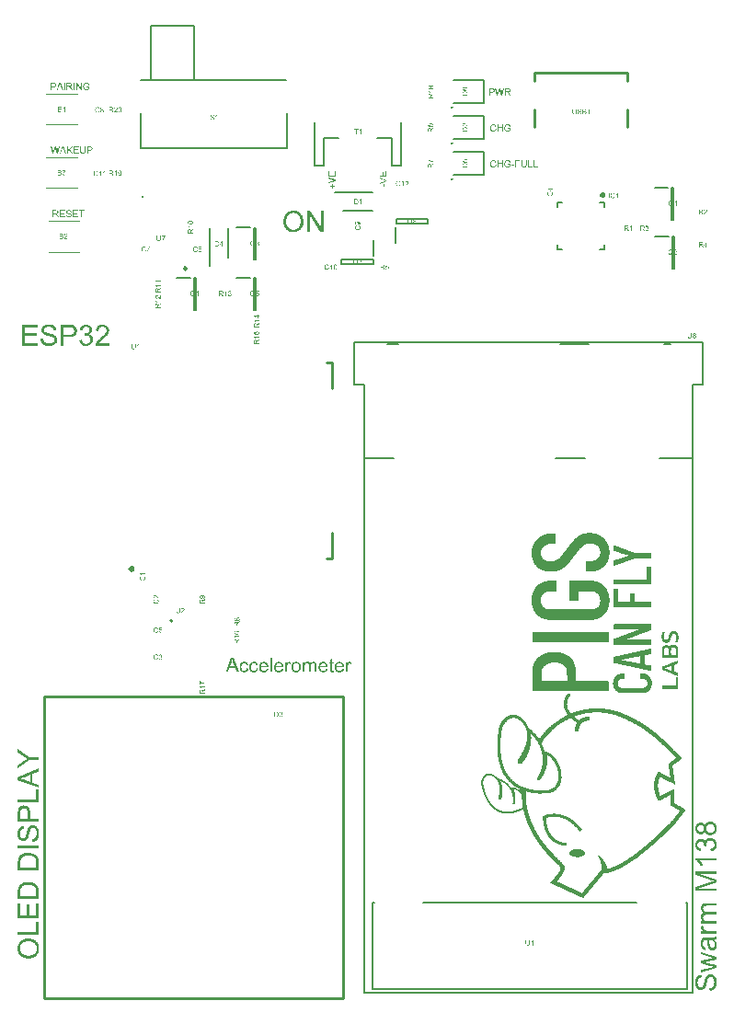
<source format=gto>
G04*
G04 #@! TF.GenerationSoftware,Altium Limited,Altium Designer,22.0.2 (36)*
G04*
G04 Layer_Color=65535*
%FSLAX25Y25*%
%MOIN*%
G70*
G04*
G04 #@! TF.SameCoordinates,193994FF-6EAD-4761-9CDB-36F61985EFD9*
G04*
G04*
G04 #@! TF.FilePolarity,Positive*
G04*
G01*
G75*
%ADD10C,0.01000*%
%ADD11C,0.00984*%
%ADD12C,0.00787*%
%ADD13C,0.00500*%
%ADD14C,0.00600*%
%ADD15C,0.00394*%
%ADD16C,0.00800*%
G36*
X213969Y305459D02*
X214432Y305191D01*
X214699Y304727D01*
Y304192D01*
X214432Y303729D01*
X213969Y303460D01*
X213434Y303459D01*
X212970Y303725D01*
X212701Y304187D01*
X212699Y304455D01*
Y304465D01*
X212701Y304732D01*
X212970Y305194D01*
X213434Y305460D01*
X213969Y305459D01*
D02*
G37*
G36*
X209770Y182035D02*
X209808Y182022D01*
X209910Y182009D01*
X209948Y181997D01*
X210114Y181984D01*
X210152Y181971D01*
X210312Y181952D01*
X210375Y181939D01*
X210490Y181926D01*
X210592Y181914D01*
X210656Y181901D01*
X210758Y181875D01*
X210866Y181843D01*
X210917Y181831D01*
X211007Y181818D01*
X211115Y181799D01*
X211166Y181786D01*
X211230Y181761D01*
X211300Y181729D01*
X211389Y181703D01*
X211511Y181684D01*
X211562Y181671D01*
X211708Y181601D01*
X211810Y181576D01*
X211932Y181531D01*
X211951Y181512D01*
X212040Y181474D01*
X212129Y181448D01*
X212372Y181333D01*
X212455Y181301D01*
X212474Y181282D01*
X212499Y181269D01*
X212742Y181142D01*
X212882Y181065D01*
X212907Y181040D01*
X212933Y181027D01*
X212958Y181001D01*
X213099Y180925D01*
X213124Y180900D01*
X213150Y180887D01*
X213239Y180836D01*
X213309Y180778D01*
X213328Y180759D01*
X213354Y180746D01*
X213469Y180657D01*
X213494Y180632D01*
X213583Y180581D01*
X213634Y180530D01*
X213660Y180517D01*
X213685Y180491D01*
X213711Y180479D01*
X213737Y180453D01*
X213762Y180440D01*
X213781Y180421D01*
X213794Y180396D01*
X213839Y180364D01*
X213909Y180306D01*
X213979Y180236D01*
X214004Y180223D01*
X214036Y180192D01*
X214049Y180166D01*
X214094Y180121D01*
X214119Y180109D01*
X214164Y180064D01*
X214177Y180038D01*
X214221Y179994D01*
X214247Y179981D01*
X214291Y179936D01*
X214304Y179911D01*
X214336Y179879D01*
X214362Y179866D01*
X214406Y179822D01*
X214419Y179796D01*
X214495Y179720D01*
X214508Y179694D01*
X214559Y179643D01*
X214566Y179624D01*
X214591Y179611D01*
X214623Y179567D01*
X214712Y179452D01*
X214834Y179292D01*
X214929Y179158D01*
X214942Y179133D01*
X214967Y179107D01*
X214980Y179082D01*
X215063Y178961D01*
X215159Y178801D01*
X215172Y178776D01*
X215223Y178699D01*
X215312Y178533D01*
X215465Y178214D01*
X215497Y178131D01*
X215535Y178055D01*
X215567Y177985D01*
X215593Y177921D01*
X215675Y177685D01*
X215707Y177602D01*
X215720Y177525D01*
X215746Y177462D01*
X215777Y177379D01*
X215790Y177328D01*
X215822Y177219D01*
X215841Y177149D01*
X215880Y176996D01*
X215905Y176869D01*
X215924Y176798D01*
X215937Y176747D01*
X215950Y176620D01*
X215969Y176537D01*
X215982Y176460D01*
X215994Y176346D01*
X216007Y176269D01*
X216020Y176205D01*
X216033Y176129D01*
X216045Y175988D01*
X216058Y175886D01*
X216071Y175529D01*
X216084Y175402D01*
X216090Y174745D01*
X216077Y174706D01*
X216065Y174502D01*
X216052Y174196D01*
X216039Y174158D01*
X216026Y173967D01*
X216014Y173928D01*
X215982Y173705D01*
X215969Y173629D01*
X215956Y173514D01*
X215931Y173348D01*
X215918Y173284D01*
X215886Y173176D01*
X215860Y173087D01*
X215848Y173035D01*
X215816Y172889D01*
X215790Y172825D01*
X215758Y172717D01*
X215746Y172666D01*
X215720Y172576D01*
X215707Y172525D01*
X215663Y172404D01*
X215631Y172334D01*
X215561Y172136D01*
X215542Y172117D01*
X215491Y171990D01*
X215459Y171906D01*
X215184Y171377D01*
X215133Y171301D01*
X215082Y171211D01*
X215057Y171186D01*
X215044Y171160D01*
X214993Y171084D01*
X214980Y171058D01*
X214853Y170880D01*
X214840Y170854D01*
X214802Y170816D01*
X214789Y170790D01*
X214763Y170765D01*
X214725Y170701D01*
X214661Y170637D01*
X214649Y170612D01*
X214591Y170542D01*
X214559Y170510D01*
X214547Y170484D01*
X214406Y170344D01*
X214393Y170318D01*
X214304Y170229D01*
X214291Y170204D01*
X214177Y170089D01*
X214170Y170070D01*
X214151Y170063D01*
X214145Y170044D01*
X214119Y170031D01*
X214043Y169955D01*
X214017Y169942D01*
X213947Y169885D01*
X213839Y169776D01*
X213813Y169764D01*
X213737Y169687D01*
X213711Y169674D01*
X213666Y169642D01*
X213654Y169617D01*
X213634Y169598D01*
X213609Y169585D01*
X213494Y169496D01*
X213456Y169457D01*
X213367Y169406D01*
X213297Y169349D01*
X213277Y169330D01*
X213188Y169279D01*
X213150Y169241D01*
X213124Y169228D01*
X212984Y169151D01*
X212895Y169088D01*
X212780Y169024D01*
X212703Y168973D01*
X212633Y168954D01*
X212531Y168890D01*
X212461Y168858D01*
X212397Y168832D01*
X212282Y168769D01*
X212193Y168730D01*
X212072Y168686D01*
X211912Y168615D01*
X211830Y168596D01*
X211778Y168584D01*
X211715Y168558D01*
X211581Y168501D01*
X211530Y168488D01*
X211447Y168469D01*
X211224Y168399D01*
X211122Y168373D01*
X211013Y168354D01*
X210911Y168328D01*
X210847Y168316D01*
X210777Y168297D01*
X210694Y168278D01*
X210630Y168265D01*
X210369Y168233D01*
X210241Y168220D01*
X210178Y168195D01*
X209974Y168182D01*
X209935Y168169D01*
X209846Y168156D01*
X209527Y168144D01*
X209489Y168131D01*
X207869Y168144D01*
X207703Y168233D01*
X207671Y168265D01*
X207633Y168354D01*
X207607Y168456D01*
X207595Y168737D01*
X207607Y171594D01*
X207620Y171632D01*
X207652Y171715D01*
X207671Y171734D01*
X207684Y171760D01*
X207716Y171792D01*
X207741Y171804D01*
X207856Y171855D01*
X207945Y171868D01*
X209030Y171881D01*
X209068Y171894D01*
X209553Y171919D01*
X209591Y171932D01*
X209814Y171951D01*
X209878Y171964D01*
X210031Y172002D01*
X210095Y172015D01*
X210146Y172028D01*
X210337Y172066D01*
X210477Y172117D01*
X210548Y172149D01*
X210701Y172187D01*
X210892Y172276D01*
X211013Y172321D01*
X211090Y172372D01*
X211173Y172417D01*
X211262Y172468D01*
X211351Y172532D01*
X211440Y172583D01*
X211466Y172608D01*
X211491Y172621D01*
X211517Y172646D01*
X211581Y172685D01*
X211606Y172710D01*
X211632Y172723D01*
X211683Y172774D01*
X211708Y172787D01*
X211772Y172851D01*
X211798Y172863D01*
X211836Y172901D01*
X211861Y172914D01*
X212021Y173074D01*
X212034Y173099D01*
X212072Y173137D01*
X212085Y173163D01*
X212136Y173214D01*
X212148Y173240D01*
X212187Y173278D01*
X212199Y173303D01*
X212225Y173329D01*
X212238Y173354D01*
X212263Y173380D01*
X212276Y173405D01*
X212327Y173482D01*
X212340Y173507D01*
X212404Y173622D01*
X212455Y173699D01*
X212493Y173788D01*
X212557Y173928D01*
X212582Y173992D01*
X212595Y174043D01*
X212659Y174247D01*
X212697Y174400D01*
X212710Y174490D01*
X212722Y174541D01*
X212748Y174758D01*
X212767Y174879D01*
X212773Y175293D01*
X212761Y175331D01*
X212735Y175548D01*
X212722Y175599D01*
X212703Y175746D01*
X212691Y175823D01*
X212665Y175925D01*
X212646Y175995D01*
X212620Y176059D01*
X212595Y176148D01*
X212550Y176269D01*
X212404Y176569D01*
X212327Y176709D01*
X212244Y176830D01*
X212225Y176849D01*
X212212Y176875D01*
X212187Y176900D01*
X212174Y176926D01*
X212085Y177041D01*
X212034Y177092D01*
X212021Y177117D01*
X212002Y177137D01*
X211976Y177149D01*
X211906Y177219D01*
X211893Y177245D01*
X211861Y177277D01*
X211836Y177290D01*
X211804Y177321D01*
X211791Y177347D01*
X211734Y177404D01*
X211708Y177417D01*
X211645Y177494D01*
X211619Y177506D01*
X211504Y177596D01*
X211428Y177647D01*
X211402Y177659D01*
X211236Y177774D01*
X211185Y177787D01*
X211160Y177813D01*
X211134Y177825D01*
X211109Y177851D01*
X211045Y177876D01*
X210962Y177908D01*
X210860Y177972D01*
X210790Y178004D01*
X210707Y178023D01*
X210643Y178049D01*
X210548Y178106D01*
X210458Y178119D01*
X210407Y178131D01*
X210331Y178144D01*
X210293Y178157D01*
X210050Y178234D01*
X209795Y178259D01*
X209744Y178272D01*
X209616Y178285D01*
X209470Y178304D01*
X209393Y178316D01*
X208672Y178323D01*
X208634Y178310D01*
X208513Y178291D01*
X208411Y178278D01*
X208245Y178253D01*
X208143Y178240D01*
X208067Y178227D01*
X208015Y178214D01*
X207945Y178195D01*
X207780Y178144D01*
X207729Y178131D01*
X207646Y178112D01*
X207582Y178087D01*
X207422Y178017D01*
X207301Y177972D01*
X207282Y177953D01*
X207257Y177940D01*
X207142Y177889D01*
X207052Y177838D01*
X207014Y177800D01*
X206925Y177761D01*
X206836Y177710D01*
X206797Y177672D01*
X206682Y177608D01*
X206644Y177570D01*
X206619Y177557D01*
X206504Y177494D01*
X206440Y177430D01*
X206415Y177417D01*
X206325Y177353D01*
X206262Y177290D01*
X206236Y177277D01*
X206134Y177175D01*
X206108Y177162D01*
X205528Y176582D01*
X205515Y176556D01*
X205477Y176518D01*
X205464Y176492D01*
X205439Y176467D01*
X205426Y176441D01*
X205413Y176428D01*
X205407Y176422D01*
X205375Y176403D01*
X205362Y176377D01*
X205337Y176352D01*
X205324Y176327D01*
X205260Y176263D01*
X205247Y176237D01*
X205209Y176199D01*
X205196Y176173D01*
X205145Y176122D01*
X205133Y176097D01*
X205094Y176059D01*
X205082Y176033D01*
X205056Y176008D01*
X205043Y175982D01*
X205005Y175944D01*
X204992Y175918D01*
X204967Y175893D01*
X204954Y175867D01*
X204916Y175829D01*
X204903Y175803D01*
X204852Y175752D01*
X204839Y175727D01*
X204782Y175657D01*
X204750Y175612D01*
X204661Y175497D01*
X204635Y175472D01*
X204623Y175446D01*
X204597Y175421D01*
X204584Y175395D01*
X204527Y175325D01*
X204482Y175268D01*
X204469Y175242D01*
X204431Y175204D01*
X204418Y175178D01*
X204380Y175140D01*
X204367Y175115D01*
X204342Y175089D01*
X204329Y175064D01*
X204304Y175038D01*
X204291Y175013D01*
X204265Y174987D01*
X204253Y174962D01*
X204227Y174936D01*
X204214Y174911D01*
X204157Y174840D01*
X204138Y174821D01*
X204125Y174796D01*
X204004Y174636D01*
X203953Y174560D01*
X203934Y174541D01*
X203921Y174515D01*
X203883Y174477D01*
X203870Y174451D01*
X203781Y174337D01*
X203755Y174311D01*
X203742Y174285D01*
X203685Y174215D01*
X203589Y174081D01*
X203576Y174056D01*
X203525Y174005D01*
X203513Y173979D01*
X203462Y173890D01*
X203385Y173814D01*
X203334Y173724D01*
X203270Y173661D01*
X203219Y173571D01*
X203155Y173507D01*
X203143Y173482D01*
X203060Y173373D01*
X203041Y173367D01*
X203028Y173342D01*
X202964Y173252D01*
X202913Y173201D01*
X202900Y173176D01*
X202818Y173055D01*
X202773Y173010D01*
X202760Y172984D01*
X202703Y172914D01*
X202671Y172882D01*
X202658Y172857D01*
X202594Y172768D01*
X202531Y172704D01*
X202518Y172678D01*
X202460Y172608D01*
X202441Y172589D01*
X202428Y172564D01*
X202403Y172538D01*
X202390Y172512D01*
X202333Y172442D01*
X202301Y172410D01*
X202288Y172385D01*
X202199Y172270D01*
X202148Y172219D01*
X202135Y172194D01*
X202097Y172155D01*
X202084Y172130D01*
X202033Y172079D01*
X202020Y172053D01*
X201963Y171983D01*
X201944Y171964D01*
X201931Y171938D01*
X201905Y171913D01*
X201893Y171887D01*
X201854Y171849D01*
X201842Y171824D01*
X201765Y171747D01*
X201752Y171722D01*
X201676Y171645D01*
X201663Y171619D01*
X201625Y171581D01*
X201612Y171556D01*
X201548Y171492D01*
X201536Y171467D01*
X201446Y171377D01*
X201433Y171352D01*
X201395Y171313D01*
X201382Y171288D01*
X201280Y171186D01*
X201268Y171160D01*
X201191Y171084D01*
X201178Y171058D01*
X201076Y170956D01*
X201063Y170931D01*
X200847Y170714D01*
X200834Y170688D01*
X200796Y170650D01*
X200783Y170625D01*
X200636Y170478D01*
X200611Y170465D01*
X200572Y170427D01*
X200547Y170414D01*
X200330Y170197D01*
X200305Y170185D01*
X200279Y170159D01*
X200254Y170146D01*
X200151Y170044D01*
X200126Y170031D01*
X200062Y169968D01*
X200037Y169955D01*
X199967Y169897D01*
X199909Y169840D01*
X199820Y169789D01*
X199756Y169725D01*
X199731Y169712D01*
X199641Y169649D01*
X199616Y169623D01*
X199590Y169611D01*
X199565Y169585D01*
X199475Y169534D01*
X199424Y169483D01*
X199284Y169406D01*
X199233Y169355D01*
X199208Y169343D01*
X199093Y169279D01*
X199042Y169228D01*
X198901Y169151D01*
X198876Y169126D01*
X198761Y169075D01*
X198736Y169062D01*
X198665Y169005D01*
X198608Y168973D01*
X198544Y168947D01*
X198519Y168934D01*
X198429Y168871D01*
X198302Y168820D01*
X198276Y168807D01*
X198187Y168743D01*
X198136Y168730D01*
X198072Y168705D01*
X197855Y168603D01*
X197804Y168590D01*
X197639Y168514D01*
X197549Y168488D01*
X197479Y168469D01*
X197377Y168430D01*
X197307Y168399D01*
X197218Y168373D01*
X197071Y168341D01*
X197020Y168328D01*
X196835Y168271D01*
X196784Y168258D01*
X196695Y168246D01*
X196644Y168233D01*
X196554Y168220D01*
X196452Y168195D01*
X196369Y168175D01*
X196306Y168163D01*
X196229Y168150D01*
X196101Y168137D01*
X195999Y168124D01*
X195872Y168112D01*
X195693Y168099D01*
X195630Y168086D01*
X195209Y168073D01*
X195100Y168042D01*
X194513Y168054D01*
X194475Y168067D01*
X194309Y168080D01*
X193952Y168093D01*
X193914Y168105D01*
X193710Y168118D01*
X193582Y168131D01*
X193493Y168144D01*
X193333Y168163D01*
X193270Y168175D01*
X193219Y168188D01*
X193149Y168207D01*
X193097Y168220D01*
X192919Y168246D01*
X192721Y168290D01*
X192536Y168348D01*
X192485Y168360D01*
X192396Y168373D01*
X192275Y168418D01*
X192204Y168450D01*
X192115Y168475D01*
X192064Y168488D01*
X191981Y168520D01*
X191822Y168590D01*
X191752Y168609D01*
X191688Y168635D01*
X191592Y168692D01*
X191522Y168711D01*
X191401Y168769D01*
X191324Y168820D01*
X191261Y168845D01*
X191178Y168877D01*
X191159Y168896D01*
X191133Y168909D01*
X191107Y168934D01*
X190942Y169024D01*
X190916Y169049D01*
X190891Y169062D01*
X190750Y169139D01*
X190699Y169190D01*
X190559Y169266D01*
X190508Y169317D01*
X190482Y169330D01*
X190368Y169419D01*
X190342Y169445D01*
X190317Y169457D01*
X190246Y169515D01*
X190202Y169559D01*
X190176Y169572D01*
X190151Y169598D01*
X190125Y169611D01*
X189998Y169738D01*
X189972Y169751D01*
X189870Y169853D01*
X189845Y169866D01*
X189673Y170038D01*
X189660Y170063D01*
X189558Y170165D01*
X189545Y170191D01*
X189456Y170280D01*
X189443Y170306D01*
X189405Y170344D01*
X189392Y170370D01*
X189341Y170421D01*
X189328Y170446D01*
X189277Y170497D01*
X189264Y170522D01*
X189239Y170548D01*
X189226Y170574D01*
X189188Y170612D01*
X189175Y170637D01*
X188996Y170893D01*
X188984Y170918D01*
X188958Y170943D01*
X188894Y171058D01*
X188767Y171262D01*
X188754Y171301D01*
X188703Y171390D01*
X188639Y171530D01*
X188563Y171671D01*
X188524Y171760D01*
X188422Y171977D01*
X188403Y172047D01*
X188365Y172149D01*
X188333Y172206D01*
X188308Y172296D01*
X188282Y172398D01*
X188257Y172461D01*
X188206Y172576D01*
X188186Y172659D01*
X188161Y172812D01*
X188148Y172876D01*
X188110Y172978D01*
X188091Y173048D01*
X188078Y173099D01*
X188065Y173188D01*
X188052Y173316D01*
X188014Y173469D01*
X188002Y173558D01*
X187982Y173641D01*
X187957Y173769D01*
X187944Y173948D01*
X187931Y174113D01*
X187919Y174470D01*
X187906Y174585D01*
X187899Y175178D01*
X187912Y175217D01*
X187925Y175459D01*
X187938Y175816D01*
X187951Y175855D01*
X187970Y176091D01*
X187982Y176154D01*
X188014Y176263D01*
X188027Y176314D01*
X188052Y176531D01*
X188072Y176652D01*
X188097Y176754D01*
X188123Y176818D01*
X188154Y176926D01*
X188167Y176977D01*
X188186Y177111D01*
X188199Y177162D01*
X188225Y177226D01*
X188269Y177334D01*
X188295Y177436D01*
X188314Y177519D01*
X188410Y177730D01*
X188429Y177800D01*
X188454Y177864D01*
X188524Y178010D01*
X188550Y178074D01*
X188601Y178163D01*
X188678Y178329D01*
X188741Y178444D01*
X188843Y178635D01*
X188869Y178661D01*
X188933Y178776D01*
X189022Y178903D01*
X189035Y178929D01*
X189118Y179050D01*
X189169Y179126D01*
X189200Y179158D01*
X189213Y179184D01*
X189251Y179222D01*
X189264Y179248D01*
X189290Y179273D01*
X189303Y179299D01*
X189328Y179324D01*
X189341Y179350D01*
X189392Y179401D01*
X189405Y179426D01*
X189430Y179452D01*
X189443Y179477D01*
X189915Y179949D01*
X189921Y179968D01*
X189947Y179981D01*
X190151Y180185D01*
X190176Y180198D01*
X190202Y180223D01*
X190227Y180236D01*
X190253Y180262D01*
X190278Y180274D01*
X190342Y180338D01*
X190368Y180351D01*
X190438Y180408D01*
X190457Y180428D01*
X190482Y180440D01*
X190508Y180466D01*
X190533Y180479D01*
X190648Y180568D01*
X190763Y180632D01*
X190789Y180657D01*
X190814Y180670D01*
X190840Y180695D01*
X190865Y180708D01*
X190954Y180759D01*
X191025Y180817D01*
X191095Y180849D01*
X191184Y180900D01*
X191210Y180925D01*
X191235Y180938D01*
X191324Y180976D01*
X191388Y181001D01*
X191414Y181027D01*
X191439Y181040D01*
X191465Y181065D01*
X191624Y181123D01*
X191643Y181142D01*
X191669Y181155D01*
X191694Y181180D01*
X191784Y181206D01*
X191905Y181250D01*
X191924Y181269D01*
X191949Y181282D01*
X192039Y181320D01*
X192090Y181333D01*
X192211Y181378D01*
X192345Y181435D01*
X192396Y181448D01*
X192530Y181480D01*
X192594Y181505D01*
X192613Y181525D01*
X192664Y181537D01*
X192702Y181550D01*
X192753Y181563D01*
X192900Y181595D01*
X193002Y181620D01*
X193066Y181646D01*
X193168Y181671D01*
X193244Y181684D01*
X193346Y181697D01*
X193423Y181710D01*
X193486Y181722D01*
X193563Y181735D01*
X193684Y181754D01*
X193722Y181767D01*
X193773Y181780D01*
X193863Y181792D01*
X193990Y181805D01*
X194214Y181824D01*
X194520Y181837D01*
X194622Y181850D01*
X194698Y181863D01*
X196248Y181869D01*
X196286Y181856D01*
X196357Y181837D01*
X196420Y181811D01*
X196465Y181780D01*
X196522Y181722D01*
X196535Y181697D01*
X196599Y181556D01*
X196612Y181467D01*
X196599Y178406D01*
X196535Y178291D01*
X196497Y178253D01*
X196484Y178227D01*
X196452Y178195D01*
X196427Y178182D01*
X196337Y178144D01*
X196216Y178125D01*
X194571Y178112D01*
X194507Y178100D01*
X194392Y178087D01*
X194226Y178061D01*
X194163Y178049D01*
X194112Y178036D01*
X194048Y178023D01*
X193818Y177985D01*
X193557Y177902D01*
X193506Y177889D01*
X193423Y177870D01*
X193359Y177844D01*
X193200Y177774D01*
X193117Y177742D01*
X193021Y177685D01*
X192932Y177647D01*
X192817Y177583D01*
X192676Y177506D01*
X192498Y177379D01*
X192472Y177366D01*
X192409Y177302D01*
X192345Y177264D01*
X192319Y177239D01*
X192294Y177226D01*
X191879Y176811D01*
X191867Y176786D01*
X191809Y176703D01*
X191784Y176690D01*
X191752Y176658D01*
X191688Y176543D01*
X191650Y176505D01*
X191548Y176314D01*
X191522Y176288D01*
X191465Y176129D01*
X191446Y176084D01*
X191407Y176020D01*
X191382Y175956D01*
X191350Y175823D01*
X191312Y175721D01*
X191280Y175638D01*
X191254Y175421D01*
X191242Y175331D01*
X191229Y175089D01*
X191216Y175051D01*
X191203Y174885D01*
X191216Y174681D01*
X191229Y174643D01*
X191248Y174381D01*
X191261Y174241D01*
X191273Y174164D01*
X191286Y174113D01*
X191312Y174049D01*
X191343Y173979D01*
X191369Y173877D01*
X191401Y173743D01*
X191465Y173641D01*
X191528Y173476D01*
X191599Y173380D01*
X191624Y173316D01*
X191662Y173252D01*
X191701Y173214D01*
X191713Y173188D01*
X191796Y173067D01*
X191841Y173023D01*
X191892Y172933D01*
X192179Y172646D01*
X192204Y172634D01*
X192294Y172544D01*
X192319Y172532D01*
X192498Y172404D01*
X192587Y172353D01*
X192664Y172302D01*
X193110Y172085D01*
X193506Y171958D01*
X193601Y171938D01*
X193678Y171926D01*
X193805Y171900D01*
X193876Y171881D01*
X193927Y171868D01*
X194016Y171855D01*
X194067Y171843D01*
X194271Y171830D01*
X194322Y171817D01*
X194564Y171804D01*
X195317Y171817D01*
X195355Y171830D01*
X195547Y171843D01*
X195585Y171855D01*
X195674Y171868D01*
X195725Y171881D01*
X195821Y171900D01*
X195923Y171926D01*
X195987Y171938D01*
X196063Y171951D01*
X196127Y171964D01*
X196191Y171990D01*
X196293Y172028D01*
X196344Y172040D01*
X196522Y172104D01*
X196669Y172174D01*
X196752Y172206D01*
X196771Y172225D01*
X197039Y172366D01*
X197128Y172417D01*
X197307Y172544D01*
X197332Y172557D01*
X197403Y172615D01*
X197422Y172634D01*
X197447Y172646D01*
X197517Y172704D01*
X197562Y172748D01*
X197588Y172761D01*
X197651Y172825D01*
X197677Y172838D01*
X197741Y172901D01*
X197766Y172914D01*
X198142Y173291D01*
X198155Y173316D01*
X198174Y173335D01*
X198200Y173348D01*
X198270Y173418D01*
X198283Y173444D01*
X198327Y173476D01*
X198372Y173520D01*
X198385Y173546D01*
X198461Y173622D01*
X198474Y173648D01*
X198531Y173718D01*
X198557Y173743D01*
X198582Y173756D01*
X198614Y173801D01*
X198704Y173890D01*
X198716Y173916D01*
X198774Y173986D01*
X198831Y174030D01*
X198870Y174094D01*
X198895Y174120D01*
X198908Y174145D01*
X198959Y174196D01*
X198972Y174222D01*
X199061Y174311D01*
X199074Y174337D01*
X199112Y174375D01*
X199125Y174400D01*
X199176Y174451D01*
X199188Y174477D01*
X199214Y174502D01*
X199227Y174528D01*
X199252Y174553D01*
X199265Y174579D01*
X199329Y174643D01*
X199341Y174668D01*
X199367Y174694D01*
X199380Y174719D01*
X199443Y174783D01*
X199456Y174809D01*
X199482Y174834D01*
X199495Y174859D01*
X199546Y174911D01*
X199558Y174936D01*
X199648Y175051D01*
X199673Y175076D01*
X199686Y175102D01*
X199711Y175127D01*
X199724Y175153D01*
X199762Y175191D01*
X199775Y175217D01*
X199801Y175242D01*
X199813Y175268D01*
X199871Y175338D01*
X199890Y175357D01*
X199903Y175382D01*
X200024Y175542D01*
X200075Y175619D01*
X200094Y175638D01*
X200107Y175663D01*
X200145Y175701D01*
X200158Y175727D01*
X200183Y175752D01*
X200196Y175778D01*
X200222Y175803D01*
X200234Y175829D01*
X200260Y175855D01*
X200273Y175880D01*
X200362Y175995D01*
X200483Y176154D01*
X200515Y176199D01*
X200636Y176358D01*
X200687Y176435D01*
X200706Y176454D01*
X200719Y176479D01*
X200745Y176505D01*
X200757Y176531D01*
X200783Y176556D01*
X200796Y176582D01*
X200821Y176607D01*
X200834Y176633D01*
X200859Y176658D01*
X200872Y176684D01*
X200910Y176722D01*
X200923Y176747D01*
X200981Y176818D01*
X201012Y176862D01*
X201134Y177022D01*
X201153Y177041D01*
X201166Y177066D01*
X201191Y177092D01*
X201204Y177117D01*
X201242Y177156D01*
X201255Y177181D01*
X201293Y177219D01*
X201306Y177245D01*
X201395Y177360D01*
X201516Y177519D01*
X201536Y177538D01*
X201548Y177564D01*
X201606Y177634D01*
X201650Y177679D01*
X201663Y177704D01*
X201752Y177819D01*
X201778Y177844D01*
X201791Y177870D01*
X201848Y177940D01*
X201880Y177972D01*
X201893Y177998D01*
X201918Y178023D01*
X201931Y178049D01*
X201988Y178119D01*
X202020Y178151D01*
X202033Y178176D01*
X202059Y178202D01*
X202071Y178227D01*
X202148Y178304D01*
X202161Y178329D01*
X202199Y178367D01*
X202212Y178393D01*
X202275Y178457D01*
X202288Y178482D01*
X202377Y178571D01*
X202390Y178597D01*
X202416Y178622D01*
X202428Y178648D01*
X202479Y178699D01*
X202492Y178725D01*
X202531Y178763D01*
X202543Y178788D01*
X202607Y178852D01*
X202620Y178878D01*
X202671Y178929D01*
X202683Y178954D01*
X202786Y179056D01*
X202798Y179082D01*
X202888Y179171D01*
X202900Y179197D01*
X202990Y179286D01*
X203002Y179311D01*
X203104Y179413D01*
X203117Y179439D01*
X203175Y179509D01*
X203200Y179535D01*
X203219Y179541D01*
X203232Y179567D01*
X203328Y179662D01*
X203347Y179668D01*
X203360Y179694D01*
X203430Y179764D01*
X203455Y179777D01*
X203474Y179796D01*
X203487Y179822D01*
X203557Y179892D01*
X203583Y179904D01*
X203615Y179949D01*
X203672Y180007D01*
X203698Y180019D01*
X203717Y180038D01*
X203730Y180064D01*
X203800Y180134D01*
X203825Y180147D01*
X203857Y180192D01*
X203889Y180223D01*
X203914Y180236D01*
X204029Y180325D01*
X204080Y180377D01*
X204106Y180389D01*
X204195Y180479D01*
X204221Y180491D01*
X204291Y180549D01*
X204310Y180568D01*
X204335Y180581D01*
X204361Y180606D01*
X204386Y180619D01*
X204412Y180644D01*
X204437Y180657D01*
X204476Y180695D01*
X204501Y180708D01*
X204661Y180829D01*
X204763Y180893D01*
X204782Y180912D01*
X204807Y180925D01*
X204833Y180950D01*
X204973Y181027D01*
X205012Y181065D01*
X205177Y181155D01*
X205254Y181206D01*
X205337Y181237D01*
X205369Y181269D01*
X205394Y181282D01*
X205611Y181397D01*
X205751Y181461D01*
X205802Y181474D01*
X205892Y181525D01*
X206007Y181576D01*
X206077Y181595D01*
X206140Y181620D01*
X206159Y181639D01*
X206185Y181652D01*
X206249Y181678D01*
X206351Y181703D01*
X206434Y181722D01*
X206574Y181786D01*
X206625Y181799D01*
X206689Y181811D01*
X206829Y181837D01*
X206880Y181850D01*
X207027Y181894D01*
X207078Y181907D01*
X207231Y181933D01*
X207320Y181946D01*
X207505Y181965D01*
X207575Y181984D01*
X207627Y181997D01*
X207773Y182016D01*
X207945Y182035D01*
X208150Y182047D01*
X209770Y182035D01*
D02*
G37*
G36*
X217755Y177621D02*
X217838Y177589D01*
X217946Y177545D01*
X218035Y177532D01*
X218137Y177494D01*
X218214Y177443D01*
X218316Y177417D01*
X218431Y177392D01*
X218533Y177328D01*
X218622Y177302D01*
X218756Y177270D01*
X218801Y177251D01*
X218877Y177200D01*
X218947Y177181D01*
X219011Y177168D01*
X219062Y177156D01*
X219126Y177130D01*
X219285Y177060D01*
X219387Y177034D01*
X219470Y177003D01*
X219604Y176945D01*
X219674Y176926D01*
X219725Y176913D01*
X219828Y176875D01*
X219847Y176856D01*
X219930Y176824D01*
X220032Y176798D01*
X220134Y176760D01*
X220268Y176703D01*
X220402Y176671D01*
X220465Y176645D01*
X220548Y176601D01*
X220701Y176562D01*
X220784Y176531D01*
X220944Y176460D01*
X221027Y176441D01*
X221078Y176428D01*
X221122Y176409D01*
X221288Y176333D01*
X221390Y176320D01*
X221582Y176231D01*
X221684Y176205D01*
X221754Y176186D01*
X221939Y176103D01*
X221990Y176091D01*
X222079Y176065D01*
X222143Y176040D01*
X222232Y176001D01*
X222360Y175963D01*
X222519Y175906D01*
X222627Y175861D01*
X222698Y175842D01*
X222800Y175803D01*
X222908Y175759D01*
X223048Y175721D01*
X223138Y175682D01*
X223201Y175657D01*
X223291Y175631D01*
X223412Y175587D01*
X223476Y175561D01*
X223559Y175529D01*
X223648Y175504D01*
X223769Y175459D01*
X223878Y175414D01*
X224005Y175376D01*
X224088Y175344D01*
X224190Y175306D01*
X224445Y175217D01*
X224528Y175185D01*
X224617Y175159D01*
X224745Y175108D01*
X224828Y175076D01*
X224879Y175064D01*
X224943Y175038D01*
X225045Y175000D01*
X225434Y174879D01*
X225523Y174866D01*
X231123Y174853D01*
X231212Y174802D01*
X231244Y174770D01*
X231270Y174706D01*
X231282Y174617D01*
X231270Y173074D01*
X231212Y173004D01*
X231097Y172952D01*
X230970Y172940D01*
X225459Y172927D01*
X225421Y172914D01*
X225319Y172889D01*
X225185Y172857D01*
X225121Y172831D01*
X225102Y172812D01*
X225013Y172774D01*
X224930Y172755D01*
X224879Y172742D01*
X224815Y172717D01*
X224732Y172672D01*
X224643Y172646D01*
X224592Y172634D01*
X224471Y172589D01*
X224400Y172557D01*
X224273Y172519D01*
X224152Y172474D01*
X224088Y172449D01*
X224018Y172417D01*
X223948Y172398D01*
X223897Y172385D01*
X223769Y172334D01*
X223699Y172302D01*
X223648Y172289D01*
X223578Y172270D01*
X223514Y172245D01*
X223380Y172187D01*
X223278Y172162D01*
X223208Y172143D01*
X223061Y172072D01*
X222972Y172047D01*
X222921Y172034D01*
X222838Y172002D01*
X222768Y171970D01*
X222704Y171945D01*
X222602Y171919D01*
X222481Y171875D01*
X222411Y171843D01*
X222347Y171817D01*
X222296Y171804D01*
X222226Y171785D01*
X222143Y171754D01*
X222028Y171702D01*
X221926Y171677D01*
X221760Y171613D01*
X221601Y171556D01*
X221518Y171524D01*
X221428Y171498D01*
X221231Y171428D01*
X221148Y171396D01*
X221097Y171384D01*
X221090Y171377D01*
X220886Y171301D01*
X220823Y171275D01*
X220676Y171230D01*
X220516Y171173D01*
X220433Y171141D01*
X220344Y171116D01*
X220089Y171014D01*
X220019Y170994D01*
X219879Y170943D01*
X219777Y170905D01*
X219706Y170886D01*
X219643Y170861D01*
X219477Y170797D01*
X219349Y170758D01*
X219266Y170727D01*
X219139Y170676D01*
X219088Y170663D01*
X218947Y170612D01*
X218877Y170580D01*
X218813Y170554D01*
X218762Y170542D01*
X218679Y170522D01*
X218616Y170497D01*
X218482Y170440D01*
X218329Y170401D01*
X218137Y170312D01*
X218054Y170293D01*
X217952Y170267D01*
X217908Y170248D01*
X217793Y170197D01*
X217742Y170185D01*
X217627Y170197D01*
X217583Y170242D01*
X217557Y170306D01*
X217531Y170408D01*
X217519Y170497D01*
X217531Y171938D01*
X217544Y171977D01*
X217563Y172047D01*
X217589Y172111D01*
X217608Y172130D01*
X217614Y172149D01*
X217704Y172187D01*
X217767Y172213D01*
X217857Y172251D01*
X217984Y172289D01*
X218067Y172308D01*
X218118Y172321D01*
X218259Y172372D01*
X218405Y172417D01*
X218488Y172436D01*
X218539Y172449D01*
X218641Y172487D01*
X218788Y172532D01*
X218839Y172544D01*
X218909Y172564D01*
X219037Y172615D01*
X219107Y172634D01*
X219209Y172659D01*
X219285Y172672D01*
X219426Y172736D01*
X219515Y172761D01*
X219566Y172774D01*
X219662Y172793D01*
X219764Y172831D01*
X219872Y172876D01*
X219955Y172895D01*
X220019Y172908D01*
X220121Y172933D01*
X220191Y172965D01*
X220255Y172991D01*
X220357Y173016D01*
X220440Y173035D01*
X220491Y173048D01*
X220561Y173080D01*
X220625Y173106D01*
X220727Y173131D01*
X220861Y173163D01*
X220924Y173188D01*
X221033Y173233D01*
X221084Y173246D01*
X221167Y173265D01*
X221243Y173278D01*
X221307Y173303D01*
X221441Y173361D01*
X221492Y173373D01*
X221582Y173386D01*
X221633Y173399D01*
X221715Y173431D01*
X221849Y173488D01*
X221900Y173501D01*
X222009Y173520D01*
X222111Y173558D01*
X222181Y173590D01*
X222270Y173616D01*
X222379Y173635D01*
X222481Y173673D01*
X222551Y173705D01*
X222640Y173731D01*
X222691Y173743D01*
X222774Y173763D01*
X222825Y173775D01*
X222953Y173826D01*
X223061Y173884D01*
X223080Y173903D01*
X223067Y173941D01*
X223036Y173973D01*
X222940Y173992D01*
X222889Y174005D01*
X222787Y174043D01*
X222704Y174075D01*
X222506Y174120D01*
X222443Y174145D01*
X222360Y174177D01*
X222206Y174215D01*
X222009Y174285D01*
X221939Y174305D01*
X221837Y174330D01*
X221766Y174349D01*
X221703Y174375D01*
X221518Y174432D01*
X221416Y174458D01*
X221345Y174477D01*
X221243Y174515D01*
X221186Y174534D01*
X221097Y174560D01*
X221046Y174573D01*
X220976Y174592D01*
X220714Y174675D01*
X220663Y174687D01*
X220382Y174777D01*
X220331Y174789D01*
X220242Y174815D01*
X219962Y174904D01*
X219872Y174930D01*
X219821Y174943D01*
X219757Y174968D01*
X219591Y175019D01*
X219490Y175045D01*
X219247Y175121D01*
X219196Y175134D01*
X219037Y175191D01*
X218967Y175210D01*
X218877Y175236D01*
X218775Y175261D01*
X218654Y175306D01*
X218546Y175338D01*
X218443Y175363D01*
X218354Y175389D01*
X218290Y175414D01*
X218086Y175478D01*
X217984Y175504D01*
X217685Y175612D01*
X217640Y175631D01*
X217595Y175676D01*
X217570Y175740D01*
X217531Y175893D01*
X217519Y175982D01*
X217531Y177436D01*
X217544Y177474D01*
X217608Y177589D01*
X217640Y177621D01*
X217716Y177634D01*
X217755Y177621D01*
D02*
G37*
G36*
X231199Y169929D02*
X231225Y169904D01*
X231244Y169897D01*
X231257Y169872D01*
X231270Y169834D01*
X231282Y169783D01*
X231270Y163481D01*
X231225Y163424D01*
X231199Y163411D01*
X231136Y163386D01*
X231085Y163373D01*
X217653Y163386D01*
X217583Y163443D01*
X217557Y163507D01*
X217531Y163609D01*
X217519Y163736D01*
X217531Y165063D01*
X217544Y165101D01*
X217589Y165222D01*
X217640Y165273D01*
X217729Y165286D01*
X229541Y165299D01*
X229586Y165344D01*
X229611Y165407D01*
X229624Y165458D01*
Y168724D01*
Y168737D01*
X229637Y169808D01*
X229701Y169923D01*
X229758Y169942D01*
X231199Y169929D01*
D02*
G37*
G36*
X219043Y161919D02*
X219158Y161855D01*
X219190Y161823D01*
X219215Y161759D01*
X219228Y157371D01*
X219253Y157346D01*
X219266Y157320D01*
X219311Y157275D01*
X219413Y157250D01*
X219464Y157263D01*
X223469Y157275D01*
X223539Y157333D01*
X223565Y157397D01*
X223578Y157486D01*
X223590Y160101D01*
X223648Y160171D01*
X223712Y160197D01*
X223763Y160209D01*
X225128Y160197D01*
X225185Y160139D01*
X225210Y160050D01*
X225223Y157384D01*
X225281Y157314D01*
X225306Y157288D01*
X225370Y157263D01*
X228916D01*
X231123Y157250D01*
X231238Y157186D01*
X231270Y157154D01*
X231282Y157065D01*
X231270Y155471D01*
X231206Y155381D01*
X231136Y155349D01*
X231008Y155337D01*
X217665Y155349D01*
X217595Y155407D01*
X217544Y155522D01*
X217531Y155573D01*
X217519Y155662D01*
X217531Y161721D01*
X217570Y161810D01*
X217583Y161836D01*
X217627Y161880D01*
X217691Y161906D01*
X217780Y161931D01*
X219043Y161919D01*
D02*
G37*
G36*
X209782Y164802D02*
X209821Y164789D01*
X209986Y164776D01*
X210139Y164763D01*
X210178Y164751D01*
X210324Y164731D01*
X210388Y164719D01*
X210554Y164706D01*
X210630Y164693D01*
X210803Y164674D01*
X210905Y164648D01*
X211071Y164597D01*
X211160Y164585D01*
X211211Y164572D01*
X211294Y164553D01*
X211345Y164540D01*
X211447Y164502D01*
X211517Y164483D01*
X211619Y164457D01*
X211702Y164438D01*
X211842Y164374D01*
X211900Y164355D01*
X211989Y164330D01*
X212053Y164304D01*
X212078Y164291D01*
X212219Y164227D01*
X212282Y164202D01*
X212831Y163921D01*
X212933Y163857D01*
X212958Y163845D01*
X213118Y163736D01*
X213258Y163647D01*
X213335Y163596D01*
X213354Y163577D01*
X213379Y163564D01*
X213450Y163507D01*
X213469Y163488D01*
X213494Y163475D01*
X213520Y163449D01*
X213545Y163437D01*
X213571Y163411D01*
X213596Y163398D01*
X213634Y163360D01*
X213660Y163347D01*
X213685Y163322D01*
X213711Y163309D01*
X213826Y163194D01*
X213851Y163181D01*
X213915Y163118D01*
X213941Y163105D01*
X213966Y163079D01*
X213992Y163067D01*
X214024Y163035D01*
X214036Y163009D01*
X214081Y162965D01*
X214106Y162952D01*
X214138Y162920D01*
X214151Y162894D01*
X214196Y162850D01*
X214221Y162837D01*
X214240Y162818D01*
X214253Y162792D01*
X214311Y162722D01*
X214381Y162652D01*
X214393Y162627D01*
X214495Y162525D01*
X214508Y162499D01*
X214559Y162448D01*
X214566Y162429D01*
X214591Y162416D01*
X214642Y162340D01*
X214687Y162269D01*
X214738Y162218D01*
X214751Y162193D01*
X214840Y162078D01*
X214891Y162002D01*
X214929Y161938D01*
X215006Y161823D01*
X215057Y161734D01*
X215095Y161695D01*
X215184Y161530D01*
X215248Y161389D01*
X215312Y161275D01*
X215376Y161134D01*
X215440Y161019D01*
X215478Y160930D01*
X215510Y160847D01*
X215535Y160783D01*
X215593Y160649D01*
X215605Y160598D01*
X215650Y160477D01*
X215707Y160343D01*
X215726Y160248D01*
X215752Y160146D01*
X215822Y159922D01*
X215867Y159712D01*
X215886Y159642D01*
X215899Y159591D01*
X215924Y159501D01*
X215937Y159412D01*
X215956Y159291D01*
X215982Y159138D01*
X216007Y158934D01*
X216033Y158781D01*
X216045Y158577D01*
X216058Y158526D01*
X216071Y158105D01*
X216084Y158054D01*
X216090Y157333D01*
X216077Y157295D01*
X216065Y157052D01*
X216052Y156721D01*
X216039Y156682D01*
X216020Y156497D01*
X216007Y156434D01*
X215994Y156332D01*
X215969Y156178D01*
X215943Y155974D01*
X215931Y155898D01*
X215854Y155592D01*
X215841Y155528D01*
X215828Y155477D01*
X215816Y155400D01*
X215784Y155292D01*
X215758Y155203D01*
X215720Y155075D01*
X215707Y155024D01*
X215663Y154903D01*
X215637Y154839D01*
X215561Y154622D01*
X215491Y154463D01*
X215471Y154393D01*
X215408Y154291D01*
X215350Y154157D01*
X215299Y154067D01*
X215261Y154004D01*
X215216Y153882D01*
X215121Y153749D01*
X215108Y153698D01*
X215019Y153570D01*
X214955Y153455D01*
X214929Y153430D01*
X214916Y153404D01*
X214891Y153378D01*
X214840Y153289D01*
X214789Y153238D01*
X214776Y153213D01*
X214655Y153053D01*
X214636Y153034D01*
X214623Y153009D01*
X214598Y152983D01*
X214585Y152958D01*
X214521Y152894D01*
X214508Y152868D01*
X214419Y152779D01*
X214406Y152753D01*
X214381Y152728D01*
X214368Y152702D01*
X214311Y152645D01*
X214291Y152639D01*
X214279Y152613D01*
X214081Y152416D01*
X214055Y152403D01*
X214024Y152358D01*
X213966Y152301D01*
X213941Y152288D01*
X213909Y152256D01*
X213896Y152231D01*
X213864Y152199D01*
X213839Y152186D01*
X213813Y152160D01*
X213788Y152148D01*
X213749Y152109D01*
X213724Y152097D01*
X213673Y152046D01*
X213647Y152033D01*
X213583Y151969D01*
X213558Y151956D01*
X213520Y151918D01*
X213494Y151905D01*
X213469Y151880D01*
X213443Y151867D01*
X213405Y151829D01*
X213379Y151816D01*
X213290Y151752D01*
X213265Y151739D01*
X213175Y151676D01*
X213150Y151663D01*
X213060Y151599D01*
X213035Y151586D01*
X212946Y151535D01*
X212844Y151471D01*
X212652Y151370D01*
X212282Y151191D01*
X212199Y151159D01*
X212091Y151102D01*
X212027Y151076D01*
X211944Y151057D01*
X211842Y151019D01*
X211823Y151000D01*
X211759Y150974D01*
X211657Y150949D01*
X211562Y150929D01*
X211498Y150904D01*
X211428Y150872D01*
X211338Y150847D01*
X211249Y150834D01*
X211103Y150802D01*
X210917Y150744D01*
X210828Y150732D01*
X210777Y150719D01*
X210592Y150700D01*
X210388Y150674D01*
X210324Y150649D01*
X210273Y150636D01*
X210241Y150630D01*
X210203Y150642D01*
X210152Y150630D01*
X210082Y150610D01*
X209750Y150598D01*
X194220Y150591D01*
X194182Y150604D01*
X193837Y150617D01*
X193799Y150630D01*
X193710Y150642D01*
X193659Y150655D01*
X193499Y150687D01*
X193397Y150700D01*
X193282Y150713D01*
X193180Y150725D01*
X193040Y150751D01*
X192989Y150764D01*
X192925Y150789D01*
X192823Y150815D01*
X192670Y150840D01*
X192606Y150853D01*
X192543Y150878D01*
X192409Y150936D01*
X192326Y150955D01*
X192224Y150980D01*
X192064Y151051D01*
X191981Y151070D01*
X191879Y151108D01*
X191860Y151127D01*
X191835Y151140D01*
X191745Y151178D01*
X191624Y151223D01*
X191465Y151306D01*
X191382Y151338D01*
X191363Y151357D01*
X191337Y151370D01*
X191312Y151395D01*
X191184Y151446D01*
X191159Y151459D01*
X191069Y151523D01*
X190903Y151612D01*
X190878Y151637D01*
X190852Y151650D01*
X190731Y151733D01*
X190674Y151778D01*
X190648Y151790D01*
X190489Y151912D01*
X190412Y151963D01*
X190380Y151995D01*
X190355Y152007D01*
X190329Y152033D01*
X190304Y152046D01*
X190215Y152135D01*
X190189Y152148D01*
X190138Y152199D01*
X190113Y152211D01*
X189998Y152326D01*
X189972Y152339D01*
X189787Y152524D01*
X189775Y152549D01*
X189730Y152581D01*
X189660Y152652D01*
X189647Y152677D01*
X189583Y152741D01*
X189570Y152766D01*
X189519Y152817D01*
X189507Y152843D01*
X189417Y152932D01*
X189405Y152958D01*
X189379Y152983D01*
X189366Y153009D01*
X189315Y153060D01*
X189303Y153085D01*
X189277Y153111D01*
X189264Y153136D01*
X189207Y153206D01*
X189156Y153283D01*
X189086Y153391D01*
X189022Y153481D01*
X188984Y153544D01*
X188920Y153634D01*
X188831Y153799D01*
X188780Y153876D01*
X188767Y153927D01*
X188703Y154042D01*
X188639Y154182D01*
X188575Y154297D01*
X188524Y154412D01*
X188505Y154482D01*
X188454Y154559D01*
X188422Y154641D01*
X188403Y154724D01*
X188365Y154826D01*
X188308Y154960D01*
X188288Y155043D01*
X188276Y155094D01*
X188250Y155158D01*
X188218Y155241D01*
X188180Y155394D01*
X188167Y155483D01*
X188142Y155585D01*
X188123Y155656D01*
X188078Y155802D01*
X188052Y155981D01*
X188040Y156108D01*
X188008Y156255D01*
X187982Y156357D01*
X187957Y156510D01*
X187931Y156880D01*
X187919Y157250D01*
X187906Y157378D01*
X187899Y158009D01*
X187912Y158047D01*
X187925Y158175D01*
X187938Y158621D01*
X187951Y158660D01*
X187963Y158902D01*
X187976Y158940D01*
X187989Y159029D01*
X188002Y159081D01*
X188052Y159361D01*
X188072Y159533D01*
X188084Y159597D01*
X188123Y159699D01*
X188154Y159808D01*
X188167Y159897D01*
X188180Y159948D01*
X188199Y160044D01*
X188237Y160146D01*
X188269Y160229D01*
X188288Y160311D01*
X188301Y160375D01*
X188314Y160426D01*
X188352Y160503D01*
X188384Y160573D01*
X188410Y160662D01*
X188422Y160713D01*
X188512Y160905D01*
X188556Y161026D01*
X188843Y161581D01*
X188920Y161721D01*
X188945Y161747D01*
X188958Y161772D01*
X189009Y161848D01*
X189060Y161938D01*
X189124Y162027D01*
X189137Y162053D01*
X189258Y162212D01*
X189309Y162289D01*
X189341Y162333D01*
X189379Y162372D01*
X189392Y162397D01*
X189449Y162467D01*
X189468Y162486D01*
X189481Y162512D01*
X189519Y162550D01*
X189532Y162576D01*
X189698Y162741D01*
X189711Y162767D01*
X189775Y162831D01*
X189787Y162856D01*
X189813Y162882D01*
X189826Y162907D01*
X189883Y162965D01*
X189909Y162977D01*
X189998Y163067D01*
X190023Y163079D01*
X190062Y163118D01*
X190087Y163130D01*
X190253Y163296D01*
X190278Y163309D01*
X190317Y163347D01*
X190342Y163360D01*
X190380Y163398D01*
X190406Y163411D01*
X190444Y163449D01*
X190470Y163462D01*
X190540Y163520D01*
X190585Y163551D01*
X190655Y163609D01*
X190731Y163660D01*
X190833Y163724D01*
X190910Y163775D01*
X191069Y163870D01*
X191095Y163883D01*
X191197Y163947D01*
X191222Y163960D01*
X191439Y164074D01*
X191554Y164125D01*
X191745Y164215D01*
X191828Y164247D01*
X191937Y164304D01*
X192000Y164330D01*
X192083Y164349D01*
X192224Y164400D01*
X192332Y164444D01*
X192485Y164483D01*
X192766Y164572D01*
X192887Y164591D01*
X192964Y164604D01*
X193015Y164617D01*
X193123Y164648D01*
X193174Y164661D01*
X193263Y164674D01*
X193314Y164687D01*
X193404Y164699D01*
X193595Y164712D01*
X193633Y164725D01*
X193780Y164744D01*
X193907Y164770D01*
X194150Y164782D01*
X194201Y164795D01*
X194328Y164808D01*
X196516Y164814D01*
X196554Y164802D01*
X196656Y164789D01*
X196746Y164738D01*
X196816Y164680D01*
X196854Y164642D01*
X196880Y164578D01*
X196905Y164489D01*
X196892Y161249D01*
X196816Y161109D01*
X196746Y161038D01*
X196618Y161000D01*
X196376Y160987D01*
X194348Y160975D01*
X194309Y160962D01*
X194118Y160949D01*
X194054Y160924D01*
X193742Y160879D01*
X193640Y160854D01*
X193576Y160828D01*
X193467Y160796D01*
X193365Y160771D01*
X193244Y160726D01*
X193059Y160643D01*
X192715Y160465D01*
X192625Y160401D01*
X192536Y160350D01*
X192466Y160292D01*
X192421Y160260D01*
X192262Y160139D01*
X191969Y159846D01*
X191956Y159820D01*
X191879Y159744D01*
X191841Y159680D01*
X191790Y159629D01*
X191777Y159603D01*
X191713Y159501D01*
X191701Y159476D01*
X191675Y159450D01*
X191662Y159425D01*
X191624Y159361D01*
X191560Y159246D01*
X191535Y159221D01*
X191509Y159157D01*
X191490Y159074D01*
X191465Y159010D01*
X191414Y158934D01*
X191395Y158876D01*
X191382Y158825D01*
X191369Y158736D01*
X191356Y158685D01*
X191305Y158557D01*
X191267Y158430D01*
X191254Y158341D01*
X191235Y157977D01*
X191222Y157926D01*
X191210Y157862D01*
X191203Y157511D01*
X191216Y157473D01*
X191229Y157422D01*
X191242Y157256D01*
X191261Y156995D01*
X191286Y156854D01*
X191312Y156791D01*
X191356Y156644D01*
X191401Y156446D01*
X191465Y156344D01*
X191484Y156287D01*
X191535Y156147D01*
X191599Y156057D01*
X191675Y155917D01*
X191726Y155841D01*
X191739Y155815D01*
X191803Y155726D01*
X191924Y155566D01*
X192345Y155145D01*
X192370Y155132D01*
X192485Y155043D01*
X192511Y155018D01*
X192536Y155005D01*
X192702Y154890D01*
X192842Y154814D01*
X192868Y154788D01*
X192995Y154737D01*
X193085Y154686D01*
X193174Y154648D01*
X193276Y154622D01*
X193340Y154597D01*
X193480Y154533D01*
X193589Y154514D01*
X193665Y154501D01*
X193716Y154488D01*
X193863Y154444D01*
X193914Y154431D01*
X194092Y154405D01*
X194297Y154393D01*
X194424Y154380D01*
X209604D01*
X209642Y154393D01*
X209948Y154405D01*
X209986Y154418D01*
X210107Y154437D01*
X210293Y154495D01*
X210344Y154507D01*
X210465Y154527D01*
X210516Y154539D01*
X210656Y154603D01*
X210764Y154635D01*
X210816Y154648D01*
X210898Y154680D01*
X210917Y154699D01*
X210943Y154712D01*
X211083Y154775D01*
X211147Y154814D01*
X211236Y154877D01*
X211319Y154909D01*
X211338Y154928D01*
X211364Y154941D01*
X211402Y154979D01*
X211491Y155030D01*
X211562Y155088D01*
X211581Y155107D01*
X211606Y155120D01*
X211677Y155177D01*
X211772Y155273D01*
X211791Y155279D01*
X211804Y155305D01*
X212072Y155573D01*
X212085Y155598D01*
X212123Y155636D01*
X212136Y155662D01*
X212161Y155687D01*
X212174Y155713D01*
X212301Y155892D01*
X212365Y156006D01*
X212493Y156274D01*
X212557Y156414D01*
X212671Y156797D01*
X212684Y156848D01*
X212710Y157027D01*
X212735Y157180D01*
X212748Y157333D01*
X212761Y157371D01*
X212773Y157537D01*
X212761Y157971D01*
X212748Y158009D01*
X212716Y158334D01*
X212703Y158411D01*
X212691Y158462D01*
X212665Y158589D01*
X212652Y158640D01*
X212627Y158704D01*
X212608Y158774D01*
X212582Y158876D01*
X212550Y158959D01*
X212525Y159023D01*
X212429Y159233D01*
X212416Y159259D01*
X212352Y159374D01*
X212301Y159450D01*
X212289Y159476D01*
X212225Y159565D01*
X212212Y159591D01*
X212091Y159750D01*
X212072Y159769D01*
X212059Y159795D01*
X211970Y159884D01*
X211957Y159910D01*
X211721Y160146D01*
X211696Y160158D01*
X211645Y160209D01*
X211619Y160222D01*
X211581Y160260D01*
X211555Y160273D01*
X211377Y160401D01*
X211287Y160452D01*
X211262Y160477D01*
X211071Y160579D01*
X210905Y160656D01*
X210835Y160675D01*
X210739Y160732D01*
X210650Y160758D01*
X210548Y160783D01*
X210477Y160802D01*
X210395Y160834D01*
X210267Y160873D01*
X210178Y160885D01*
X210127Y160898D01*
X209954Y160917D01*
X209891Y160930D01*
X209833Y160949D01*
X209782Y160962D01*
X209565Y160975D01*
X209527Y160987D01*
X205069Y160994D01*
X204967Y160981D01*
X204903Y160956D01*
X204884Y160936D01*
X204858Y160924D01*
X204801Y160866D01*
X204776Y160802D01*
X204763Y160751D01*
X204750Y157703D01*
X204699Y157614D01*
X204635Y157550D01*
X204629Y157531D01*
X204603Y157518D01*
X204565Y157480D01*
X204412Y157454D01*
X201733Y157467D01*
X201644Y157531D01*
X201618Y157556D01*
X201593Y157569D01*
X201561Y157601D01*
X201548Y157626D01*
X201510Y157716D01*
X201497Y157843D01*
X201510Y164553D01*
X201574Y164668D01*
X201631Y164725D01*
X201657Y164738D01*
X201682Y164763D01*
X201746Y164789D01*
X201835Y164802D01*
X202001Y164814D01*
X209782Y164802D01*
D02*
G37*
G36*
X239669Y146611D02*
X239708Y146599D01*
X239759Y146586D01*
X239912Y146561D01*
X239963Y146548D01*
X240046Y146516D01*
X240122Y146465D01*
X240186Y146439D01*
X240231Y146420D01*
X240409Y146293D01*
X240435Y146280D01*
X240492Y146222D01*
X240498Y146203D01*
X240524Y146191D01*
X240581Y146133D01*
X240594Y146108D01*
X240722Y145929D01*
X240773Y145840D01*
X240811Y145801D01*
X240849Y145712D01*
X240868Y145629D01*
X240894Y145565D01*
X240939Y145483D01*
X240964Y145381D01*
X240996Y145183D01*
X241015Y145113D01*
X241053Y144960D01*
X241079Y144781D01*
X241092Y144156D01*
X241073Y143627D01*
X241060Y143525D01*
X241047Y143448D01*
X241021Y143321D01*
X240996Y143180D01*
X240983Y143116D01*
X240964Y142944D01*
X240951Y142893D01*
X240932Y142823D01*
X240894Y142721D01*
X240868Y142657D01*
X240843Y142555D01*
X240817Y142491D01*
X240766Y142440D01*
X240677Y142415D01*
X239937Y142428D01*
X239905Y142459D01*
X239893Y142510D01*
X239905Y142600D01*
X239982Y142766D01*
X239995Y142855D01*
X240007Y142906D01*
X240026Y143002D01*
X240084Y143187D01*
X240097Y143238D01*
X240109Y143327D01*
X240122Y143454D01*
X240135Y143544D01*
X240148Y143671D01*
X240160Y143722D01*
X240186Y143812D01*
X240173Y144692D01*
X240160Y144730D01*
X240141Y144839D01*
X240129Y144902D01*
X240103Y145055D01*
X240065Y145157D01*
X240046Y145176D01*
X240007Y145266D01*
X239956Y145355D01*
X239874Y145438D01*
X239848Y145451D01*
X239657Y145540D01*
X239555Y145565D01*
X239197Y145553D01*
X238955Y145425D01*
X238808Y145279D01*
X238796Y145253D01*
X238770Y145228D01*
X238643Y144960D01*
X238617Y144870D01*
X238572Y144749D01*
X238541Y144679D01*
X238502Y144551D01*
X238483Y144468D01*
X238458Y144367D01*
X238432Y144303D01*
X238419Y144252D01*
X238400Y144182D01*
X238375Y144079D01*
X238355Y143984D01*
X238336Y143914D01*
X238260Y143671D01*
X238241Y143588D01*
X238222Y143531D01*
X238215Y143525D01*
X238196Y143506D01*
X238158Y143416D01*
X238145Y143365D01*
X238100Y143244D01*
X238081Y143225D01*
X238005Y143059D01*
X237992Y143034D01*
X237966Y143008D01*
X237954Y142982D01*
X237928Y142957D01*
X237864Y142842D01*
X237788Y142766D01*
X237775Y142740D01*
X237750Y142715D01*
X237737Y142689D01*
X237718Y142670D01*
X237692Y142657D01*
X237667Y142632D01*
X237641Y142619D01*
X237565Y142542D01*
X237539Y142530D01*
X237399Y142453D01*
X237373Y142428D01*
X237310Y142402D01*
X237163Y142370D01*
X237054Y142338D01*
X236978Y142325D01*
X236914Y142300D01*
X236825Y142287D01*
X236417Y142300D01*
X236378Y142313D01*
X236200Y142364D01*
X236098Y142389D01*
X236028Y142408D01*
X235983Y142428D01*
X235894Y142491D01*
X235728Y142581D01*
X235689Y142619D01*
X235664Y142632D01*
X235638Y142657D01*
X235613Y142670D01*
X235556Y142727D01*
X235543Y142753D01*
X235466Y142829D01*
X235454Y142855D01*
X235390Y142919D01*
X235377Y142944D01*
X235326Y143021D01*
X235313Y143046D01*
X235173Y143340D01*
X235147Y143429D01*
X235109Y143569D01*
X235084Y143658D01*
X235058Y143761D01*
X235033Y143939D01*
X235020Y144143D01*
X235007Y144182D01*
X234994Y144424D01*
X235007Y145074D01*
X235020Y145113D01*
X235033Y145279D01*
X235065Y145553D01*
X235077Y145617D01*
X235090Y145693D01*
X235103Y145744D01*
X235128Y145872D01*
X235154Y146025D01*
X235167Y146076D01*
X235198Y146159D01*
X235256Y146229D01*
X235320Y146254D01*
X235371Y146267D01*
X236059Y146254D01*
X236091Y146222D01*
X236104Y146171D01*
X236091Y146044D01*
X236053Y145955D01*
X236040Y145904D01*
X236002Y145776D01*
X235989Y145725D01*
X235977Y145597D01*
X235964Y145546D01*
X235938Y145393D01*
X235926Y145342D01*
X235906Y145196D01*
X235894Y144953D01*
X235875Y144781D01*
X235868Y144698D01*
X235881Y144558D01*
X235894Y144481D01*
X235906Y144316D01*
X235919Y144201D01*
X235945Y144099D01*
X235957Y144035D01*
X235970Y143958D01*
X235983Y143895D01*
X236008Y143831D01*
X236104Y143646D01*
X236193Y143531D01*
X236225Y143499D01*
X236251Y143486D01*
X236391Y143397D01*
X236461Y143378D01*
X236838Y143371D01*
X236876Y143384D01*
X236991Y143448D01*
X237112Y143531D01*
X237176Y143595D01*
X237188Y143620D01*
X237239Y143671D01*
X237252Y143697D01*
X237290Y143786D01*
X237322Y143869D01*
X237341Y143888D01*
X237354Y143914D01*
X237392Y144003D01*
X237405Y144054D01*
X237424Y144137D01*
X237463Y144239D01*
X237494Y144309D01*
X237520Y144411D01*
X237565Y144609D01*
X237590Y144673D01*
X237622Y144755D01*
X237635Y144807D01*
X237648Y144896D01*
X237667Y144979D01*
X237679Y145030D01*
X237705Y145094D01*
X237737Y145164D01*
X237762Y145253D01*
X237782Y145336D01*
X237794Y145387D01*
X237852Y145495D01*
X237877Y145559D01*
X237909Y145642D01*
X237973Y145744D01*
X238005Y145814D01*
X238069Y145929D01*
X238094Y145955D01*
X238107Y145980D01*
X238171Y146069D01*
X238222Y146120D01*
X238234Y146146D01*
X238273Y146184D01*
X238285Y146210D01*
X238330Y146254D01*
X238355Y146267D01*
X238406Y146318D01*
X238432Y146331D01*
X238598Y146446D01*
X238649Y146458D01*
X238738Y146510D01*
X238827Y146548D01*
X238949Y146567D01*
X239012Y146580D01*
X239064Y146592D01*
X239127Y146605D01*
X239299Y146624D01*
X239669Y146611D01*
D02*
G37*
G36*
X215497Y146293D02*
X215637Y146216D01*
X215663Y146191D01*
X215688Y146178D01*
X215707Y146159D01*
X215746Y146069D01*
X215771Y145916D01*
Y145738D01*
Y145725D01*
X215758Y142727D01*
X215707Y142638D01*
X215650Y142568D01*
X215624Y142542D01*
X215561Y142517D01*
X215510Y142504D01*
X215420Y142491D01*
X188454Y142504D01*
X188339Y142568D01*
X188308Y142600D01*
X188218Y142791D01*
X188231Y146031D01*
X188314Y146191D01*
X188339Y146203D01*
X188365Y146229D01*
X188391Y146242D01*
X188505Y146293D01*
X188556Y146305D01*
X215497Y146293D01*
D02*
G37*
G36*
X231110Y149035D02*
X231161Y149022D01*
X231231Y148965D01*
X231282Y148850D01*
X231270Y147103D01*
X231187Y146981D01*
X231136Y146930D01*
X231110Y146918D01*
X230995Y146854D01*
X230880Y146803D01*
X230804Y146790D01*
X230740Y146765D01*
X230600Y146701D01*
X230511Y146675D01*
X230428Y146656D01*
X230268Y146573D01*
X230115Y146535D01*
X229924Y146446D01*
X229873Y146433D01*
X229803Y146414D01*
X229739Y146388D01*
X229643Y146331D01*
X229560Y146312D01*
X229497Y146299D01*
X229433Y146274D01*
X229324Y146216D01*
X229235Y146191D01*
X229184Y146178D01*
X229101Y146146D01*
X228942Y146076D01*
X228865Y146063D01*
X228801Y146037D01*
X228661Y145974D01*
X228533Y145935D01*
X228450Y145904D01*
X228304Y145833D01*
X228208Y145814D01*
X228125Y145782D01*
X227985Y145719D01*
X227934Y145706D01*
X227813Y145661D01*
X227679Y145604D01*
X227590Y145578D01*
X227468Y145534D01*
X227398Y145502D01*
X227334Y145476D01*
X227264Y145457D01*
X227162Y145419D01*
X227028Y145361D01*
X226926Y145336D01*
X226862Y145310D01*
X226722Y145247D01*
X226671Y145234D01*
X226512Y145176D01*
X226442Y145145D01*
X226378Y145119D01*
X226308Y145100D01*
X226205Y145062D01*
X226135Y145030D01*
X226072Y145004D01*
X226001Y144985D01*
X225899Y144947D01*
X225816Y144915D01*
X225619Y144845D01*
X225555Y144819D01*
X225415Y144768D01*
X225332Y144736D01*
X225281Y144724D01*
X225191Y144685D01*
X225128Y144660D01*
X224930Y144590D01*
X224847Y144558D01*
X224688Y144500D01*
X224617Y144468D01*
X224420Y144398D01*
X224279Y144347D01*
X224062Y144271D01*
X223935Y144220D01*
X223718Y144143D01*
X223635Y144111D01*
X223571Y144086D01*
X223520Y144073D01*
X223437Y144041D01*
X223265Y143971D01*
X223176Y143946D01*
X223093Y143914D01*
X222959Y143856D01*
X222870Y143831D01*
X222806Y143805D01*
X222723Y143773D01*
X222596Y143722D01*
X222494Y143697D01*
X222430Y143671D01*
X222270Y143576D01*
X222264Y143544D01*
X222283Y143525D01*
X222334Y143512D01*
X223508Y143525D01*
X223546Y143537D01*
X223718Y143544D01*
X231129Y143531D01*
X231193Y143506D01*
X231212Y143486D01*
X231238Y143474D01*
X231270Y143403D01*
X231282Y143352D01*
X231270Y141732D01*
X231212Y141662D01*
X231123Y141624D01*
X230995Y141611D01*
X217665Y141624D01*
X217595Y141681D01*
X217544Y141796D01*
X217531Y141847D01*
X217519Y141937D01*
X217531Y143467D01*
X217570Y143556D01*
X217621Y143646D01*
X217678Y143703D01*
X217704Y143716D01*
X217729Y143742D01*
X217920Y143831D01*
X217971Y143843D01*
X218131Y143901D01*
X218265Y143958D01*
X218316Y143971D01*
X218437Y144016D01*
X218546Y144060D01*
X218635Y144086D01*
X218801Y144150D01*
X218928Y144201D01*
X219018Y144226D01*
X219081Y144252D01*
X219196Y144303D01*
X219285Y144328D01*
X219413Y144379D01*
X219502Y144418D01*
X219591Y144443D01*
X219674Y144475D01*
X219802Y144526D01*
X219904Y144564D01*
X220044Y144615D01*
X220127Y144647D01*
X220287Y144704D01*
X220351Y144730D01*
X220529Y144794D01*
X220657Y144845D01*
X220759Y144883D01*
X220867Y144915D01*
X220931Y144940D01*
X221020Y144979D01*
X221256Y145062D01*
X221275Y145081D01*
X221365Y145106D01*
X221416Y145119D01*
X221498Y145151D01*
X221569Y145183D01*
X221652Y145215D01*
X221703Y145228D01*
X221786Y145259D01*
X221907Y145304D01*
X221977Y145336D01*
X222066Y145361D01*
X222117Y145374D01*
X222309Y145464D01*
X222392Y145483D01*
X222443Y145495D01*
X222506Y145521D01*
X222666Y145591D01*
X222742Y145604D01*
X222780Y145617D01*
X222972Y145706D01*
X223055Y145725D01*
X223119Y145750D01*
X223163Y145770D01*
X223278Y145821D01*
X223380Y145846D01*
X223463Y145878D01*
X223622Y145948D01*
X223705Y145967D01*
X223769Y145993D01*
X223916Y146063D01*
X223999Y146082D01*
X224050Y146095D01*
X224260Y146191D01*
X224343Y146210D01*
X224426Y146242D01*
X224566Y146305D01*
X224617Y146318D01*
X224688Y146337D01*
X224751Y146363D01*
X224847Y146420D01*
X224923Y146433D01*
X224962Y146446D01*
X225032Y146465D01*
X225191Y146548D01*
X225325Y146580D01*
X225389Y146605D01*
X225485Y146663D01*
X225568Y146682D01*
X225631Y146694D01*
X225695Y146720D01*
X225791Y146777D01*
X225944Y146816D01*
X226027Y146847D01*
X226174Y146918D01*
X226256Y146937D01*
X226320Y146962D01*
X226454Y147020D01*
X226594Y147071D01*
X226601Y147128D01*
X226582Y147147D01*
X226493Y147160D01*
X226059Y147147D01*
X222780D01*
X217640Y147160D01*
X217570Y147217D01*
X217551Y147300D01*
X217538Y147351D01*
X217525Y147415D01*
X217519Y148761D01*
X217531Y148799D01*
X217551Y148869D01*
X217576Y148933D01*
X217608Y148978D01*
X217653Y149022D01*
X217723Y149041D01*
X231072Y149048D01*
X231110Y149035D01*
D02*
G37*
G36*
X239427Y141662D02*
X239625Y141643D01*
X239727Y141630D01*
X239829Y141605D01*
X239937Y141573D01*
X240001Y141560D01*
X240014D01*
X240097Y141528D01*
X240192Y141471D01*
X240384Y141369D01*
X240422Y141331D01*
X240447Y141318D01*
X240620Y141146D01*
X240633Y141120D01*
X240696Y141056D01*
X240709Y141031D01*
X240798Y140865D01*
X240849Y140750D01*
X240868Y140667D01*
X240907Y140565D01*
X240932Y140501D01*
X240945Y140450D01*
X240958Y140387D01*
X240970Y140221D01*
X240983Y140042D01*
X240996Y139915D01*
X241002Y137025D01*
X240990Y136987D01*
X240977Y136911D01*
X240932Y136853D01*
X240881Y136840D01*
X235192Y136853D01*
X235122Y136898D01*
X235109Y136923D01*
X235096Y136962D01*
X235084Y137013D01*
X235096Y140061D01*
X235109Y140100D01*
X235141Y140297D01*
X235154Y140348D01*
X235167Y140412D01*
X235186Y140482D01*
X235217Y140565D01*
X235281Y140706D01*
X235320Y140782D01*
X235371Y140859D01*
X235402Y140903D01*
X235428Y140929D01*
X235441Y140954D01*
X235466Y140980D01*
X235479Y141005D01*
X235537Y141063D01*
X235562Y141076D01*
X235613Y141127D01*
X235638Y141139D01*
X235728Y141203D01*
X235996Y141331D01*
X236136Y141369D01*
X236238Y141394D01*
X236321Y141413D01*
X236493Y141433D01*
X236991Y141420D01*
X237029Y141407D01*
X237112Y141388D01*
X237182Y141369D01*
X237310Y141331D01*
X237392Y141299D01*
X237533Y141209D01*
X237609Y141158D01*
X237654Y141127D01*
X237724Y141069D01*
X237788Y141018D01*
X237801Y140992D01*
X237852Y140942D01*
X237864Y140916D01*
X237896Y140884D01*
X237960Y140859D01*
X238005Y140903D01*
X238030Y140967D01*
X238094Y141082D01*
X238202Y141241D01*
X238266Y141318D01*
X238355Y141407D01*
X238381Y141420D01*
X238470Y141484D01*
X238496Y141496D01*
X238636Y141560D01*
X238719Y141579D01*
X238783Y141605D01*
X238834Y141618D01*
X238898Y141630D01*
X239064Y141656D01*
X239165Y141669D01*
X239389Y141675D01*
X239427Y141662D01*
D02*
G37*
G36*
X231238Y140131D02*
X231270Y140061D01*
X231282Y140010D01*
X231270Y138352D01*
X231206Y138263D01*
X231123Y138231D01*
X231021Y138205D01*
X230938Y138186D01*
X230810Y138161D01*
X230759Y138148D01*
X230632Y138122D01*
X230466Y138097D01*
X230313Y138071D01*
X230249Y138059D01*
X230198Y138046D01*
X230141Y138027D01*
X230090Y138014D01*
X230000Y138001D01*
X229873Y137988D01*
X229822Y137976D01*
X229701Y137957D01*
X229650Y137944D01*
X229586Y137918D01*
X229516Y137899D01*
X229388Y137887D01*
X229299Y137874D01*
X229178Y137855D01*
X229114Y137842D01*
X229005Y137810D01*
X228935Y137791D01*
X228871Y137765D01*
X228827Y137733D01*
X228782Y137689D01*
X228769Y137561D01*
X228782Y137523D01*
X228769Y137357D01*
X228776Y136496D01*
X228769Y136056D01*
X228782Y136018D01*
X228769Y135622D01*
X228782Y135418D01*
X228769Y135329D01*
X228776Y134748D01*
X228769Y134678D01*
X228782Y134640D01*
X228795Y134512D01*
X228840Y134468D01*
X228929Y134442D01*
X228980Y134430D01*
X229127Y134411D01*
X229178Y134398D01*
X229324Y134353D01*
X229375Y134340D01*
X229662Y134308D01*
X229764Y134283D01*
X229828Y134270D01*
X229905Y134257D01*
X230007Y134232D01*
X230070Y134219D01*
X230173Y134206D01*
X230249Y134194D01*
X230351Y134181D01*
X230428Y134168D01*
X230479Y134155D01*
X230549Y134136D01*
X230651Y134111D01*
X230740Y134098D01*
X230868Y134085D01*
X231053Y134053D01*
X231193Y133990D01*
X231225Y133958D01*
X231244Y133951D01*
X231257Y133926D01*
X231282Y133862D01*
X231270Y132255D01*
X231212Y132185D01*
X231174Y132146D01*
X231110Y132121D01*
X230919Y132133D01*
X230855Y132159D01*
X230728Y132197D01*
X230581Y132217D01*
X230453Y132242D01*
X230402Y132255D01*
X230338Y132267D01*
X230268Y132287D01*
X230166Y132312D01*
X230077Y132325D01*
X229956Y132344D01*
X229905Y132357D01*
X229758Y132401D01*
X229656Y132427D01*
X229548Y132446D01*
X229395Y132472D01*
X229267Y132497D01*
X229158Y132529D01*
X229056Y132554D01*
X228935Y132574D01*
X228871Y132586D01*
X228820Y132599D01*
X228757Y132612D01*
X228655Y132637D01*
X228585Y132657D01*
X228533Y132669D01*
X228412Y132688D01*
X228348Y132701D01*
X228297Y132714D01*
X228170Y132739D01*
X227966Y132791D01*
X227889Y132803D01*
X227762Y132829D01*
X227711Y132842D01*
X227647Y132854D01*
X227494Y132893D01*
X227417Y132905D01*
X227366Y132918D01*
X227290Y132931D01*
X227162Y132956D01*
X227060Y132982D01*
X226990Y133001D01*
X226939Y133014D01*
X226850Y133027D01*
X226799Y133039D01*
X226716Y133058D01*
X226588Y133084D01*
X226435Y133122D01*
X226371Y133135D01*
X226218Y133160D01*
X226154Y133173D01*
X226084Y133192D01*
X226033Y133205D01*
X225944Y133231D01*
X225823Y133250D01*
X225772Y133262D01*
X225581Y133301D01*
X225510Y133320D01*
X225459Y133333D01*
X225306Y133358D01*
X225255Y133371D01*
X225160Y133390D01*
X225109Y133403D01*
X225038Y133422D01*
X224936Y133447D01*
X224719Y133486D01*
X224668Y133498D01*
X224522Y133530D01*
X224451Y133549D01*
X224400Y133562D01*
X224318Y133581D01*
X224254Y133594D01*
X224101Y133620D01*
X223948Y133658D01*
X223878Y133677D01*
X223776Y133703D01*
X223667Y133722D01*
X223514Y133747D01*
X223463Y133760D01*
X223393Y133779D01*
X223240Y133817D01*
X223150Y133830D01*
X223099Y133843D01*
X222991Y133862D01*
X222889Y133888D01*
X222819Y133907D01*
X222666Y133945D01*
X222538Y133958D01*
X222385Y133996D01*
X222315Y134015D01*
X222264Y134028D01*
X222194Y134047D01*
X222143Y134060D01*
X221868Y134104D01*
X221817Y134117D01*
X221671Y134162D01*
X221620Y134175D01*
X221441Y134200D01*
X221390Y134213D01*
X221294Y134232D01*
X221110Y134289D01*
X221059Y134302D01*
X220931Y134315D01*
X220842Y134328D01*
X220791Y134340D01*
X220701Y134366D01*
X220574Y134404D01*
X220523Y134417D01*
X220344Y134442D01*
X220210Y134474D01*
X220102Y134506D01*
X220000Y134532D01*
X219910Y134544D01*
X219859Y134557D01*
X219725Y134576D01*
X219674Y134589D01*
X219604Y134608D01*
X219477Y134646D01*
X219426Y134659D01*
X219336Y134672D01*
X219285Y134685D01*
X219164Y134704D01*
X219100Y134717D01*
X219049Y134729D01*
X218941Y134761D01*
X218852Y134787D01*
X218692Y134806D01*
X218629Y134819D01*
X218475Y134857D01*
X218412Y134882D01*
X218341Y134902D01*
X218163Y134927D01*
X218067Y134946D01*
X218016Y134959D01*
X217869Y135004D01*
X217672Y135048D01*
X217627Y135067D01*
X217583Y135112D01*
X217531Y135278D01*
X217519Y135329D01*
X217531Y137025D01*
X217544Y137064D01*
X217621Y137204D01*
X217653Y137236D01*
X217742Y137261D01*
X217895Y137287D01*
X217946Y137300D01*
X218157Y137344D01*
X218227Y137364D01*
X218278Y137376D01*
X218495Y137415D01*
X218546Y137427D01*
X218679Y137459D01*
X218750Y137478D01*
X218801Y137491D01*
X218947Y137523D01*
X219113Y137548D01*
X219164Y137561D01*
X219273Y137593D01*
X219375Y137619D01*
X219528Y137644D01*
X219579Y137657D01*
X219687Y137676D01*
X219738Y137689D01*
X219847Y137721D01*
X219898Y137733D01*
X219987Y137746D01*
X220038Y137759D01*
X220159Y137778D01*
X220223Y137791D01*
X220293Y137810D01*
X220382Y137835D01*
X220484Y137861D01*
X220523Y137874D01*
X220535D01*
X220669Y137893D01*
X220746Y137906D01*
X220797Y137918D01*
X220905Y137950D01*
X221059Y137988D01*
X221256Y138020D01*
X221307Y138033D01*
X221371Y138046D01*
X221518Y138091D01*
X221569Y138103D01*
X221747Y138129D01*
X221798Y138142D01*
X221945Y138173D01*
X222015Y138193D01*
X222168Y138231D01*
X222257Y138244D01*
X222379Y138263D01*
X222430Y138276D01*
X222576Y138320D01*
X222678Y138346D01*
X222857Y138371D01*
X222991Y138403D01*
X223061Y138422D01*
X223189Y138461D01*
X223240Y138473D01*
X223367Y138486D01*
X223418Y138499D01*
X223514Y138518D01*
X223699Y138575D01*
X223750Y138588D01*
X223878Y138601D01*
X223928Y138614D01*
X224062Y138633D01*
X224165Y138671D01*
X224273Y138703D01*
X224541Y138741D01*
X224643Y138767D01*
X224707Y138792D01*
X224796Y138818D01*
X224885Y138830D01*
X224936Y138843D01*
X225083Y138862D01*
X225147Y138875D01*
X225274Y138926D01*
X225344Y138945D01*
X225612Y138984D01*
X225663Y138996D01*
X225746Y139015D01*
X225797Y139028D01*
X225944Y139073D01*
X226167Y139105D01*
X226218Y139117D01*
X226282Y139143D01*
X226352Y139162D01*
X226442Y139188D01*
X226531Y139200D01*
X226582Y139213D01*
X226722Y139226D01*
X226760Y139239D01*
X226850Y139264D01*
X226977Y139302D01*
X227028Y139315D01*
X227239Y139347D01*
X227341Y139373D01*
X227405Y139398D01*
X227456Y139411D01*
X227526Y139430D01*
X227615Y139443D01*
X227666Y139455D01*
X227819Y139468D01*
X227857Y139481D01*
X227908Y139494D01*
X228074Y139545D01*
X228125Y139558D01*
X228246Y139577D01*
X228323Y139589D01*
X228374Y139602D01*
X228438Y139615D01*
X228502Y139640D01*
X228604Y139666D01*
X228667Y139679D01*
X228744Y139691D01*
X228910Y139717D01*
X228961Y139730D01*
X229069Y139762D01*
X229158Y139787D01*
X229312Y139813D01*
X229363Y139825D01*
X229560Y139870D01*
X229669Y139902D01*
X229720Y139915D01*
X229879Y139934D01*
X229943Y139947D01*
X229994Y139959D01*
X230058Y139972D01*
X230160Y139998D01*
X230268Y140030D01*
X230319Y140042D01*
X230409Y140055D01*
X230555Y140087D01*
X230810Y140151D01*
X230874Y140163D01*
X230976Y140176D01*
X231148Y140182D01*
X231238Y140131D01*
D02*
G37*
G36*
X240970Y135858D02*
X240990Y135801D01*
X241002Y135712D01*
X240990Y134870D01*
X240958Y134825D01*
X240894Y134800D01*
X240811Y134768D01*
X240652Y134697D01*
X240562Y134672D01*
X240479Y134640D01*
X240333Y134570D01*
X240282Y134557D01*
X240160Y134512D01*
X240026Y134455D01*
X239937Y134430D01*
X239854Y134398D01*
X239771Y134353D01*
X239708Y134328D01*
X239637Y134308D01*
X239574Y134283D01*
X239523Y134232D01*
X239497Y134130D01*
X239510Y132000D01*
X239567Y131929D01*
X239606Y131891D01*
X239695Y131866D01*
X239746Y131853D01*
X239829Y131821D01*
X239937Y131764D01*
X240026Y131738D01*
X240129Y131700D01*
X240205Y131649D01*
X240275Y131630D01*
X240339Y131617D01*
X240441Y131579D01*
X240537Y131521D01*
X240620Y131502D01*
X240722Y131477D01*
X240881Y131394D01*
X240970Y131343D01*
X241002Y131260D01*
X240996Y131139D01*
X241002Y130494D01*
X240990Y130456D01*
X240977Y130329D01*
X240945Y130297D01*
X240881Y130284D01*
X240792Y130335D01*
X240715Y130386D01*
X240607Y130405D01*
X240556Y130418D01*
X240492Y130443D01*
X240473Y130463D01*
X240384Y130501D01*
X240333Y130514D01*
X240263Y130533D01*
X240199Y130558D01*
X240103Y130616D01*
X240020Y130635D01*
X239969Y130648D01*
X239867Y130686D01*
X239708Y130756D01*
X239657Y130769D01*
X239574Y130800D01*
X239465Y130858D01*
X239453D01*
X239363Y130884D01*
X239312Y130896D01*
X239229Y130928D01*
X239210Y130947D01*
X239121Y130985D01*
X239019Y131011D01*
X238936Y131043D01*
X238917Y131062D01*
X238827Y131100D01*
X238738Y131126D01*
X238617Y131170D01*
X238458Y131241D01*
X238375Y131260D01*
X238311Y131285D01*
X238215Y131343D01*
X238062Y131381D01*
X237871Y131470D01*
X237769Y131496D01*
X237686Y131528D01*
X237667Y131547D01*
X237641Y131560D01*
X237552Y131598D01*
X237463Y131611D01*
X237246Y131713D01*
X237163Y131732D01*
X237061Y131770D01*
X236978Y131815D01*
X236914Y131840D01*
X236780Y131872D01*
X236621Y131955D01*
X236538Y131974D01*
X236487Y131987D01*
X236423Y132012D01*
X236404Y132032D01*
X236315Y132070D01*
X236232Y132089D01*
X236130Y132127D01*
X235970Y132197D01*
X235919Y132210D01*
X235798Y132255D01*
X235728Y132287D01*
X235664Y132312D01*
X235613Y132325D01*
X235549Y132350D01*
X235498Y132363D01*
X235358Y132427D01*
X235198Y132484D01*
X235179Y132503D01*
X235154Y132516D01*
X235135Y132535D01*
X235122Y132561D01*
X235084Y132650D01*
X235096Y133607D01*
X235154Y133690D01*
X235179Y133703D01*
X235294Y133754D01*
X235485Y133830D01*
X235537Y133843D01*
X235658Y133888D01*
X235817Y133958D01*
X235906Y133983D01*
X235989Y134015D01*
X236123Y134072D01*
X236225Y134098D01*
X236308Y134130D01*
X236327Y134149D01*
X236417Y134187D01*
X236500Y134206D01*
X236551Y134219D01*
X236761Y134315D01*
X236863Y134340D01*
X237054Y134430D01*
X237105Y134442D01*
X237188Y134461D01*
X237284Y134506D01*
X237399Y134557D01*
X237482Y134576D01*
X237584Y134615D01*
X237603Y134634D01*
X237667Y134659D01*
X237756Y134685D01*
X237807Y134697D01*
X237890Y134729D01*
X237909Y134748D01*
X237935Y134761D01*
X237998Y134787D01*
X238100Y134812D01*
X238183Y134844D01*
X238343Y134914D01*
X238445Y134940D01*
X238528Y134972D01*
X238623Y135029D01*
X238694Y135048D01*
X238745Y135061D01*
X238847Y135099D01*
X238866Y135118D01*
X238955Y135157D01*
X239038Y135176D01*
X239089Y135189D01*
X239153Y135214D01*
X239261Y135272D01*
X239363Y135297D01*
X239465Y135335D01*
X239555Y135386D01*
X239644Y135412D01*
X239727Y135431D01*
X239835Y135488D01*
X239899Y135514D01*
X239950Y135527D01*
X240109Y135584D01*
X240269Y135654D01*
X240403Y135686D01*
X240537Y135756D01*
X240626Y135782D01*
X240747Y135826D01*
X240843Y135884D01*
X240907Y135897D01*
X240970Y135858D01*
D02*
G37*
G36*
X240932Y129697D02*
X240964Y129678D01*
X240977Y129653D01*
X241002Y129589D01*
X240996Y129391D01*
X241002Y126004D01*
X240990Y125966D01*
X241002Y125915D01*
Y125890D01*
Y125877D01*
X240990Y125749D01*
X240932Y125666D01*
X240843Y125654D01*
X240709Y125660D01*
X235256Y125654D01*
X235217Y125666D01*
X235154Y125692D01*
X235122Y125711D01*
X235109Y125736D01*
X235084Y125800D01*
X235096Y126642D01*
X235154Y126699D01*
X235237Y126719D01*
X239963Y126725D01*
X239988Y126712D01*
X240026Y126725D01*
X240116Y126738D01*
X240160Y126770D01*
X240186Y126833D01*
X240180Y129570D01*
X240192Y129621D01*
X240224Y129665D01*
X240243Y129684D01*
X240345Y129710D01*
X240932Y129697D01*
D02*
G37*
G36*
X227908Y131190D02*
X227947Y131177D01*
X228036Y131164D01*
X228170Y131158D01*
X228291Y131164D01*
X228329Y131151D01*
X228591Y131132D01*
X228706Y131120D01*
X228782Y131107D01*
X228846Y131094D01*
X228948Y131056D01*
X229005Y131036D01*
X229056Y131024D01*
X229146Y131011D01*
X229229Y130992D01*
X229292Y130966D01*
X229312Y130947D01*
X229337Y130935D01*
X229426Y130896D01*
X229522Y130877D01*
X229592Y130832D01*
X229656Y130794D01*
X229720Y130769D01*
X229809Y130718D01*
X229847Y130679D01*
X230013Y130590D01*
X230039Y130565D01*
X230064Y130552D01*
X230185Y130469D01*
X230243Y130412D01*
X230268Y130399D01*
X230338Y130341D01*
X230370Y130297D01*
X230396Y130284D01*
X230466Y130214D01*
X230479Y130188D01*
X230523Y130156D01*
X230683Y129997D01*
X230696Y129971D01*
X230734Y129933D01*
X230747Y129908D01*
X230785Y129869D01*
X230836Y129780D01*
X230874Y129742D01*
X230887Y129716D01*
X230951Y129614D01*
X230963Y129589D01*
X231014Y129512D01*
X231142Y129244D01*
X231174Y129161D01*
X231244Y128989D01*
X231282Y128862D01*
X231333Y128683D01*
X231372Y128530D01*
X231391Y128396D01*
X231403Y128294D01*
X231416Y128217D01*
X231429Y128013D01*
X231442Y127950D01*
X231455Y127899D01*
X231461Y127356D01*
X231448Y127318D01*
X231435Y127229D01*
X231423Y127012D01*
X231410Y126974D01*
X231384Y126795D01*
X231365Y126674D01*
X231352Y126610D01*
X231282Y126387D01*
X231270Y126336D01*
X231251Y126266D01*
X231225Y126202D01*
X231142Y126004D01*
X231117Y125941D01*
X231002Y125724D01*
X230938Y125622D01*
X230925Y125596D01*
X230817Y125437D01*
X230785Y125392D01*
X230728Y125322D01*
X230708Y125303D01*
X230696Y125277D01*
X230644Y125226D01*
X230632Y125201D01*
X230581Y125150D01*
X230568Y125124D01*
X230421Y124978D01*
X230396Y124965D01*
X230319Y124888D01*
X230294Y124875D01*
X230243Y124824D01*
X230217Y124812D01*
X230166Y124761D01*
X230141Y124748D01*
X229962Y124620D01*
X229847Y124557D01*
X229681Y124467D01*
X229605Y124416D01*
X229369Y124333D01*
X229235Y124276D01*
X229184Y124263D01*
X229101Y124244D01*
X228999Y124218D01*
X228935Y124193D01*
X228827Y124161D01*
X228737Y124148D01*
X228686Y124136D01*
X228495Y124123D01*
X228457Y124110D01*
X228368Y124097D01*
X228138Y124084D01*
X228100Y124072D01*
X228049Y124059D01*
X220676Y124072D01*
X220637Y124084D01*
X220586Y124097D01*
X220344Y124110D01*
X220306Y124123D01*
X220140Y124136D01*
X220012Y124148D01*
X219974Y124161D01*
X219904Y124180D01*
X219840Y124206D01*
X219732Y124238D01*
X219681Y124250D01*
X219547Y124282D01*
X219483Y124308D01*
X219349Y124365D01*
X219266Y124397D01*
X218928Y124582D01*
X218839Y124633D01*
X218769Y124690D01*
X218673Y124761D01*
X218648Y124773D01*
X218584Y124837D01*
X218558Y124850D01*
X218533Y124875D01*
X218507Y124888D01*
X218182Y125213D01*
X218169Y125239D01*
X218093Y125315D01*
X218080Y125341D01*
X218054Y125366D01*
X218042Y125392D01*
X218016Y125418D01*
X218003Y125443D01*
X217978Y125469D01*
X217965Y125494D01*
X217914Y125571D01*
X217901Y125596D01*
X217863Y125634D01*
X217825Y125724D01*
X217748Y125864D01*
X217697Y125979D01*
X217672Y126043D01*
X217595Y126208D01*
X217583Y126259D01*
X217551Y126393D01*
X217525Y126457D01*
X217493Y126527D01*
X217480Y126578D01*
X217468Y126668D01*
X217455Y126719D01*
X217442Y126846D01*
X217429Y126961D01*
X217404Y127025D01*
X217391Y127242D01*
X217378Y127280D01*
X217366Y127369D01*
X217378Y127969D01*
X217391Y128007D01*
X217404Y128135D01*
X217423Y128281D01*
X217436Y128345D01*
X217448Y128447D01*
X217461Y128562D01*
X217474Y128638D01*
X217487Y128690D01*
X217525Y128791D01*
X217570Y128938D01*
X217602Y129072D01*
X217685Y129232D01*
X217742Y129391D01*
X217774Y129423D01*
X217876Y129614D01*
X217901Y129640D01*
X217914Y129665D01*
X217965Y129755D01*
X218003Y129793D01*
X218016Y129818D01*
X218042Y129844D01*
X218080Y129908D01*
X218106Y129933D01*
X218118Y129959D01*
X218182Y130022D01*
X218195Y130048D01*
X218220Y130073D01*
X218233Y130099D01*
X218431Y130297D01*
X218456Y130309D01*
X218546Y130399D01*
X218571Y130412D01*
X218641Y130469D01*
X218686Y130514D01*
X218711Y130526D01*
X218833Y130609D01*
X218852Y130628D01*
X218992Y130705D01*
X219018Y130730D01*
X219043Y130743D01*
X219209Y130832D01*
X219324Y130884D01*
X219375Y130896D01*
X219496Y130941D01*
X219515Y130960D01*
X219604Y130998D01*
X219694Y131011D01*
X219745Y131024D01*
X219821Y131036D01*
X219859Y131049D01*
X219949Y131088D01*
X220051Y131113D01*
X220140Y131126D01*
X220555Y131158D01*
X220701Y131164D01*
X220740Y131151D01*
X220778Y131164D01*
X220905Y131177D01*
X220944Y131190D01*
X221033Y131202D01*
X221250Y131190D01*
X221314Y131164D01*
X221403Y131113D01*
X221435Y131081D01*
X221460Y130992D01*
X221473Y130711D01*
X221486Y130673D01*
X221492Y130488D01*
X221486Y130290D01*
X221498Y130252D01*
X221511Y129857D01*
Y129703D01*
Y129691D01*
X221524Y129563D01*
X221511Y129372D01*
X221447Y129283D01*
X221365Y129251D01*
X220523Y129238D01*
X220484Y129225D01*
X220351Y129206D01*
X220287Y129193D01*
X220217Y129174D01*
X219981Y129091D01*
X219872Y129034D01*
X219783Y128983D01*
X219694Y128919D01*
X219668Y128906D01*
X219553Y128817D01*
X219458Y128721D01*
X219445Y128696D01*
X219407Y128658D01*
X219394Y128632D01*
X219336Y128562D01*
X219317Y128543D01*
X219304Y128517D01*
X219164Y128224D01*
X219132Y128090D01*
X219107Y128026D01*
X219088Y127956D01*
X219062Y127777D01*
X219075Y127318D01*
X219088Y127280D01*
X219100Y127229D01*
X219126Y127140D01*
X219151Y127076D01*
X219171Y126993D01*
X219183Y126942D01*
X219247Y126840D01*
X219330Y126693D01*
X219387Y126623D01*
X219407Y126604D01*
X219419Y126578D01*
X219458Y126540D01*
X219470Y126515D01*
X219515Y126483D01*
X219630Y126368D01*
X219655Y126355D01*
X219706Y126304D01*
X219732Y126291D01*
X219808Y126240D01*
X220025Y126138D01*
X220146Y126094D01*
X220293Y126049D01*
X220344Y126036D01*
X220465Y126017D01*
X228355Y126011D01*
X228393Y126023D01*
X228514Y126043D01*
X228616Y126068D01*
X228744Y126119D01*
X228795Y126132D01*
X228897Y126170D01*
X228974Y126221D01*
X229082Y126279D01*
X229241Y126400D01*
X229433Y126591D01*
X229446Y126617D01*
X229471Y126642D01*
X229484Y126668D01*
X229535Y126719D01*
X229573Y126808D01*
X229624Y126897D01*
X229675Y126974D01*
X229720Y127184D01*
X229739Y127254D01*
X229764Y127433D01*
X229777Y127471D01*
X229790Y127522D01*
X229777Y127803D01*
X229739Y127892D01*
X229726Y128033D01*
X229713Y128071D01*
X229701Y128122D01*
X229681Y128217D01*
X229669Y128269D01*
X229605Y128371D01*
X229541Y128511D01*
X229522Y128530D01*
X229509Y128556D01*
X229458Y128606D01*
X229446Y128632D01*
X229388Y128702D01*
X229235Y128855D01*
X229209Y128868D01*
X229171Y128906D01*
X229146Y128919D01*
X229056Y128983D01*
X228942Y129047D01*
X228776Y129123D01*
X228636Y129161D01*
X228572Y129187D01*
X228489Y129206D01*
X228412Y129219D01*
X228208Y129244D01*
X227456Y129257D01*
X227392Y129283D01*
X227341Y129334D01*
X227303Y129423D01*
X227290Y129512D01*
X227303Y129742D01*
X227315Y129780D01*
X227328Y130303D01*
X227341Y130341D01*
X227354Y130877D01*
X227366Y130915D01*
X227379Y131068D01*
X227436Y131126D01*
X227526Y131164D01*
X227615Y131190D01*
X227666Y131202D01*
X227908Y131190D01*
D02*
G37*
G36*
X195483Y138945D02*
X196790Y138952D01*
X196956Y138939D01*
X197033Y138926D01*
X197198Y138913D01*
X197262Y138901D01*
X197313Y138888D01*
X197485Y138869D01*
X197537Y138856D01*
X197836Y138837D01*
X197938Y138824D01*
X198015Y138811D01*
X198066Y138798D01*
X198149Y138767D01*
X198200Y138754D01*
X198468Y138716D01*
X198576Y138697D01*
X198678Y138658D01*
X198787Y138626D01*
X198889Y138601D01*
X198991Y138588D01*
X199029Y138575D01*
X199169Y138512D01*
X199259Y138486D01*
X199341Y138467D01*
X199392Y138454D01*
X199552Y138384D01*
X199641Y138358D01*
X199711Y138339D01*
X199871Y138256D01*
X199922Y138244D01*
X199986Y138218D01*
X200228Y138103D01*
X200317Y138052D01*
X200458Y137988D01*
X200572Y137925D01*
X200751Y137823D01*
X200828Y137772D01*
X200917Y137721D01*
X201044Y137631D01*
X201070Y137619D01*
X201249Y137491D01*
X201274Y137478D01*
X201344Y137421D01*
X201421Y137370D01*
X201440Y137351D01*
X201465Y137338D01*
X201504Y137300D01*
X201529Y137287D01*
X201567Y137249D01*
X201593Y137236D01*
X201631Y137198D01*
X201657Y137185D01*
X201771Y137070D01*
X201797Y137057D01*
X201835Y137019D01*
X201861Y137006D01*
X202103Y136764D01*
X202129Y136751D01*
X202148Y136732D01*
X202161Y136706D01*
X202288Y136579D01*
X202301Y136554D01*
X202390Y136464D01*
X202403Y136439D01*
X202492Y136349D01*
X202505Y136324D01*
X202562Y136254D01*
X202607Y136209D01*
X202620Y136184D01*
X202741Y136024D01*
X202818Y135897D01*
X202849Y135865D01*
X202862Y135839D01*
X202913Y135750D01*
X202971Y135680D01*
X203002Y135609D01*
X203066Y135495D01*
X203092Y135469D01*
X203104Y135444D01*
X203194Y135278D01*
X203219Y135252D01*
X203245Y135163D01*
X203258Y135112D01*
X203283Y135048D01*
X203347Y134959D01*
X203372Y134870D01*
X203385Y134819D01*
X203474Y134627D01*
X203494Y134544D01*
X203506Y134481D01*
X203545Y134379D01*
X203576Y134308D01*
X203615Y134155D01*
X203634Y134047D01*
X203647Y133996D01*
X203666Y133926D01*
X203704Y133798D01*
X203717Y133747D01*
X203730Y133581D01*
X203742Y133530D01*
X203755Y133377D01*
X203768Y133339D01*
X203787Y133179D01*
X203812Y133027D01*
X203825Y128804D01*
X203838Y128741D01*
X203864Y128677D01*
X203940Y128600D01*
X204029Y128562D01*
X215446Y128549D01*
X215484Y128536D01*
X215567Y128517D01*
X215637Y128473D01*
X215707Y128402D01*
X215746Y128313D01*
X215758Y128262D01*
X215771Y128135D01*
X215758Y124997D01*
X215733Y124933D01*
X215682Y124844D01*
X215637Y124799D01*
X215612Y124786D01*
X215522Y124748D01*
X215471Y124735D01*
X215305Y124722D01*
X188454Y124735D01*
X188416Y124748D01*
X188352Y124773D01*
X188327Y124799D01*
X188308Y124805D01*
X188295Y124831D01*
X188218Y124907D01*
X188193Y124997D01*
X188180Y125201D01*
X188193Y132842D01*
X188206Y132880D01*
X188225Y133090D01*
X188237Y133154D01*
X188250Y133205D01*
X188263Y133269D01*
X188282Y133441D01*
X188295Y133492D01*
X188314Y133651D01*
X188339Y133754D01*
X188359Y133824D01*
X188384Y133913D01*
X188410Y134015D01*
X188429Y134124D01*
X188442Y134175D01*
X188467Y134238D01*
X188524Y134372D01*
X188544Y134455D01*
X188556Y134506D01*
X188563Y134512D01*
Y134525D01*
X188575Y134576D01*
X188652Y134742D01*
X188671Y134825D01*
X188767Y135010D01*
X189048Y135558D01*
X189111Y135648D01*
X189175Y135763D01*
X189488Y136190D01*
X189507Y136209D01*
X189519Y136235D01*
X189558Y136273D01*
X189570Y136298D01*
X189647Y136375D01*
X189660Y136400D01*
X189736Y136477D01*
X189749Y136502D01*
X189800Y136554D01*
X189813Y136579D01*
X189998Y136764D01*
X190017Y136770D01*
X190023Y136790D01*
X190042Y136796D01*
X190055Y136821D01*
X190113Y136879D01*
X190138Y136891D01*
X190227Y136981D01*
X190253Y136994D01*
X190317Y137057D01*
X190342Y137070D01*
X190406Y137134D01*
X190431Y137147D01*
X190470Y137185D01*
X190495Y137198D01*
X190546Y137249D01*
X190572Y137261D01*
X190642Y137319D01*
X190776Y137415D01*
X190801Y137427D01*
X190840Y137466D01*
X190865Y137478D01*
X190891Y137504D01*
X190916Y137517D01*
X191031Y137606D01*
X191197Y137695D01*
X191312Y137772D01*
X191337Y137784D01*
X191478Y137874D01*
X191541Y137899D01*
X191567Y137912D01*
X191656Y137976D01*
X191720Y138001D01*
X191803Y138033D01*
X191873Y138078D01*
X191988Y138129D01*
X192230Y138244D01*
X192300Y138263D01*
X192364Y138288D01*
X192383Y138307D01*
X192472Y138346D01*
X192524Y138358D01*
X192594Y138378D01*
X192696Y138416D01*
X192715Y138435D01*
X192779Y138461D01*
X192868Y138486D01*
X192976Y138505D01*
X193078Y138543D01*
X193149Y138575D01*
X193251Y138601D01*
X193359Y138620D01*
X193423Y138633D01*
X193486Y138658D01*
X193595Y138690D01*
X193646Y138703D01*
X193825Y138728D01*
X193876Y138741D01*
X193984Y138760D01*
X194188Y138811D01*
X194252Y138824D01*
X194354Y138837D01*
X194533Y138849D01*
X194634Y138862D01*
X194775Y138875D01*
X194851Y138888D01*
X194979Y138913D01*
X195183Y138926D01*
X195247Y138939D01*
X195374Y138952D01*
X195445Y138958D01*
X195483Y138945D01*
D02*
G37*
G36*
X201236Y124148D02*
X201287Y124097D01*
X201312Y124084D01*
X201350Y124046D01*
X201376Y124033D01*
X201446Y123976D01*
X201478Y123944D01*
X201504Y123932D01*
X201529Y123906D01*
X201555Y123893D01*
X201580Y123868D01*
X201606Y123855D01*
X201644Y123817D01*
X201670Y123804D01*
X201784Y123715D01*
X201822Y123676D01*
X201848Y123664D01*
X201918Y123606D01*
X201950Y123574D01*
X201976Y123562D01*
X202033Y123504D01*
X202020Y123415D01*
X201931Y123326D01*
X201880Y123236D01*
X201842Y123198D01*
X201829Y123172D01*
X201803Y123147D01*
X201752Y123058D01*
X201727Y123032D01*
X201714Y123007D01*
X201689Y122981D01*
X201625Y122866D01*
X201561Y122777D01*
X201497Y122662D01*
X201446Y122586D01*
X201370Y122445D01*
X201178Y122050D01*
X201115Y121910D01*
X201089Y121846D01*
X201051Y121757D01*
X201000Y121629D01*
X200885Y121272D01*
X200847Y121119D01*
X200828Y121036D01*
X200789Y120883D01*
X200777Y120819D01*
X200764Y120692D01*
X200738Y120538D01*
X200726Y120245D01*
X200713Y120181D01*
X200700Y120054D01*
X200713Y119977D01*
X200726Y119913D01*
X200738Y119633D01*
X200751Y119531D01*
X200764Y119403D01*
X200777Y119327D01*
X200802Y119199D01*
X200828Y119097D01*
X200847Y119027D01*
X200898Y118823D01*
X200955Y118663D01*
X200981Y118599D01*
X201000Y118529D01*
X201038Y118440D01*
X201089Y118325D01*
X201127Y118236D01*
X201242Y117994D01*
X201344Y117802D01*
X201395Y117726D01*
X201472Y117585D01*
X201536Y117496D01*
X201587Y117407D01*
X201612Y117381D01*
X201625Y117356D01*
X201676Y117279D01*
X201689Y117254D01*
X201746Y117184D01*
X201765Y117165D01*
X201778Y117139D01*
X201835Y117069D01*
X201867Y117024D01*
X201893Y116999D01*
X201905Y116973D01*
X201963Y116903D01*
X201995Y116858D01*
X202020Y116833D01*
X202033Y116807D01*
X202116Y116724D01*
X202167Y116712D01*
X202256Y116724D01*
X202396Y116788D01*
X202448Y116801D01*
X202639Y116890D01*
X202741Y116916D01*
X202805Y116941D01*
X202888Y116973D01*
X203034Y117031D01*
X203085Y117043D01*
X203168Y117075D01*
X203232Y117101D01*
X203302Y117133D01*
X203385Y117152D01*
X203436Y117165D01*
X203538Y117203D01*
X203672Y117260D01*
X203755Y117279D01*
X203857Y117305D01*
X203985Y117356D01*
X204093Y117388D01*
X204176Y117407D01*
X204278Y117445D01*
X204463Y117502D01*
X204565Y117528D01*
X204769Y117592D01*
X204922Y117630D01*
X205005Y117649D01*
X205056Y117662D01*
X205241Y117719D01*
X205292Y117732D01*
X205375Y117751D01*
X205579Y117802D01*
X205649Y117821D01*
X205732Y117841D01*
X205796Y117853D01*
X206051Y117917D01*
X206115Y117930D01*
X206166Y117943D01*
X206421Y117994D01*
X206491Y118013D01*
X206593Y118038D01*
X206714Y118057D01*
X206906Y118096D01*
X207059Y118121D01*
X207199Y118147D01*
X207301Y118172D01*
X207473Y118191D01*
X207658Y118223D01*
X207709Y118236D01*
X207824Y118249D01*
X207901Y118262D01*
X207952Y118274D01*
X208124Y118293D01*
X208213Y118306D01*
X208398Y118325D01*
X208500Y118338D01*
X208666Y118363D01*
X208928Y118395D01*
X209055Y118408D01*
X209400Y118434D01*
X209591Y118446D01*
X209629Y118459D01*
X209795Y118472D01*
X209884Y118459D01*
X209923Y118472D01*
X209999Y118485D01*
X210037Y118498D01*
X210088Y118510D01*
X210375Y118504D01*
X210516Y118517D01*
X210688Y118536D01*
X212652Y118523D01*
X212691Y118510D01*
X213150Y118498D01*
X213188Y118485D01*
X213277Y118472D01*
X213558Y118459D01*
X213596Y118446D01*
X213762Y118434D01*
X213992Y118421D01*
X214030Y118408D01*
X214298Y118395D01*
X214336Y118383D01*
X214483Y118363D01*
X214559Y118351D01*
X214821Y118319D01*
X214948Y118306D01*
X215108Y118287D01*
X215172Y118274D01*
X215337Y118249D01*
X215401Y118236D01*
X215478Y118223D01*
X215733Y118185D01*
X215860Y118159D01*
X216026Y118134D01*
X216090Y118121D01*
X216192Y118096D01*
X216256Y118083D01*
X216486Y118045D01*
X216549Y118032D01*
X216753Y117981D01*
X216945Y117943D01*
X217085Y117904D01*
X217136Y117892D01*
X217200Y117879D01*
X217251Y117866D01*
X217327Y117853D01*
X217391Y117841D01*
X217595Y117789D01*
X217742Y117745D01*
X217793Y117732D01*
X217876Y117713D01*
X218061Y117656D01*
X218316Y117592D01*
X218520Y117528D01*
X218571Y117515D01*
X218654Y117496D01*
X218762Y117452D01*
X218903Y117413D01*
X218992Y117388D01*
X219062Y117369D01*
X219164Y117330D01*
X219234Y117298D01*
X219304Y117279D01*
X219368Y117266D01*
X219509Y117216D01*
X219579Y117184D01*
X219732Y117145D01*
X219891Y117088D01*
X219962Y117056D01*
X220032Y117037D01*
X220083Y117024D01*
X220185Y116986D01*
X220319Y116929D01*
X220402Y116909D01*
X220453Y116897D01*
X220516Y116871D01*
X220676Y116801D01*
X220759Y116782D01*
X220823Y116756D01*
X220918Y116699D01*
X221071Y116661D01*
X221154Y116629D01*
X221173Y116610D01*
X221263Y116571D01*
X221365Y116546D01*
X221447Y116514D01*
X221467Y116495D01*
X221492Y116482D01*
X221582Y116444D01*
X221671Y116418D01*
X221888Y116316D01*
X221958Y116297D01*
X222022Y116272D01*
X222053Y116240D01*
X222117Y116214D01*
X222168Y116201D01*
X222251Y116170D01*
X222411Y116087D01*
X222462Y116074D01*
X222525Y116048D01*
X222742Y115946D01*
X222825Y115914D01*
X222946Y115844D01*
X223087Y115793D01*
X223176Y115729D01*
X223227Y115717D01*
X223348Y115672D01*
X223425Y115621D01*
X223508Y115589D01*
X223648Y115513D01*
X223763Y115462D01*
X223846Y115430D01*
X223980Y115359D01*
X224062Y115328D01*
X224247Y115232D01*
X224541Y115079D01*
X224617Y115028D01*
X224732Y114977D01*
X224847Y114913D01*
X224962Y114862D01*
X225077Y114798D01*
X225268Y114696D01*
X225344Y114645D01*
X225395Y114632D01*
X225510Y114569D01*
X225587Y114518D01*
X225676Y114479D01*
X225702Y114467D01*
X225791Y114403D01*
X226135Y114224D01*
X226237Y114160D01*
X226263Y114148D01*
X226365Y114084D01*
X226531Y113995D01*
X226620Y113944D01*
X226697Y113893D01*
X226837Y113816D01*
X226913Y113765D01*
X226939Y113752D01*
X227054Y113689D01*
X227143Y113625D01*
X227258Y113561D01*
X227436Y113459D01*
X227526Y113395D01*
X227551Y113382D01*
X227641Y113331D01*
X227730Y113268D01*
X227845Y113204D01*
X227870Y113178D01*
X227896Y113165D01*
X227985Y113115D01*
X228106Y113031D01*
X228208Y112968D01*
X228253Y112936D01*
X228278Y112910D01*
X228444Y112821D01*
X228482Y112783D01*
X228597Y112719D01*
X228648Y112668D01*
X228789Y112592D01*
X228827Y112553D01*
X228852Y112540D01*
X228942Y112489D01*
X228993Y112438D01*
X229018Y112426D01*
X229133Y112362D01*
X229184Y112311D01*
X229209Y112298D01*
X229299Y112247D01*
X229369Y112190D01*
X229388Y112171D01*
X229503Y112107D01*
X229567Y112043D01*
X229681Y111979D01*
X229732Y111928D01*
X229847Y111864D01*
X229886Y111826D01*
X229911Y111813D01*
X230000Y111762D01*
X230070Y111705D01*
X230102Y111673D01*
X230192Y111622D01*
X230243Y111571D01*
X230268Y111558D01*
X230358Y111495D01*
X230485Y111405D01*
X230549Y111367D01*
X230600Y111316D01*
X230625Y111303D01*
X230715Y111239D01*
X230963Y111054D01*
X231040Y111003D01*
X231085Y110959D01*
X231174Y110908D01*
X231199Y110882D01*
X231225Y110869D01*
X231263Y110831D01*
X231289Y110818D01*
X231314Y110793D01*
X231340Y110780D01*
X231410Y110723D01*
X231455Y110691D01*
X231569Y110601D01*
X231863Y110385D01*
X231888Y110359D01*
X231914Y110346D01*
X231952Y110308D01*
X231978Y110295D01*
X232003Y110270D01*
X232029Y110257D01*
X232067Y110219D01*
X232092Y110206D01*
X232162Y110149D01*
X232207Y110117D01*
X232245Y110079D01*
X232271Y110066D01*
X232296Y110040D01*
X232322Y110028D01*
X232347Y110002D01*
X232373Y109989D01*
X232411Y109951D01*
X232437Y109938D01*
X232507Y109881D01*
X232539Y109849D01*
X232564Y109836D01*
X232590Y109811D01*
X232615Y109798D01*
X232641Y109772D01*
X232666Y109760D01*
X232705Y109721D01*
X232730Y109709D01*
X232756Y109683D01*
X232781Y109670D01*
X232832Y109619D01*
X232858Y109607D01*
X232896Y109568D01*
X232922Y109555D01*
X232992Y109498D01*
X233062Y109428D01*
X233087Y109415D01*
X233138Y109364D01*
X233164Y109351D01*
X233234Y109294D01*
X233272Y109268D01*
X233279Y109249D01*
X233304Y109237D01*
X233330Y109211D01*
X233355Y109198D01*
X233432Y109122D01*
X233457Y109109D01*
X233483Y109084D01*
X233508Y109071D01*
X233578Y109013D01*
X233610Y108982D01*
X233636Y108969D01*
X233706Y108911D01*
X233776Y108841D01*
X233802Y108828D01*
X233872Y108771D01*
X233929Y108714D01*
X233955Y108701D01*
X234044Y108612D01*
X234069Y108599D01*
X234172Y108497D01*
X234197Y108484D01*
X234286Y108420D01*
X234363Y108344D01*
X234388Y108331D01*
X234465Y108254D01*
X234490Y108242D01*
X234542Y108191D01*
X234567Y108178D01*
X234599Y108133D01*
X234618Y108114D01*
X234644Y108101D01*
X234714Y108044D01*
X234873Y107885D01*
X234899Y107872D01*
X234969Y107814D01*
X235026Y107757D01*
X235052Y107744D01*
X235141Y107655D01*
X235167Y107642D01*
X235192Y107617D01*
X235217Y107604D01*
X235371Y107451D01*
X235396Y107438D01*
X235434Y107400D01*
X235460Y107387D01*
X235638Y107209D01*
X235664Y107196D01*
X235715Y107145D01*
X235740Y107132D01*
X235932Y106941D01*
X235957Y106928D01*
X236034Y106851D01*
X236059Y106839D01*
X236149Y106749D01*
X236174Y106737D01*
X236206Y106705D01*
X236219Y106679D01*
X236238Y106660D01*
X236263Y106647D01*
X236404Y106507D01*
X236429Y106494D01*
X236468Y106456D01*
X236493Y106443D01*
X236774Y106163D01*
X236793Y106156D01*
X236799Y106137D01*
X236825Y106124D01*
X236889Y106048D01*
X236914Y106035D01*
X236940Y106009D01*
X236965Y105997D01*
X236991Y105971D01*
X237016Y105958D01*
X237731Y105244D01*
X237750Y105238D01*
X237762Y105212D01*
X237832Y105142D01*
X237858Y105129D01*
X237922Y105066D01*
X237947Y105053D01*
X237973Y105027D01*
X237998Y105014D01*
X238018Y104995D01*
X238030Y104970D01*
X238732Y104268D01*
X238745Y104243D01*
X238770Y104217D01*
X238783Y104192D01*
X239012Y103962D01*
X239019Y103943D01*
X239038Y103937D01*
X239044Y103917D01*
X239070Y103905D01*
X239153Y103822D01*
X239165Y103796D01*
X239210Y103764D01*
X239229Y103745D01*
X239242Y103720D01*
X239312Y103649D01*
X239331Y103643D01*
X239344Y103618D01*
X239663Y103299D01*
X239676Y103273D01*
X239727Y103222D01*
X239739Y103197D01*
X240135Y102801D01*
X240148Y102776D01*
X240186Y102737D01*
X240199Y102712D01*
X240377Y102533D01*
X240390Y102508D01*
X240435Y102476D01*
X240505Y102406D01*
X240518Y102380D01*
X240537Y102361D01*
X240556Y102355D01*
X240569Y102329D01*
X240594Y102304D01*
X240607Y102278D01*
X240722Y102164D01*
X240735Y102138D01*
X240754Y102119D01*
X240779Y102106D01*
X240837Y102049D01*
X240849Y102023D01*
X240926Y101947D01*
X240939Y101921D01*
X241079Y101781D01*
X241092Y101755D01*
X241111Y101736D01*
X241136Y101723D01*
X241181Y101679D01*
X241194Y101653D01*
X241219Y101628D01*
X241232Y101602D01*
X241296Y101538D01*
X241308Y101513D01*
X241353Y101468D01*
X241379Y101455D01*
X241411Y101424D01*
X241423Y101398D01*
X241474Y101347D01*
X241487Y101322D01*
X241576Y101232D01*
X241589Y101207D01*
X241634Y101149D01*
X241659Y101137D01*
X241729Y101067D01*
X241742Y101041D01*
X241761Y101022D01*
X241787Y101009D01*
X241819Y100964D01*
X241876Y100894D01*
X241946Y100824D01*
X241959Y100799D01*
X242004Y100754D01*
X242029Y100741D01*
X242061Y100709D01*
X242074Y100684D01*
X242138Y100620D01*
X242150Y100594D01*
X242189Y100556D01*
X242201Y100531D01*
X242291Y100441D01*
X242316Y100378D01*
X242303Y100327D01*
X242259Y100282D01*
X242233Y100269D01*
X242163Y100212D01*
X242144Y100193D01*
X242119Y100180D01*
X241959Y100059D01*
X241882Y100008D01*
X241838Y99976D01*
X241787Y99925D01*
X241723Y99887D01*
X241659Y99823D01*
X241634Y99810D01*
X241519Y99721D01*
X241430Y99657D01*
X241404Y99644D01*
X241334Y99587D01*
X241315Y99568D01*
X241289Y99555D01*
X241175Y99466D01*
X241149Y99440D01*
X241124Y99427D01*
X240964Y99306D01*
X240894Y99261D01*
X240824Y99204D01*
X240805Y99185D01*
X240779Y99172D01*
X240664Y99083D01*
X240505Y98962D01*
X240428Y98911D01*
X240384Y98879D01*
X240358Y98853D01*
X240333Y98841D01*
X240307Y98815D01*
X240282Y98802D01*
X240167Y98713D01*
X239874Y98496D01*
X239848Y98471D01*
X239822Y98458D01*
X239708Y98369D01*
X239682Y98343D01*
X239657Y98330D01*
X239631Y98305D01*
X239606Y98292D01*
X239580Y98267D01*
X239555Y98254D01*
X239529Y98228D01*
X239504Y98216D01*
X239465Y98177D01*
X239402Y98139D01*
X239376Y98114D01*
X239351Y98101D01*
X239325Y98075D01*
X239299Y98062D01*
X239229Y98005D01*
X239185Y97973D01*
X239159Y97948D01*
X239134Y97935D01*
X239019Y97846D01*
X238987Y97814D01*
X238961Y97750D01*
X238974Y97482D01*
X238987Y97444D01*
X239000Y97316D01*
X239012Y97278D01*
X239025Y97112D01*
X239051Y97048D01*
X239064Y96959D01*
X239076Y96793D01*
X239089Y96755D01*
X239108Y96583D01*
X239134Y96430D01*
X239146Y96302D01*
X239159Y96238D01*
X239172Y96187D01*
X239185Y96073D01*
X239223Y95766D01*
X239248Y95613D01*
X239268Y95441D01*
X239280Y95390D01*
X239306Y95211D01*
X239325Y95065D01*
X239338Y94963D01*
X239363Y94810D01*
X239376Y94708D01*
X239402Y94555D01*
X239414Y94440D01*
X239453Y94134D01*
X239465Y94057D01*
X239478Y93993D01*
X239491Y93879D01*
X239504Y93802D01*
X239516Y93751D01*
X239542Y93521D01*
X239567Y93317D01*
X239580Y93241D01*
X239593Y93177D01*
X239606Y93126D01*
X239618Y92986D01*
X239631Y92922D01*
X239644Y92871D01*
X239657Y92692D01*
X239688Y92431D01*
X239701Y92380D01*
X239720Y92297D01*
X239746Y92093D01*
X239759Y92042D01*
X239771Y91889D01*
X239797Y91685D01*
X239810Y91608D01*
X239848Y91417D01*
X239874Y91264D01*
X239893Y91117D01*
X239880Y91079D01*
X239842Y91015D01*
X239822Y90996D01*
X239733Y91008D01*
X239708Y91034D01*
X238317Y91723D01*
X238202Y91786D01*
X238088Y91838D01*
X237973Y91901D01*
X237832Y91965D01*
X237718Y92029D01*
X237603Y92080D01*
X237488Y92144D01*
X237348Y92207D01*
X237259Y92259D01*
X237118Y92322D01*
X237029Y92373D01*
X236965Y92412D01*
X236901Y92437D01*
X236818Y92469D01*
X236774Y92501D01*
X236710Y92539D01*
X236589Y92584D01*
X236544Y92616D01*
X236468Y92667D01*
X236398Y92686D01*
X236334Y92711D01*
X236315Y92730D01*
X236289Y92743D01*
X236263Y92769D01*
X236098Y92832D01*
X236008Y92896D01*
X235887Y92941D01*
X235817Y92986D01*
X235651Y93062D01*
X235524Y93139D01*
X235460Y93164D01*
X235377Y93196D01*
X235358Y93215D01*
X235332Y93228D01*
X235269Y93266D01*
X235186Y93298D01*
X235084Y93362D01*
X234975Y93406D01*
X234835Y93483D01*
X234720Y93534D01*
X234580Y93611D01*
X234465Y93662D01*
X234388Y93649D01*
X234344Y93604D01*
X234229Y93362D01*
X234210Y93292D01*
X234184Y93228D01*
X234114Y93068D01*
X234095Y92986D01*
X234082Y92935D01*
X234057Y92871D01*
X234025Y92801D01*
X233999Y92711D01*
X233974Y92609D01*
X233955Y92514D01*
X233885Y92290D01*
X233872Y92239D01*
X233859Y92112D01*
X233846Y92061D01*
X233814Y91914D01*
X233802Y91863D01*
X233783Y91793D01*
X233770Y91704D01*
X233757Y91653D01*
X233719Y91040D01*
X233700Y90894D01*
X233681Y90721D01*
X233693Y90262D01*
X233706Y90224D01*
X233719Y90173D01*
X233732Y89790D01*
X233744Y89752D01*
X233757Y89446D01*
X233770Y89408D01*
X233789Y89325D01*
X233827Y89133D01*
X233840Y89082D01*
X233853Y89006D01*
X233865Y88891D01*
X233891Y88751D01*
X233910Y88680D01*
X233961Y88502D01*
X233974Y88451D01*
X233993Y88330D01*
X234006Y88279D01*
X234044Y88177D01*
X234076Y88094D01*
X234095Y88011D01*
X234120Y87883D01*
X234159Y87781D01*
X234191Y87711D01*
X234216Y87622D01*
X234229Y87571D01*
X234248Y87501D01*
X234331Y87316D01*
X234356Y87226D01*
X234497Y86958D01*
X234554Y86939D01*
X236557Y87934D01*
X236697Y88011D01*
X236787Y88049D01*
X236927Y88126D01*
X237016Y88164D01*
X237080Y88189D01*
X237105Y88202D01*
X237182Y88253D01*
X237310Y88304D01*
X237399Y88355D01*
X237463Y88393D01*
X237584Y88438D01*
X237603Y88457D01*
X237628Y88470D01*
X237794Y88547D01*
X237820Y88559D01*
X237909Y88623D01*
X238049Y88674D01*
X238177Y88751D01*
X238241Y88776D01*
X238381Y88853D01*
X238470Y88891D01*
X238636Y88980D01*
X238725Y89018D01*
X238840Y89082D01*
X238981Y89146D01*
X239070Y89197D01*
X239414Y89363D01*
X239491Y89350D01*
X239523Y89318D01*
X239535Y89229D01*
X239523Y89178D01*
X239535Y84407D01*
X239599Y84318D01*
X239644Y84273D01*
X239759Y84210D01*
X239835Y84158D01*
X240001Y84069D01*
X240026Y84044D01*
X240141Y83980D01*
X240243Y83916D01*
X240358Y83852D01*
X240435Y83801D01*
X240575Y83725D01*
X240652Y83674D01*
X240677Y83661D01*
X240817Y83572D01*
X240958Y83495D01*
X241034Y83444D01*
X241200Y83355D01*
X241442Y83202D01*
X241557Y83138D01*
X241647Y83087D01*
X241749Y83023D01*
X241774Y83011D01*
X241863Y82959D01*
X241953Y82896D01*
X241978Y82883D01*
X242093Y82819D01*
X242169Y82768D01*
X242310Y82692D01*
X242386Y82640D01*
X242501Y82577D01*
X242527Y82551D01*
X242552Y82538D01*
X242692Y82462D01*
X242769Y82411D01*
X242795Y82398D01*
X242884Y82347D01*
X242973Y82283D01*
X243113Y82207D01*
X243190Y82156D01*
X243305Y82092D01*
X243330Y82067D01*
X243496Y81977D01*
X243522Y81952D01*
X243547Y81939D01*
X243688Y81862D01*
X243719Y81792D01*
X243707Y81741D01*
X243668Y81665D01*
X243662Y81658D01*
X243630Y81626D01*
X243617Y81601D01*
X243566Y81550D01*
X243554Y81524D01*
X243528Y81499D01*
X243515Y81473D01*
X243477Y81435D01*
X243464Y81410D01*
X243401Y81320D01*
X243388Y81295D01*
X243350Y81257D01*
X243337Y81231D01*
X243311Y81205D01*
X243298Y81180D01*
X243247Y81129D01*
X243235Y81103D01*
X243209Y81078D01*
X243196Y81052D01*
X243171Y81027D01*
X243158Y81001D01*
X243133Y80976D01*
X243120Y80950D01*
X243069Y80899D01*
X243056Y80874D01*
X243031Y80848D01*
X243018Y80823D01*
X242897Y80663D01*
X242865Y80632D01*
X242852Y80606D01*
X242814Y80568D01*
X242801Y80542D01*
X242775Y80517D01*
X242763Y80491D01*
X242724Y80453D01*
X242712Y80427D01*
X242673Y80389D01*
X242661Y80364D01*
X242603Y80293D01*
X242552Y80217D01*
X242533Y80198D01*
X242520Y80172D01*
X242495Y80147D01*
X242482Y80121D01*
X242457Y80096D01*
X242444Y80070D01*
X242406Y80032D01*
X242393Y80006D01*
X242342Y79955D01*
X242329Y79930D01*
X242303Y79904D01*
X242291Y79879D01*
X242233Y79809D01*
X242214Y79790D01*
X242201Y79764D01*
X242176Y79739D01*
X242163Y79713D01*
X242112Y79662D01*
X242099Y79637D01*
X242074Y79611D01*
X242061Y79585D01*
X242036Y79560D01*
X242023Y79535D01*
X241985Y79496D01*
X241972Y79471D01*
X241946Y79445D01*
X241934Y79420D01*
X241908Y79394D01*
X241895Y79369D01*
X241844Y79318D01*
X241831Y79292D01*
X241806Y79267D01*
X241793Y79241D01*
X241742Y79190D01*
X241729Y79164D01*
X241704Y79139D01*
X241691Y79114D01*
X241634Y79043D01*
X241615Y79024D01*
X241602Y78999D01*
X241545Y78929D01*
X241513Y78897D01*
X241500Y78871D01*
X241474Y78846D01*
X241462Y78820D01*
X241404Y78750D01*
X241372Y78718D01*
X241359Y78693D01*
X241270Y78578D01*
X241232Y78540D01*
X241219Y78514D01*
X241162Y78444D01*
X241117Y78399D01*
X241104Y78374D01*
X241015Y78259D01*
X240990Y78233D01*
X240977Y78208D01*
X240888Y78093D01*
X240862Y78067D01*
X240824Y78004D01*
X240773Y77953D01*
X240760Y77927D01*
X240735Y77902D01*
X240722Y77876D01*
X240696Y77851D01*
X240684Y77825D01*
X240620Y77761D01*
X240569Y77672D01*
X240518Y77621D01*
X240505Y77596D01*
X240441Y77506D01*
X240377Y77443D01*
X240365Y77417D01*
X240307Y77347D01*
X240205Y77219D01*
X240109Y77124D01*
X240103Y77105D01*
X240084Y77098D01*
X240071Y77073D01*
X239982Y76983D01*
X239969Y76958D01*
X239893Y76881D01*
X239880Y76856D01*
X239842Y76817D01*
X239835Y76798D01*
X239810Y76786D01*
X239484Y76460D01*
X239472Y76435D01*
X239370Y76333D01*
X239357Y76307D01*
X239280Y76231D01*
X239268Y76205D01*
X239070Y76007D01*
X239044Y75995D01*
X239025Y75976D01*
X239012Y75950D01*
X238827Y75765D01*
X238808Y75759D01*
X238796Y75733D01*
X238687Y75625D01*
X238668Y75618D01*
X238655Y75593D01*
X238585Y75523D01*
X238560Y75510D01*
X238541Y75491D01*
X238528Y75465D01*
X238458Y75395D01*
X238432Y75382D01*
X238413Y75363D01*
X238400Y75338D01*
X238355Y75293D01*
X238330Y75280D01*
X238311Y75261D01*
X238298Y75236D01*
X238273Y75210D01*
X238260Y75185D01*
X238171Y75095D01*
X238158Y75070D01*
X238126Y75038D01*
X238100Y75025D01*
X238056Y74981D01*
X238043Y74955D01*
X237998Y74910D01*
X237973Y74898D01*
X237928Y74853D01*
X237915Y74827D01*
X237883Y74796D01*
X237858Y74783D01*
X237788Y74713D01*
X237775Y74687D01*
X237731Y74655D01*
X237348Y74273D01*
X237329Y74266D01*
X237316Y74241D01*
X237233Y74158D01*
X237208Y74145D01*
X237131Y74068D01*
X237105Y74056D01*
X236780Y73730D01*
X236774Y73711D01*
X236748Y73699D01*
X236665Y73616D01*
X236659Y73597D01*
X236633Y73584D01*
X236538Y73488D01*
X236525Y73463D01*
X236480Y73431D01*
X236423Y73373D01*
X236410Y73348D01*
X236366Y73316D01*
X236308Y73259D01*
X236295Y73233D01*
X236276Y73214D01*
X236251Y73201D01*
X236181Y73131D01*
X236168Y73106D01*
X236149Y73086D01*
X236123Y73074D01*
X236008Y72959D01*
X235983Y72946D01*
X235932Y72895D01*
X235913Y72889D01*
X235906Y72869D01*
X235881Y72857D01*
X235683Y72659D01*
X235670Y72633D01*
X235651Y72614D01*
X235626Y72602D01*
X235556Y72531D01*
X235549Y72512D01*
X235524Y72500D01*
X235332Y72308D01*
X235307Y72295D01*
X235269Y72257D01*
X235243Y72244D01*
X234860Y71862D01*
X234835Y71849D01*
X234784Y71798D01*
X234758Y71785D01*
X234682Y71709D01*
X234656Y71696D01*
X234624Y71664D01*
X234612Y71639D01*
X234567Y71594D01*
X234542Y71581D01*
X234484Y71524D01*
X234471Y71498D01*
X234452Y71479D01*
X234427Y71466D01*
X234350Y71390D01*
X234325Y71377D01*
X234299Y71351D01*
X234274Y71339D01*
X234031Y71096D01*
X234006Y71084D01*
X233929Y71007D01*
X233904Y70994D01*
X233789Y70880D01*
X233763Y70867D01*
X233732Y70822D01*
X233674Y70765D01*
X233649Y70752D01*
X233578Y70695D01*
X233559Y70675D01*
X233534Y70663D01*
X233330Y70459D01*
X233304Y70446D01*
X233253Y70395D01*
X233228Y70382D01*
X233157Y70325D01*
X232973Y70140D01*
X232909Y70101D01*
X232864Y70057D01*
X232851Y70031D01*
X232807Y69999D01*
X232762Y69955D01*
X232749Y69929D01*
X232717Y69897D01*
X232692Y69885D01*
X232622Y69827D01*
X232577Y69783D01*
X232552Y69770D01*
X232507Y69725D01*
X232494Y69700D01*
X232475Y69681D01*
X232450Y69668D01*
X232379Y69610D01*
X232335Y69578D01*
X232182Y69425D01*
X232156Y69413D01*
X232118Y69374D01*
X232092Y69362D01*
X231965Y69234D01*
X231939Y69221D01*
X231875Y69157D01*
X231850Y69145D01*
X231748Y69043D01*
X231722Y69030D01*
X231633Y68941D01*
X231608Y68928D01*
X231569Y68890D01*
X231544Y68877D01*
X231480Y68813D01*
X231455Y68800D01*
X231365Y68711D01*
X231340Y68698D01*
X231276Y68634D01*
X231251Y68622D01*
X231199Y68571D01*
X231174Y68558D01*
X231072Y68456D01*
X231046Y68443D01*
X231021Y68418D01*
X230995Y68405D01*
X230893Y68303D01*
X230868Y68290D01*
X230804Y68226D01*
X230779Y68214D01*
X230753Y68188D01*
X230728Y68175D01*
X230689Y68137D01*
X230664Y68124D01*
X230600Y68060D01*
X230574Y68048D01*
X230485Y67958D01*
X230460Y67946D01*
X230434Y67920D01*
X230409Y67907D01*
X230370Y67869D01*
X230345Y67856D01*
X230281Y67793D01*
X230256Y67780D01*
X230205Y67729D01*
X230179Y67716D01*
X230128Y67665D01*
X230102Y67652D01*
X230051Y67601D01*
X230026Y67589D01*
X230000Y67563D01*
X229975Y67550D01*
X229898Y67474D01*
X229873Y67461D01*
X229835Y67423D01*
X229809Y67410D01*
X229745Y67346D01*
X229720Y67333D01*
X229605Y67244D01*
X229554Y67193D01*
X229528Y67180D01*
X229458Y67123D01*
X229414Y67078D01*
X229388Y67066D01*
X229363Y67040D01*
X229337Y67027D01*
X229273Y66963D01*
X229248Y66951D01*
X229222Y66925D01*
X229197Y66913D01*
X229133Y66849D01*
X229107Y66836D01*
X228993Y66747D01*
X228954Y66708D01*
X228929Y66696D01*
X228903Y66670D01*
X228878Y66657D01*
X228801Y66581D01*
X228776Y66568D01*
X228699Y66492D01*
X228674Y66479D01*
X228604Y66421D01*
X228585Y66402D01*
X228559Y66390D01*
X228521Y66351D01*
X228495Y66338D01*
X228470Y66313D01*
X228444Y66300D01*
X228393Y66249D01*
X228368Y66236D01*
X228253Y66147D01*
X228215Y66109D01*
X228189Y66096D01*
X228164Y66071D01*
X228138Y66058D01*
X228087Y66007D01*
X228062Y65994D01*
X228036Y65969D01*
X228010Y65956D01*
X227947Y65892D01*
X227921Y65879D01*
X227806Y65790D01*
X227736Y65733D01*
X227692Y65701D01*
X227621Y65643D01*
X227602Y65624D01*
X227577Y65611D01*
X227507Y65554D01*
X227475Y65522D01*
X227449Y65509D01*
X227334Y65420D01*
X227175Y65299D01*
X227143Y65267D01*
X227117Y65254D01*
X227092Y65229D01*
X227066Y65216D01*
X227041Y65190D01*
X227015Y65178D01*
X226990Y65152D01*
X226964Y65139D01*
X226850Y65050D01*
X226824Y65025D01*
X226799Y65012D01*
X226684Y64922D01*
X226524Y64801D01*
X226448Y64750D01*
X226250Y64604D01*
X226225Y64591D01*
X226199Y64565D01*
X226174Y64553D01*
X225746Y64240D01*
X225600Y64132D01*
X225574Y64119D01*
X225485Y64055D01*
X225459Y64042D01*
X225434Y64017D01*
X225408Y64004D01*
X225383Y63979D01*
X225357Y63966D01*
X225332Y63940D01*
X225306Y63928D01*
X225217Y63864D01*
X225191Y63851D01*
X225013Y63723D01*
X224987Y63711D01*
X224917Y63653D01*
X224841Y63602D01*
X224796Y63570D01*
X224719Y63519D01*
X224694Y63507D01*
X224515Y63379D01*
X224490Y63366D01*
X224464Y63341D01*
X224439Y63328D01*
X224413Y63302D01*
X224388Y63290D01*
X224267Y63207D01*
X224094Y63098D01*
X224069Y63073D01*
X224043Y63060D01*
X223884Y62952D01*
X223756Y62875D01*
X223725Y62843D01*
X223699Y62831D01*
X223673Y62805D01*
X223559Y62741D01*
X223533Y62716D01*
X223508Y62703D01*
X223393Y62639D01*
X223323Y62582D01*
X223195Y62505D01*
X223163Y62473D01*
X223138Y62461D01*
X223023Y62397D01*
X222953Y62340D01*
X222806Y62257D01*
X222717Y62193D01*
X222602Y62129D01*
X222564Y62091D01*
X222398Y62001D01*
X222372Y61976D01*
X222206Y61887D01*
X222181Y61861D01*
X222155Y61848D01*
X222066Y61810D01*
X222041Y61797D01*
X221971Y61740D01*
X221951Y61721D01*
X221888Y61695D01*
X221862Y61682D01*
X221734Y61593D01*
X221671Y61568D01*
X221582Y61517D01*
X221556Y61491D01*
X221530Y61478D01*
X221365Y61389D01*
X221224Y61313D01*
X221084Y61223D01*
X221033Y61211D01*
X220905Y61121D01*
X220823Y61089D01*
X220778Y61070D01*
X220689Y61006D01*
X220574Y60955D01*
X220459Y60892D01*
X220268Y60790D01*
X220000Y60649D01*
X219426Y60369D01*
X219311Y60318D01*
X219222Y60279D01*
X218954Y60152D01*
X218788Y60075D01*
X218705Y60043D01*
X218558Y59973D01*
X218495Y59948D01*
X218443Y59935D01*
X218227Y59833D01*
X218176Y59820D01*
X218093Y59788D01*
X217997Y59731D01*
X217914Y59712D01*
X217812Y59674D01*
X217678Y59616D01*
X217442Y59533D01*
X217372Y59501D01*
X217308Y59476D01*
X217225Y59457D01*
X217123Y59418D01*
X217015Y59374D01*
X216913Y59348D01*
X216843Y59329D01*
X216779Y59303D01*
X216645Y59246D01*
X216447Y59202D01*
X216345Y59163D01*
X216198Y59119D01*
X216001Y59074D01*
X215937Y59048D01*
X215828Y59017D01*
X215777Y59004D01*
X215656Y58985D01*
X215593Y58972D01*
X215491Y58946D01*
X215382Y58915D01*
X215293Y58889D01*
X215203Y58876D01*
X215076Y58864D01*
X214967Y58844D01*
X214865Y58819D01*
X214757Y58787D01*
X214706Y58774D01*
X214515Y58761D01*
X214476Y58749D01*
X214234Y58736D01*
X214196Y58723D01*
X214004Y58710D01*
X213934Y58653D01*
X213820Y58538D01*
X213807Y58513D01*
X213717Y58398D01*
X213666Y58347D01*
X213654Y58321D01*
X213596Y58251D01*
X213571Y58238D01*
X213520Y58162D01*
X213450Y58092D01*
X213437Y58066D01*
X213411Y58041D01*
X213399Y58015D01*
X213335Y57951D01*
X213322Y57926D01*
X213297Y57900D01*
X213284Y57875D01*
X213207Y57798D01*
X213194Y57773D01*
X213169Y57747D01*
X213156Y57722D01*
X213105Y57671D01*
X213092Y57645D01*
X213054Y57607D01*
X213041Y57582D01*
X212965Y57505D01*
X212952Y57479D01*
X212927Y57454D01*
X212914Y57428D01*
X212837Y57352D01*
X212825Y57326D01*
X212799Y57301D01*
X212786Y57275D01*
X212722Y57212D01*
X212710Y57186D01*
X212671Y57148D01*
X212659Y57122D01*
X212595Y57059D01*
X212582Y57033D01*
X212557Y57007D01*
X212544Y56982D01*
X212493Y56931D01*
X212480Y56905D01*
X212442Y56867D01*
X212429Y56842D01*
X212352Y56765D01*
X212340Y56740D01*
X212314Y56714D01*
X212301Y56689D01*
X212225Y56612D01*
X212212Y56586D01*
X212174Y56548D01*
X212161Y56523D01*
X212097Y56459D01*
X212085Y56433D01*
X212046Y56395D01*
X212034Y56370D01*
X211970Y56306D01*
X211957Y56280D01*
X211932Y56255D01*
X211919Y56229D01*
X211868Y56178D01*
X211855Y56153D01*
X211804Y56102D01*
X211791Y56076D01*
X211715Y56000D01*
X211702Y55974D01*
X211613Y55885D01*
X211600Y55860D01*
X211562Y55821D01*
X211549Y55796D01*
X211472Y55719D01*
X211460Y55694D01*
X211370Y55579D01*
X211332Y55541D01*
X211319Y55515D01*
X211217Y55413D01*
X211205Y55388D01*
X211179Y55362D01*
X211166Y55336D01*
X211115Y55285D01*
X211103Y55260D01*
X211064Y55222D01*
X211058Y55203D01*
X211032Y55190D01*
X211000Y55158D01*
X210988Y55132D01*
X210962Y55107D01*
X210949Y55081D01*
X210873Y55005D01*
X210860Y54979D01*
X210796Y54890D01*
X210733Y54826D01*
X210720Y54801D01*
X210662Y54731D01*
X210592Y54660D01*
X210579Y54635D01*
X210503Y54558D01*
X210490Y54533D01*
X210433Y54463D01*
X210363Y54392D01*
X210350Y54367D01*
X210273Y54290D01*
X210261Y54265D01*
X210197Y54176D01*
X210184Y54150D01*
X210095Y54061D01*
X210082Y54035D01*
X209993Y53946D01*
X209980Y53921D01*
X209923Y53850D01*
X209891Y53819D01*
X209878Y53793D01*
X209776Y53691D01*
X209763Y53665D01*
X209738Y53640D01*
X209725Y53614D01*
X209661Y53551D01*
X209648Y53525D01*
X209623Y53500D01*
X209610Y53474D01*
X209553Y53404D01*
X209508Y53359D01*
X209495Y53334D01*
X209470Y53308D01*
X209457Y53283D01*
X209368Y53193D01*
X209355Y53168D01*
X209329Y53142D01*
X209317Y53117D01*
X209253Y53053D01*
X209240Y53028D01*
X209164Y52951D01*
X209151Y52926D01*
X209113Y52887D01*
X209100Y52862D01*
X209049Y52811D01*
X209036Y52785D01*
X209011Y52760D01*
X208998Y52734D01*
X208972Y52709D01*
X208960Y52683D01*
X208870Y52594D01*
X208857Y52568D01*
X208806Y52517D01*
X208794Y52492D01*
X208755Y52454D01*
X208743Y52428D01*
X208679Y52364D01*
X208666Y52339D01*
X208615Y52288D01*
X208602Y52262D01*
X208539Y52198D01*
X208526Y52173D01*
X208500Y52148D01*
X208488Y52122D01*
X208449Y52084D01*
X208436Y52058D01*
X208385Y52007D01*
X208373Y51982D01*
X208309Y51918D01*
X208296Y51892D01*
X208245Y51841D01*
X208232Y51816D01*
X208169Y51752D01*
X208156Y51727D01*
X208098Y51656D01*
X208041Y51599D01*
X208028Y51573D01*
X207939Y51484D01*
X207926Y51459D01*
X207862Y51369D01*
X207850Y51344D01*
X207773Y51267D01*
X207760Y51242D01*
X207658Y51140D01*
X207646Y51114D01*
X207620Y51089D01*
X207607Y51063D01*
X207556Y51012D01*
X207544Y50987D01*
X207518Y50961D01*
X207505Y50936D01*
X207461Y50904D01*
X207441Y50885D01*
X207429Y50859D01*
X207371Y50789D01*
X207314Y50732D01*
X207301Y50706D01*
X207237Y50617D01*
X207186Y50566D01*
X207174Y50540D01*
X207148Y50515D01*
X207135Y50489D01*
X207033Y50387D01*
X207021Y50362D01*
X206969Y50311D01*
X206957Y50285D01*
X206919Y50247D01*
X206906Y50221D01*
X206817Y50132D01*
X206804Y50107D01*
X206778Y50081D01*
X206766Y50055D01*
X206746Y50036D01*
X206721Y50024D01*
X206670Y49947D01*
X206638Y49902D01*
X206593Y49858D01*
X206542Y49845D01*
X206427Y49858D01*
X206389Y49896D01*
X206364Y49909D01*
X206274Y49947D01*
X206204Y49966D01*
X206159Y49985D01*
X206058Y50049D01*
X205975Y50081D01*
X205911Y50107D01*
X205892Y50126D01*
X205777Y50177D01*
X205707Y50196D01*
X205598Y50253D01*
X205484Y50304D01*
X205401Y50336D01*
X205298Y50400D01*
X205216Y50432D01*
X205114Y50470D01*
X205012Y50534D01*
X204960Y50547D01*
X204693Y50674D01*
X204642Y50687D01*
X204501Y50776D01*
X204450Y50789D01*
X204367Y50821D01*
X204208Y50904D01*
X204125Y50936D01*
X203940Y51031D01*
X203870Y51051D01*
X203768Y51114D01*
X203659Y51159D01*
X203538Y51204D01*
X203519Y51223D01*
X203494Y51235D01*
X203379Y51287D01*
X203162Y51389D01*
X203060Y51427D01*
X202971Y51490D01*
X202773Y51561D01*
X202754Y51580D01*
X202613Y51644D01*
X202531Y51675D01*
X202396Y51746D01*
X202275Y51790D01*
X202173Y51854D01*
X202090Y51886D01*
X202020Y51905D01*
X201912Y51963D01*
X201644Y52090D01*
X201523Y52135D01*
X201363Y52218D01*
X201280Y52249D01*
X201217Y52275D01*
X201083Y52345D01*
X201019Y52371D01*
X200936Y52403D01*
X200547Y52587D01*
X200483Y52613D01*
X200266Y52715D01*
X200126Y52779D01*
X199858Y52906D01*
X199775Y52938D01*
X199711Y52964D01*
X199692Y52983D01*
X199424Y53098D01*
X199310Y53149D01*
X199042Y53276D01*
X198991Y53289D01*
X198901Y53340D01*
X198787Y53391D01*
X198544Y53506D01*
X198493Y53519D01*
X198391Y53583D01*
X198366Y53595D01*
X198302Y53621D01*
X198181Y53665D01*
X198085Y53723D01*
X198021Y53748D01*
X197938Y53780D01*
X197792Y53850D01*
X197728Y53876D01*
X197613Y53940D01*
X197498Y53991D01*
X197447Y54004D01*
X197358Y54054D01*
X197243Y54106D01*
X197141Y54144D01*
X197065Y54195D01*
X197001Y54220D01*
X196918Y54252D01*
X196758Y54335D01*
X196637Y54380D01*
X196561Y54431D01*
X196478Y54463D01*
X196357Y54507D01*
X196280Y54558D01*
X196197Y54590D01*
X196057Y54667D01*
X195968Y54705D01*
X195897Y54724D01*
X195795Y54788D01*
X195738Y54820D01*
X195636Y54845D01*
X195547Y54896D01*
X195483Y54935D01*
X195362Y54979D01*
X195260Y55043D01*
X195151Y55075D01*
X195068Y55107D01*
X195049Y55126D01*
X195024Y55139D01*
X194998Y55164D01*
X194870Y55203D01*
X194603Y55330D01*
X194577Y55343D01*
X194533Y55375D01*
X194520Y55426D01*
X194533Y55502D01*
X194590Y55572D01*
X194660Y55630D01*
X194705Y55687D01*
X194730Y55700D01*
X194813Y55783D01*
X194826Y55808D01*
X194870Y55840D01*
X194928Y55898D01*
X194934Y55917D01*
X194960Y55930D01*
X196114Y57084D01*
X196127Y57109D01*
X196165Y57148D01*
X196178Y57173D01*
X196382Y57377D01*
X196395Y57403D01*
X196433Y57441D01*
X196446Y57467D01*
X196510Y57530D01*
X196522Y57556D01*
X196612Y57645D01*
X196625Y57671D01*
X196676Y57722D01*
X196688Y57747D01*
X196739Y57798D01*
X196752Y57824D01*
X196777Y57849D01*
X196790Y57875D01*
X196841Y57926D01*
X196854Y57951D01*
X196880Y57977D01*
X196892Y58002D01*
X196931Y58041D01*
X196943Y58066D01*
X196982Y58104D01*
X196994Y58130D01*
X197084Y58245D01*
X197109Y58270D01*
X197122Y58296D01*
X197148Y58321D01*
X197160Y58347D01*
X197243Y58468D01*
X197403Y58691D01*
X197415Y58717D01*
X197505Y58844D01*
X197556Y58934D01*
X197645Y59061D01*
X197683Y59125D01*
X197734Y59202D01*
X197747Y59227D01*
X197798Y59316D01*
X197849Y59393D01*
X197938Y59559D01*
X198053Y59776D01*
X198130Y59941D01*
X198232Y60158D01*
X198245Y60209D01*
X198276Y60292D01*
X198334Y60426D01*
X198346Y60477D01*
X198372Y60656D01*
X198385Y60707D01*
X198404Y60790D01*
X198410Y60911D01*
X198385Y60975D01*
X198334Y61064D01*
X198219Y61179D01*
X198206Y61204D01*
X198162Y61236D01*
X198117Y61281D01*
X198104Y61306D01*
X198072Y61338D01*
X198047Y61351D01*
X197964Y61434D01*
X197958Y61453D01*
X197932Y61466D01*
X197862Y61536D01*
X197849Y61561D01*
X197830Y61580D01*
X197804Y61593D01*
X197734Y61663D01*
X197722Y61689D01*
X197645Y61753D01*
X197588Y61823D01*
X197517Y61880D01*
X197505Y61906D01*
X197434Y61976D01*
X197409Y61989D01*
X197345Y62065D01*
X197256Y62155D01*
X197230Y62167D01*
X197205Y62193D01*
X197179Y62205D01*
X197065Y62320D01*
X197039Y62333D01*
X197007Y62378D01*
X196605Y62779D01*
X196580Y62792D01*
X196542Y62831D01*
X196516Y62843D01*
X196427Y62933D01*
X196401Y62945D01*
X196382Y62964D01*
X196369Y62990D01*
X196325Y63035D01*
X196299Y63047D01*
X196255Y63092D01*
X196242Y63118D01*
X196210Y63149D01*
X196184Y63162D01*
X196140Y63207D01*
X196127Y63232D01*
X196082Y63277D01*
X196057Y63290D01*
X196012Y63334D01*
X195999Y63360D01*
X195955Y63405D01*
X195929Y63417D01*
X195885Y63462D01*
X195872Y63487D01*
X195840Y63519D01*
X195815Y63532D01*
X195757Y63590D01*
X195744Y63615D01*
X195712Y63647D01*
X195687Y63660D01*
X195617Y63730D01*
X195610Y63749D01*
X195585Y63762D01*
X195502Y63845D01*
X195489Y63870D01*
X195413Y63934D01*
X194564Y64782D01*
X194545Y64789D01*
X194533Y64814D01*
X194475Y64872D01*
X194456Y64878D01*
X194450Y64897D01*
X194424Y64910D01*
X194411Y64935D01*
X194392Y64942D01*
X194379Y64967D01*
X194328Y65018D01*
X194316Y65044D01*
X194258Y65114D01*
X193933Y65439D01*
X193920Y65465D01*
X193869Y65516D01*
X193856Y65541D01*
X193818Y65579D01*
X193805Y65605D01*
X193773Y65637D01*
X193748Y65650D01*
X193703Y65694D01*
X193691Y65720D01*
X193659Y65752D01*
X193633Y65764D01*
X193601Y65796D01*
X193589Y65822D01*
X193531Y65892D01*
X193512Y65911D01*
X193499Y65937D01*
X193333Y66102D01*
X193321Y66128D01*
X193244Y66205D01*
X193231Y66230D01*
X193180Y66281D01*
X193168Y66307D01*
X193104Y66370D01*
X193091Y66396D01*
X193040Y66447D01*
X193027Y66472D01*
X192951Y66549D01*
X192938Y66574D01*
X192874Y66638D01*
X192861Y66664D01*
X192798Y66728D01*
X192785Y66753D01*
X192696Y66842D01*
X192683Y66868D01*
X192619Y66932D01*
X192606Y66957D01*
X192555Y67008D01*
X192543Y67034D01*
X192479Y67097D01*
X192466Y67123D01*
X192428Y67161D01*
X192415Y67187D01*
X192396Y67206D01*
X192377Y67212D01*
X192364Y67238D01*
X192326Y67276D01*
X192313Y67301D01*
X192249Y67365D01*
X192236Y67391D01*
X192179Y67461D01*
X192147Y67506D01*
X192109Y67544D01*
X192096Y67569D01*
X192071Y67595D01*
X192058Y67620D01*
X191969Y67710D01*
X191956Y67735D01*
X191930Y67761D01*
X191918Y67786D01*
X191867Y67837D01*
X191854Y67863D01*
X191796Y67933D01*
X191752Y67978D01*
X191739Y68003D01*
X191682Y68073D01*
X191650Y68105D01*
X191637Y68131D01*
X191611Y68156D01*
X191599Y68182D01*
X191535Y68246D01*
X191522Y68271D01*
X191497Y68296D01*
X191484Y68322D01*
X191446Y68360D01*
X191433Y68386D01*
X191395Y68424D01*
X191382Y68449D01*
X191203Y68679D01*
X191152Y68730D01*
X191139Y68756D01*
X191050Y68871D01*
X190986Y68960D01*
X190974Y68985D01*
X190923Y69036D01*
X190910Y69062D01*
X190884Y69087D01*
X190846Y69151D01*
X190808Y69189D01*
X190795Y69215D01*
X190770Y69240D01*
X190757Y69266D01*
X190699Y69336D01*
X190680Y69355D01*
X190667Y69381D01*
X190616Y69470D01*
X190559Y69540D01*
X190540Y69559D01*
X190527Y69585D01*
X190438Y69700D01*
X190355Y69821D01*
X190336Y69840D01*
X190323Y69866D01*
X190297Y69891D01*
X190234Y70006D01*
X190170Y70070D01*
X190119Y70159D01*
X190081Y70197D01*
X190068Y70223D01*
X190004Y70337D01*
X189947Y70408D01*
X189928Y70427D01*
X189915Y70452D01*
X189787Y70631D01*
X189736Y70720D01*
X189673Y70809D01*
X189660Y70835D01*
X189545Y71001D01*
X189532Y71026D01*
X189443Y71167D01*
X189430Y71192D01*
X189347Y71313D01*
X189220Y71517D01*
X189130Y71658D01*
X189067Y71760D01*
X189009Y71855D01*
X188996Y71881D01*
X188933Y71970D01*
X188920Y71996D01*
X188856Y72110D01*
X188805Y72187D01*
X188729Y72327D01*
X188703Y72353D01*
X188614Y72519D01*
X188588Y72544D01*
X188473Y72761D01*
X188448Y72787D01*
X188410Y72876D01*
X188359Y72965D01*
X188333Y72991D01*
X188295Y73080D01*
X188282Y73106D01*
X188199Y73227D01*
X188167Y73310D01*
X188116Y73399D01*
X188091Y73424D01*
X188078Y73450D01*
X188052Y73514D01*
X187989Y73628D01*
X187925Y73769D01*
X187912Y73794D01*
X187855Y73864D01*
X187836Y73884D01*
X187778Y74043D01*
X187759Y74062D01*
X187746Y74088D01*
X187721Y74113D01*
X187695Y74177D01*
X187676Y74247D01*
X187631Y74317D01*
X187606Y74343D01*
X187581Y74407D01*
X187549Y74489D01*
X187530Y74534D01*
X187504Y74560D01*
X187491Y74585D01*
X187466Y74611D01*
X187447Y74681D01*
X187421Y74745D01*
X187376Y74815D01*
X187313Y74955D01*
X187262Y75044D01*
X187236Y75070D01*
X187204Y75153D01*
X187166Y75255D01*
X187147Y75274D01*
X187134Y75300D01*
X187083Y75414D01*
X187070Y75465D01*
X186981Y75606D01*
X186962Y75676D01*
X186924Y75778D01*
X186873Y75854D01*
X186822Y75995D01*
X186726Y76205D01*
X186707Y76275D01*
X186624Y76435D01*
X186566Y76594D01*
X186509Y76690D01*
X186471Y76830D01*
X186439Y76913D01*
X186369Y77060D01*
X186350Y77130D01*
X186324Y77194D01*
X186279Y77277D01*
X186254Y77366D01*
X186241Y77417D01*
X186209Y77500D01*
X186177Y77557D01*
X186152Y77621D01*
X186139Y77672D01*
X186107Y77755D01*
X186056Y77883D01*
X186043Y77934D01*
X186012Y78017D01*
X185992Y78099D01*
X185967Y78163D01*
X185948Y78208D01*
X185897Y78323D01*
X185878Y78406D01*
X185865Y78457D01*
X185814Y78584D01*
X185782Y78693D01*
X185756Y78782D01*
X185699Y78941D01*
X185673Y79005D01*
X185623Y79209D01*
X185572Y79349D01*
X185559Y79400D01*
X185540Y79471D01*
X185527Y79522D01*
X185489Y79649D01*
X185438Y79828D01*
X185425Y79879D01*
X185399Y79968D01*
X185348Y80134D01*
X185329Y80217D01*
X185304Y80319D01*
X185272Y80427D01*
X185221Y80606D01*
X185176Y80816D01*
X185144Y80925D01*
X185131Y80976D01*
X185106Y81065D01*
X185080Y81244D01*
X185061Y81314D01*
X185048Y81365D01*
X185004Y81512D01*
X184991Y81563D01*
X184978Y81652D01*
X184966Y81703D01*
X184953Y81831D01*
X184940Y81869D01*
X184908Y81952D01*
X184883Y82016D01*
X184819Y82041D01*
X184749Y82022D01*
X184672Y81971D01*
X184627Y81926D01*
X184602Y81913D01*
X184513Y81862D01*
X184487Y81837D01*
X184462Y81824D01*
X184436Y81799D01*
X184270Y81709D01*
X184156Y81658D01*
X184073Y81639D01*
X184002Y81595D01*
X183977Y81569D01*
X183913Y81543D01*
X183811Y81518D01*
X183722Y81467D01*
X183696Y81441D01*
X183633Y81416D01*
X183550Y81397D01*
X183486Y81371D01*
X183467Y81352D01*
X183441Y81339D01*
X183352Y81301D01*
X183269Y81282D01*
X183218Y81269D01*
X183059Y81186D01*
X183008Y81174D01*
X182937Y81155D01*
X182874Y81129D01*
X182740Y81072D01*
X182638Y81046D01*
X182555Y81027D01*
X182414Y80963D01*
X182344Y80944D01*
X182242Y80919D01*
X182172Y80899D01*
X182070Y80861D01*
X181987Y80829D01*
X181713Y80772D01*
X181572Y80721D01*
X181521Y80708D01*
X181458Y80695D01*
X181292Y80670D01*
X181215Y80657D01*
X181145Y80638D01*
X181018Y80600D01*
X180916Y80574D01*
X180705Y80555D01*
X180603Y80542D01*
X180373Y80504D01*
X180303Y80485D01*
X180176Y80472D01*
X180003Y80453D01*
X179710Y80440D01*
X179608Y80427D01*
X178594Y80421D01*
X178556Y80434D01*
X178275Y80446D01*
X178103Y80466D01*
X178001Y80478D01*
X177848Y80504D01*
X177784Y80517D01*
X177733Y80529D01*
X177669Y80542D01*
X177567Y80555D01*
X177452Y80568D01*
X177376Y80580D01*
X177312Y80593D01*
X177242Y80612D01*
X177114Y80651D01*
X176961Y80689D01*
X176865Y80708D01*
X176763Y80746D01*
X176681Y80778D01*
X176578Y80804D01*
X176489Y80829D01*
X176374Y80880D01*
X176311Y80906D01*
X176228Y80925D01*
X176177Y80938D01*
X176017Y81020D01*
X175858Y81078D01*
X175647Y81174D01*
X175558Y81225D01*
X175481Y81276D01*
X175411Y81295D01*
X175309Y81359D01*
X175290Y81378D01*
X175201Y81416D01*
X175112Y81467D01*
X175086Y81493D01*
X175061Y81505D01*
X174946Y81569D01*
X174908Y81607D01*
X174882Y81620D01*
X174742Y81697D01*
X174691Y81748D01*
X174665Y81760D01*
X174544Y81843D01*
X174525Y81862D01*
X174499Y81875D01*
X174410Y81939D01*
X174384Y81952D01*
X174321Y82016D01*
X174295Y82028D01*
X174225Y82086D01*
X174180Y82117D01*
X174155Y82143D01*
X174129Y82156D01*
X174066Y82220D01*
X174040Y82232D01*
X173989Y82283D01*
X173964Y82296D01*
X173900Y82360D01*
X173874Y82373D01*
X173836Y82411D01*
X173811Y82424D01*
X173128Y83106D01*
X173115Y83132D01*
X173052Y83195D01*
X173039Y83221D01*
X172988Y83272D01*
X172975Y83297D01*
X172886Y83387D01*
X172873Y83412D01*
X172847Y83438D01*
X172835Y83463D01*
X172771Y83527D01*
X172758Y83553D01*
X172701Y83623D01*
X172669Y83655D01*
X172656Y83680D01*
X172567Y83795D01*
X172541Y83820D01*
X172529Y83846D01*
X172465Y83935D01*
X172452Y83961D01*
X172414Y83999D01*
X172401Y84025D01*
X172312Y84139D01*
X172248Y84254D01*
X172190Y84324D01*
X172171Y84343D01*
X172159Y84369D01*
X172095Y84484D01*
X172056Y84522D01*
X171980Y84662D01*
X171942Y84701D01*
X171929Y84726D01*
X171853Y84866D01*
X171827Y84892D01*
X171814Y84917D01*
X171725Y85083D01*
X171699Y85109D01*
X171661Y85198D01*
X171597Y85313D01*
X171572Y85338D01*
X171546Y85402D01*
X171514Y85485D01*
X171463Y85562D01*
X171444Y85581D01*
X171432Y85632D01*
X171406Y85696D01*
X171355Y85785D01*
X171317Y85849D01*
X171285Y85932D01*
X171266Y85976D01*
X171202Y86078D01*
X171176Y86142D01*
X171062Y86384D01*
X171017Y86506D01*
X170947Y86652D01*
X170915Y86735D01*
X170889Y86799D01*
X170858Y86856D01*
X170832Y86920D01*
X170813Y86990D01*
X170787Y87054D01*
X170717Y87213D01*
X170660Y87373D01*
X170634Y87437D01*
X170602Y87520D01*
X170577Y87609D01*
X170545Y87692D01*
X170494Y87819D01*
X170481Y87871D01*
X170245Y88604D01*
X170143Y88923D01*
X170130Y88974D01*
X170111Y89057D01*
X170098Y89108D01*
X170067Y89191D01*
X170047Y89261D01*
X169984Y89516D01*
X169952Y89624D01*
X169914Y89777D01*
X169869Y89988D01*
X169824Y90135D01*
X169811Y90186D01*
X169792Y90269D01*
X169767Y90396D01*
X169754Y90447D01*
X169722Y90556D01*
X169697Y90658D01*
X169671Y90811D01*
X169658Y90977D01*
X169633Y91155D01*
X169620Y91359D01*
X169633Y92048D01*
X169646Y92086D01*
X169658Y92214D01*
X169678Y92361D01*
X169690Y92424D01*
X169716Y92526D01*
X169773Y92711D01*
X169786Y92762D01*
X169805Y92845D01*
X169831Y92909D01*
X169888Y93043D01*
X169933Y93164D01*
X169952Y93209D01*
X170118Y93528D01*
X170169Y93604D01*
X170232Y93719D01*
X170296Y93808D01*
X170309Y93834D01*
X170334Y93859D01*
X170347Y93885D01*
X170373Y93910D01*
X170386Y93936D01*
X170411Y93961D01*
X170424Y93987D01*
X170500Y94064D01*
X170513Y94089D01*
X170564Y94140D01*
X170577Y94165D01*
X170685Y94274D01*
X170711Y94287D01*
X170775Y94350D01*
X170800Y94363D01*
X170864Y94427D01*
X170889Y94440D01*
X170940Y94491D01*
X170966Y94503D01*
X171043Y94555D01*
X171068Y94567D01*
X171298Y94695D01*
X171463Y94771D01*
X171527Y94797D01*
X171731Y94848D01*
X171801Y94867D01*
X171878Y94880D01*
X171999Y94899D01*
X172037Y94912D01*
X172088Y94924D01*
X172650Y94912D01*
X172688Y94899D01*
X172854Y94886D01*
X172892Y94873D01*
X172994Y94848D01*
X173083Y94835D01*
X173134Y94823D01*
X173338Y94759D01*
X173402Y94733D01*
X173485Y94714D01*
X173626Y94650D01*
X173689Y94625D01*
X173830Y94574D01*
X174085Y94446D01*
X174180Y94389D01*
X174346Y94300D01*
X174461Y94236D01*
X174487Y94210D01*
X174512Y94197D01*
X174589Y94146D01*
X174614Y94134D01*
X174793Y94006D01*
X174818Y93993D01*
X174869Y93942D01*
X174895Y93929D01*
X175010Y93840D01*
X175048Y93802D01*
X175073Y93789D01*
X175456Y93406D01*
X175481Y93394D01*
X175545Y93330D01*
X175609Y93305D01*
X175660Y93292D01*
X175781Y93247D01*
X175864Y93202D01*
X175953Y93177D01*
X176005Y93164D01*
X176087Y93132D01*
X176196Y93075D01*
X176349Y93037D01*
X176566Y92935D01*
X176700Y92903D01*
X176770Y92858D01*
X176885Y92807D01*
X176968Y92775D01*
X177127Y92692D01*
X177242Y92628D01*
X177318Y92577D01*
X177401Y92545D01*
X177503Y92482D01*
X177523Y92463D01*
X177586Y92437D01*
X177675Y92386D01*
X177701Y92361D01*
X177727Y92348D01*
X177841Y92284D01*
X177969Y92195D01*
X177994Y92182D01*
X178065Y92125D01*
X178205Y92035D01*
X178358Y91933D01*
X178377Y91914D01*
X178403Y91901D01*
X178441Y91863D01*
X178466Y91850D01*
X178537Y91793D01*
X178581Y91761D01*
X178696Y91672D01*
X178766Y91614D01*
X178811Y91582D01*
X178881Y91525D01*
X178938Y91468D01*
X178964Y91455D01*
X179028Y91391D01*
X179053Y91378D01*
X179092Y91340D01*
X179117Y91327D01*
X179174Y91270D01*
X179181Y91251D01*
X179206Y91238D01*
X179334Y91110D01*
X179359Y91098D01*
X179398Y91059D01*
X179423Y91047D01*
X179506Y90964D01*
X179519Y90938D01*
X179544Y90913D01*
X179557Y90887D01*
X179838Y90607D01*
X179850Y90581D01*
X179940Y90466D01*
X179991Y90415D01*
X180003Y90390D01*
X180093Y90301D01*
X180105Y90275D01*
X180163Y90205D01*
X180195Y90173D01*
X180208Y90147D01*
X180329Y89988D01*
X180373Y89918D01*
X180405Y89886D01*
X180482Y89899D01*
X180501Y89918D01*
X180507Y89937D01*
X180533Y89950D01*
X180571Y89962D01*
X180699Y89950D01*
X180750Y89937D01*
X180852Y89924D01*
X180890Y89911D01*
X181062Y89892D01*
X181126Y89880D01*
X181305Y89867D01*
X181458Y89854D01*
X181585Y89841D01*
X181649Y89828D01*
X181700Y89816D01*
X181802Y89777D01*
X181872Y89758D01*
X181923Y89746D01*
X182070Y89714D01*
X182134Y89688D01*
X182153Y89669D01*
X182217Y89644D01*
X182306Y89618D01*
X182357Y89605D01*
X182440Y89573D01*
X182459Y89554D01*
X182574Y89503D01*
X182625Y89490D01*
X182944Y89325D01*
X182969Y89299D01*
X183059Y89261D01*
X183148Y89210D01*
X183186Y89172D01*
X183352Y89082D01*
X183390Y89044D01*
X183416Y89031D01*
X183505Y88980D01*
X183581Y88904D01*
X183696Y88840D01*
X183747Y88789D01*
X183773Y88776D01*
X183888Y88687D01*
X183939Y88636D01*
X183964Y88623D01*
X184002Y88585D01*
X184028Y88572D01*
X184092Y88508D01*
X184117Y88495D01*
X184136Y88476D01*
X184149Y88451D01*
X184181Y88419D01*
X184232Y88406D01*
X184283Y88419D01*
X184302Y88476D01*
X184315Y88617D01*
X184341Y88680D01*
X184347Y88916D01*
X184315Y88961D01*
X184283Y88993D01*
X184041Y89108D01*
X183951Y89133D01*
X183837Y89197D01*
X183722Y89248D01*
X183671Y89261D01*
X183556Y89325D01*
X183467Y89363D01*
X183384Y89395D01*
X183365Y89414D01*
X183339Y89427D01*
X183314Y89452D01*
X183250Y89478D01*
X183148Y89516D01*
X183059Y89580D01*
X182937Y89624D01*
X182842Y89695D01*
X182752Y89733D01*
X182663Y89784D01*
X182638Y89809D01*
X182612Y89822D01*
X182421Y89924D01*
X182395Y89950D01*
X182255Y90026D01*
X182166Y90090D01*
X182076Y90141D01*
X181987Y90205D01*
X181872Y90269D01*
X181783Y90332D01*
X181757Y90345D01*
X181330Y90658D01*
X181286Y90689D01*
X181126Y90811D01*
X181050Y90862D01*
X181030Y90881D01*
X181005Y90894D01*
X180916Y90983D01*
X180890Y90996D01*
X180839Y91047D01*
X180814Y91059D01*
X180775Y91098D01*
X180750Y91110D01*
X180711Y91149D01*
X180686Y91162D01*
X180648Y91200D01*
X180622Y91212D01*
X180520Y91315D01*
X180495Y91327D01*
X180456Y91366D01*
X180431Y91378D01*
X180150Y91659D01*
X180125Y91672D01*
X180074Y91723D01*
X180048Y91736D01*
X179959Y91825D01*
X179933Y91838D01*
X179863Y91908D01*
X179850Y91933D01*
X179825Y91959D01*
X179812Y91984D01*
X179506Y92290D01*
X179493Y92316D01*
X179391Y92418D01*
X179378Y92444D01*
X179321Y92514D01*
X179251Y92584D01*
X179238Y92609D01*
X179149Y92699D01*
X179136Y92724D01*
X179079Y92794D01*
X179021Y92852D01*
X179008Y92877D01*
X178951Y92947D01*
X178907Y92992D01*
X178894Y93018D01*
X178836Y93088D01*
X178804Y93132D01*
X178779Y93158D01*
X178766Y93183D01*
X178702Y93273D01*
X178677Y93298D01*
X178664Y93324D01*
X178639Y93349D01*
X178600Y93413D01*
X178575Y93438D01*
X178562Y93464D01*
X178537Y93489D01*
X178498Y93553D01*
X178409Y93681D01*
X178396Y93706D01*
X178313Y93827D01*
X178262Y93904D01*
X178167Y94038D01*
X178103Y94153D01*
X178077Y94178D01*
X178014Y94293D01*
X177911Y94472D01*
X177784Y94676D01*
X177695Y94842D01*
X177542Y95135D01*
X177376Y95479D01*
X177146Y95951D01*
X177114Y96034D01*
X177019Y96245D01*
X177006Y96296D01*
X176917Y96487D01*
X176904Y96538D01*
X176872Y96621D01*
X176853Y96666D01*
X176802Y96781D01*
X176763Y96908D01*
X176732Y96991D01*
X176674Y97125D01*
X176642Y97259D01*
X176617Y97323D01*
X176598Y97342D01*
X176585Y97367D01*
X176559Y97431D01*
X176547Y97482D01*
X176528Y97591D01*
X176489Y97693D01*
X176457Y97763D01*
X176432Y97852D01*
X176400Y97999D01*
X176387Y98050D01*
X176355Y98120D01*
X176330Y98184D01*
X176304Y98286D01*
X176285Y98407D01*
X176247Y98509D01*
X176215Y98579D01*
X176202Y98630D01*
X176189Y98719D01*
X176177Y98770D01*
X176158Y98879D01*
X176145Y98930D01*
X176087Y99115D01*
X176075Y99166D01*
X176049Y99344D01*
X176036Y99396D01*
X176017Y99466D01*
X175979Y99568D01*
X175966Y99619D01*
X175953Y99682D01*
X175941Y99784D01*
X175928Y99899D01*
X175915Y99976D01*
X175902Y100040D01*
X175883Y100110D01*
X175858Y100199D01*
X175845Y100288D01*
X175820Y100441D01*
X175807Y100607D01*
X175788Y100728D01*
X175756Y100811D01*
X175743Y100901D01*
X175730Y101015D01*
X175717Y101054D01*
X175686Y101379D01*
X175673Y101494D01*
X175660Y101596D01*
X175647Y101647D01*
X175603Y101998D01*
X175590Y102164D01*
X175577Y102253D01*
X175564Y102584D01*
X175552Y102623D01*
X175539Y102903D01*
X175526Y102942D01*
X175513Y103069D01*
X175501Y103375D01*
X175488Y103414D01*
X175475Y103618D01*
X175462Y104230D01*
X175450Y104268D01*
X175462Y106028D01*
X175475Y106067D01*
X175488Y106794D01*
X175501Y106832D01*
X175513Y106922D01*
X175526Y107304D01*
X175539Y107342D01*
X175552Y107470D01*
X175564Y107814D01*
X175577Y107853D01*
X175590Y108286D01*
X175603Y108325D01*
X175616Y108567D01*
X175628Y108605D01*
X175641Y108771D01*
X175660Y108867D01*
X175673Y108982D01*
X175698Y109339D01*
X175724Y109619D01*
X175749Y109772D01*
X175762Y109836D01*
X175775Y109913D01*
X175788Y109976D01*
X175800Y110091D01*
X175813Y110219D01*
X175839Y110538D01*
X175851Y110640D01*
X175864Y110716D01*
X175877Y110767D01*
X175896Y110837D01*
X175909Y110889D01*
X175941Y111163D01*
X175953Y111239D01*
X175979Y111367D01*
X176005Y111431D01*
X176049Y111577D01*
X176081Y111788D01*
X176113Y111871D01*
X176177Y112011D01*
X176196Y112132D01*
X176228Y112215D01*
X176279Y112292D01*
X176317Y112445D01*
X176419Y112662D01*
X176438Y112732D01*
X176464Y112796D01*
X176496Y112827D01*
X176547Y112942D01*
X176578Y113025D01*
X176598Y113044D01*
X176610Y113070D01*
X176725Y113287D01*
X176776Y113363D01*
X176853Y113504D01*
X176878Y113529D01*
X176891Y113555D01*
X176999Y113714D01*
X177076Y113841D01*
X177095Y113861D01*
X177108Y113886D01*
X177133Y113912D01*
X177146Y113937D01*
X177204Y114007D01*
X177235Y114052D01*
X177357Y114211D01*
X177389Y114243D01*
X177401Y114269D01*
X177427Y114294D01*
X177440Y114320D01*
X177567Y114447D01*
X177580Y114473D01*
X177631Y114524D01*
X177644Y114550D01*
X177956Y114862D01*
X177982Y114875D01*
X178071Y114964D01*
X178096Y114977D01*
X178199Y115079D01*
X178224Y115092D01*
X178250Y115117D01*
X178275Y115130D01*
X178339Y115194D01*
X178364Y115206D01*
X178479Y115296D01*
X178568Y115359D01*
X178594Y115372D01*
X178658Y115436D01*
X178773Y115500D01*
X178811Y115538D01*
X178836Y115551D01*
X178977Y115627D01*
X179002Y115653D01*
X179028Y115666D01*
X179142Y115717D01*
X179206Y115755D01*
X179283Y115806D01*
X179423Y115857D01*
X179493Y115914D01*
X179576Y115946D01*
X179653Y115959D01*
X179844Y116048D01*
X179895Y116061D01*
X179978Y116080D01*
X180080Y116119D01*
X180265Y116176D01*
X180393Y116189D01*
X180692Y116233D01*
X180743Y116246D01*
X181566Y116252D01*
X181604Y116240D01*
X182000Y116189D01*
X182051Y116176D01*
X182147Y116157D01*
X182210Y116131D01*
X182357Y116087D01*
X182440Y116068D01*
X182504Y116055D01*
X182606Y116016D01*
X182625Y115997D01*
X182714Y115959D01*
X182816Y115934D01*
X182905Y115883D01*
X182931Y115857D01*
X183014Y115825D01*
X183078Y115800D01*
X183148Y115755D01*
X183263Y115704D01*
X183377Y115640D01*
X183403Y115615D01*
X183569Y115525D01*
X183607Y115487D01*
X183722Y115423D01*
X183792Y115366D01*
X183894Y115302D01*
X183951Y115245D01*
X183977Y115232D01*
X184092Y115143D01*
X184168Y115092D01*
X184194Y115079D01*
X184232Y115041D01*
X184251Y115034D01*
X184264Y115009D01*
X184309Y114977D01*
X184379Y114919D01*
X184462Y114837D01*
X184487Y114824D01*
X184589Y114722D01*
X184615Y114709D01*
X184704Y114620D01*
X184730Y114607D01*
X184800Y114537D01*
X184812Y114511D01*
X184889Y114447D01*
X184927Y114409D01*
X184934Y114390D01*
X184959Y114377D01*
X185017Y114320D01*
X185029Y114294D01*
X185080Y114243D01*
X185093Y114218D01*
X185144Y114167D01*
X185157Y114141D01*
X185176Y114122D01*
X185202Y114109D01*
X185259Y114052D01*
X185272Y114026D01*
X185348Y113950D01*
X185361Y113925D01*
X185418Y113854D01*
X185463Y113810D01*
X185476Y113784D01*
X185501Y113759D01*
X185514Y113733D01*
X185552Y113695D01*
X185565Y113669D01*
X185616Y113618D01*
X185629Y113593D01*
X185654Y113567D01*
X185667Y113542D01*
X185705Y113504D01*
X185718Y113478D01*
X185744Y113452D01*
X185795Y113363D01*
X185833Y113325D01*
X185846Y113299D01*
X185909Y113210D01*
X185922Y113185D01*
X185948Y113159D01*
X185960Y113134D01*
X186012Y113057D01*
X186075Y112942D01*
X186126Y112866D01*
X186190Y112751D01*
X186241Y112674D01*
X186273Y112592D01*
X186299Y112528D01*
X186318Y112508D01*
X186330Y112483D01*
X186394Y112343D01*
X186445Y112253D01*
X186509Y112113D01*
X186541Y112030D01*
X186560Y112011D01*
X186573Y111986D01*
X186598Y111922D01*
X186611Y111871D01*
X186649Y111769D01*
X186688Y111705D01*
X186726Y111616D01*
X186739Y111590D01*
X186796Y111520D01*
X186822Y111495D01*
X186841Y111488D01*
X186853Y111463D01*
X186930Y111411D01*
X187038Y111303D01*
X187064Y111290D01*
X187089Y111265D01*
X187115Y111252D01*
X187179Y111188D01*
X187204Y111176D01*
X187306Y111074D01*
X187332Y111061D01*
X187402Y111003D01*
X187485Y110920D01*
X187510Y110908D01*
X187561Y110857D01*
X187587Y110844D01*
X187612Y110818D01*
X187638Y110806D01*
X187727Y110716D01*
X187753Y110704D01*
X187778Y110678D01*
X187804Y110665D01*
X187919Y110550D01*
X187944Y110538D01*
X188008Y110474D01*
X188033Y110461D01*
X188059Y110436D01*
X188084Y110423D01*
X188174Y110334D01*
X188199Y110321D01*
X188250Y110270D01*
X188276Y110257D01*
X188882Y109651D01*
X188894Y109626D01*
X188958Y109562D01*
X188971Y109536D01*
X189149Y109358D01*
X189162Y109332D01*
X189188Y109307D01*
X189200Y109281D01*
X189264Y109218D01*
X189277Y109192D01*
X189328Y109141D01*
X189341Y109116D01*
X189417Y109039D01*
X189430Y109013D01*
X189456Y108988D01*
X189468Y108962D01*
X189494Y108937D01*
X189507Y108911D01*
X189532Y108886D01*
X189545Y108860D01*
X189570Y108835D01*
X189583Y108809D01*
X189634Y108758D01*
X189647Y108733D01*
X189685Y108695D01*
X189698Y108669D01*
X189736Y108631D01*
X189749Y108605D01*
X189787Y108567D01*
X189800Y108542D01*
X189985Y108293D01*
X190055Y108197D01*
X190068Y108171D01*
X190125Y108101D01*
X190176Y108025D01*
X190208Y107980D01*
X190234Y107955D01*
X190246Y107929D01*
X190297Y107853D01*
X190349Y107763D01*
X190387Y107725D01*
X190400Y107700D01*
X190482Y107578D01*
X190514Y107534D01*
X190559Y107489D01*
X190610Y107502D01*
X190667Y107559D01*
X190680Y107585D01*
X190731Y107636D01*
X190744Y107661D01*
X190808Y107751D01*
X190846Y107789D01*
X190859Y107814D01*
X190910Y107904D01*
X190967Y107974D01*
X190986Y107993D01*
X190999Y108019D01*
X191063Y108108D01*
X191114Y108159D01*
X191152Y108223D01*
X191216Y108286D01*
X191280Y108401D01*
X191356Y108478D01*
X191369Y108503D01*
X191426Y108573D01*
X191471Y108618D01*
X191484Y108643D01*
X191548Y108733D01*
X191586Y108758D01*
X191599Y108784D01*
X191688Y108899D01*
X191713Y108924D01*
X191726Y108950D01*
X191815Y109064D01*
X191841Y109090D01*
X191854Y109116D01*
X191911Y109186D01*
X191981Y109256D01*
X191994Y109281D01*
X192051Y109351D01*
X192109Y109409D01*
X192122Y109434D01*
X192211Y109524D01*
X192224Y109549D01*
X192275Y109600D01*
X192288Y109626D01*
X192339Y109677D01*
X192351Y109702D01*
X192390Y109740D01*
X192402Y109766D01*
X192504Y109868D01*
X192517Y109894D01*
X192606Y109983D01*
X192619Y110008D01*
X192747Y110136D01*
X192759Y110161D01*
X192804Y110193D01*
X192823Y110213D01*
X192836Y110238D01*
X192874Y110276D01*
X192887Y110302D01*
X192964Y110378D01*
X192976Y110404D01*
X193021Y110449D01*
X193046Y110461D01*
X193078Y110493D01*
X193091Y110519D01*
X193123Y110550D01*
X193149Y110563D01*
X193206Y110621D01*
X193219Y110646D01*
X193263Y110691D01*
X193289Y110704D01*
X193333Y110748D01*
X193346Y110774D01*
X193365Y110793D01*
X193391Y110806D01*
X193448Y110863D01*
X193461Y110889D01*
X193506Y110933D01*
X193531Y110946D01*
X193589Y111003D01*
X193601Y111029D01*
X193621Y111048D01*
X193646Y111061D01*
X193678Y111093D01*
X193691Y111118D01*
X193748Y111176D01*
X193773Y111188D01*
X193818Y111233D01*
X193831Y111258D01*
X193863Y111290D01*
X193888Y111303D01*
X193933Y111348D01*
X193946Y111373D01*
X193978Y111405D01*
X194003Y111418D01*
X194061Y111475D01*
X194073Y111501D01*
X194105Y111533D01*
X194131Y111546D01*
X194233Y111647D01*
X194258Y111660D01*
X194284Y111686D01*
X194303Y111692D01*
X194316Y111718D01*
X194360Y111762D01*
X194386Y111775D01*
X194443Y111832D01*
X194456Y111858D01*
X194488Y111890D01*
X194513Y111903D01*
X194583Y111960D01*
X194603Y111979D01*
X194628Y111992D01*
X194724Y112088D01*
X194730Y112107D01*
X194756Y112119D01*
X194781Y112145D01*
X194807Y112158D01*
X194877Y112215D01*
X194947Y112285D01*
X194973Y112298D01*
X195049Y112375D01*
X195113Y112413D01*
X195215Y112515D01*
X195240Y112528D01*
X195266Y112553D01*
X195285Y112560D01*
X195298Y112585D01*
X195330Y112617D01*
X195355Y112630D01*
X195425Y112687D01*
X195470Y112732D01*
X195496Y112744D01*
X195566Y112802D01*
X195585Y112821D01*
X195610Y112834D01*
X195649Y112872D01*
X195674Y112885D01*
X195744Y112942D01*
X195789Y112987D01*
X195815Y113000D01*
X195929Y113089D01*
X195955Y113115D01*
X195980Y113127D01*
X196051Y113185D01*
X196070Y113204D01*
X196095Y113216D01*
X196121Y113242D01*
X196146Y113255D01*
X196172Y113280D01*
X196197Y113293D01*
X196235Y113331D01*
X196261Y113344D01*
X196420Y113465D01*
X196440Y113484D01*
X196465Y113497D01*
X196535Y113555D01*
X196554Y113574D01*
X196580Y113586D01*
X196848Y113778D01*
X196873Y113791D01*
X196899Y113816D01*
X196924Y113829D01*
X197013Y113893D01*
X197039Y113905D01*
X197065Y113931D01*
X197090Y113944D01*
X197116Y113969D01*
X197141Y113982D01*
X197403Y114154D01*
X197479Y114205D01*
X197498Y114224D01*
X197524Y114237D01*
X197824Y114435D01*
X197868Y114467D01*
X197958Y114518D01*
X198098Y114607D01*
X198123Y114620D01*
X198213Y114683D01*
X198238Y114696D01*
X198378Y114773D01*
X198468Y114837D01*
X198493Y114849D01*
X198608Y114913D01*
X198634Y114939D01*
X198825Y115041D01*
X198901Y115092D01*
X199016Y115155D01*
X199093Y115206D01*
X199144Y115219D01*
X199208Y115257D01*
X199297Y115321D01*
X199418Y115366D01*
X199552Y115462D01*
X199622Y115481D01*
X199692Y115525D01*
X199769Y115576D01*
X199852Y115608D01*
X199922Y115653D01*
X199998Y115704D01*
X200069Y115723D01*
X200171Y115787D01*
X200241Y115819D01*
X200305Y115844D01*
X200394Y115895D01*
X200534Y115959D01*
X200675Y116036D01*
X200738Y116061D01*
X200821Y116093D01*
X200891Y116138D01*
X200949Y116195D01*
X200955Y116240D01*
X200936Y116284D01*
X200879Y116355D01*
X200821Y116412D01*
X200808Y116437D01*
X200745Y116527D01*
X200732Y116552D01*
X200706Y116578D01*
X200694Y116603D01*
X200630Y116692D01*
X200617Y116718D01*
X200592Y116744D01*
X200579Y116769D01*
X200515Y116858D01*
X200426Y117024D01*
X200298Y117228D01*
X200196Y117420D01*
X200056Y117713D01*
X200024Y117796D01*
X199998Y117860D01*
X199979Y117879D01*
X199941Y117968D01*
X199916Y118057D01*
X199884Y118140D01*
X199826Y118274D01*
X199775Y118478D01*
X199737Y118568D01*
X199711Y118631D01*
X199686Y118784D01*
X199673Y118835D01*
X199654Y118957D01*
X199628Y119020D01*
X199597Y119129D01*
X199584Y119180D01*
X199571Y119384D01*
X199558Y119422D01*
X199546Y119728D01*
X199533Y119767D01*
X199546Y120507D01*
X199558Y120545D01*
X199571Y120876D01*
X199584Y120915D01*
X199603Y121049D01*
X199616Y121100D01*
X199635Y121170D01*
X199660Y121259D01*
X199686Y121412D01*
X199699Y121463D01*
X199718Y121546D01*
X199769Y121674D01*
X199788Y121744D01*
X199801Y121795D01*
X199820Y121878D01*
X199833Y121929D01*
X199916Y122114D01*
X199935Y122184D01*
X199960Y122248D01*
X200030Y122407D01*
X200056Y122471D01*
X200145Y122662D01*
X200177Y122745D01*
X200241Y122847D01*
X200337Y123032D01*
X200413Y123172D01*
X200541Y123377D01*
X200592Y123466D01*
X200770Y123734D01*
X200783Y123759D01*
X201063Y124142D01*
X201121Y124161D01*
X201236Y124148D01*
D02*
G37*
G36*
X174110Y317131D02*
X174142Y317128D01*
X174182Y317124D01*
X174222Y317120D01*
X174270Y317109D01*
X174368Y317088D01*
X174477Y317055D01*
X174532Y317033D01*
X174583Y317008D01*
X174634Y316975D01*
X174685Y316942D01*
X174688Y316938D01*
X174696Y316935D01*
X174710Y316924D01*
X174728Y316906D01*
X174747Y316887D01*
X174772Y316862D01*
X174798Y316833D01*
X174827Y316804D01*
X174856Y316767D01*
X174885Y316724D01*
X174918Y316680D01*
X174947Y316633D01*
X174972Y316578D01*
X175001Y316524D01*
X175023Y316465D01*
X175045Y316400D01*
X174717Y316323D01*
Y316327D01*
X174714Y316334D01*
X174706Y316349D01*
X174699Y316367D01*
X174692Y316389D01*
X174681Y316418D01*
X174652Y316476D01*
X174616Y316542D01*
X174572Y316607D01*
X174517Y316669D01*
X174459Y316724D01*
X174452Y316731D01*
X174430Y316745D01*
X174393Y316764D01*
X174346Y316789D01*
X174284Y316811D01*
X174215Y316833D01*
X174131Y316847D01*
X174040Y316851D01*
X174011D01*
X173993Y316847D01*
X173968D01*
X173939Y316844D01*
X173869Y316833D01*
X173793Y316818D01*
X173713Y316793D01*
X173629Y316756D01*
X173553Y316709D01*
X173549D01*
X173545Y316702D01*
X173520Y316684D01*
X173487Y316654D01*
X173447Y316611D01*
X173400Y316556D01*
X173356Y316494D01*
X173316Y316418D01*
X173280Y316334D01*
Y316331D01*
X173276Y316323D01*
X173272Y316312D01*
X173269Y316294D01*
X173261Y316272D01*
X173254Y316247D01*
X173243Y316185D01*
X173229Y316112D01*
X173214Y316032D01*
X173207Y315945D01*
X173203Y315850D01*
Y315846D01*
Y315835D01*
Y315817D01*
Y315795D01*
X173207Y315770D01*
Y315737D01*
X173211Y315701D01*
X173214Y315661D01*
X173225Y315574D01*
X173243Y315479D01*
X173265Y315384D01*
X173294Y315289D01*
Y315286D01*
X173298Y315279D01*
X173305Y315268D01*
X173312Y315249D01*
X173334Y315206D01*
X173367Y315155D01*
X173407Y315097D01*
X173458Y315035D01*
X173516Y314980D01*
X173585Y314929D01*
X173589D01*
X173596Y314926D01*
X173607Y314918D01*
X173622Y314911D01*
X173640Y314904D01*
X173662Y314893D01*
X173713Y314871D01*
X173778Y314849D01*
X173851Y314831D01*
X173931Y314816D01*
X174015Y314813D01*
X174040D01*
X174062Y314816D01*
X174088D01*
X174113Y314820D01*
X174179Y314834D01*
X174255Y314853D01*
X174332Y314882D01*
X174412Y314922D01*
X174452Y314944D01*
X174488Y314973D01*
X174492Y314977D01*
X174495Y314980D01*
X174506Y314991D01*
X174521Y315002D01*
X174536Y315020D01*
X174554Y315042D01*
X174575Y315064D01*
X174594Y315093D01*
X174616Y315126D01*
X174641Y315162D01*
X174663Y315198D01*
X174685Y315242D01*
X174703Y315289D01*
X174721Y315340D01*
X174739Y315395D01*
X174754Y315453D01*
X175089Y315370D01*
Y315366D01*
X175085Y315351D01*
X175078Y315330D01*
X175067Y315300D01*
X175056Y315268D01*
X175041Y315228D01*
X175023Y315184D01*
X175001Y315137D01*
X174950Y315035D01*
X174885Y314933D01*
X174845Y314882D01*
X174805Y314831D01*
X174761Y314787D01*
X174710Y314743D01*
X174706Y314740D01*
X174699Y314733D01*
X174681Y314725D01*
X174663Y314711D01*
X174634Y314693D01*
X174605Y314674D01*
X174565Y314656D01*
X174524Y314638D01*
X174477Y314616D01*
X174426Y314598D01*
X174372Y314580D01*
X174313Y314562D01*
X174251Y314547D01*
X174186Y314540D01*
X174117Y314532D01*
X174044Y314529D01*
X174004D01*
X173975Y314532D01*
X173942D01*
X173902Y314536D01*
X173858Y314543D01*
X173808Y314551D01*
X173702Y314569D01*
X173593Y314598D01*
X173484Y314638D01*
X173433Y314664D01*
X173382Y314693D01*
X173378Y314696D01*
X173371Y314700D01*
X173356Y314711D01*
X173342Y314725D01*
X173320Y314740D01*
X173294Y314762D01*
X173265Y314787D01*
X173236Y314816D01*
X173207Y314849D01*
X173174Y314882D01*
X173109Y314966D01*
X173047Y315064D01*
X172992Y315173D01*
Y315177D01*
X172985Y315188D01*
X172981Y315206D01*
X172970Y315228D01*
X172963Y315257D01*
X172952Y315293D01*
X172938Y315333D01*
X172927Y315377D01*
X172916Y315424D01*
X172901Y315479D01*
X172883Y315592D01*
X172868Y315719D01*
X172861Y315850D01*
Y315854D01*
Y315868D01*
Y315890D01*
X172865Y315916D01*
Y315952D01*
X172868Y315988D01*
X172872Y316036D01*
X172879Y316083D01*
X172898Y316189D01*
X172923Y316305D01*
X172959Y316422D01*
X173010Y316534D01*
X173014Y316538D01*
X173018Y316549D01*
X173025Y316564D01*
X173039Y316582D01*
X173054Y316607D01*
X173072Y316636D01*
X173119Y316702D01*
X173181Y316775D01*
X173254Y316847D01*
X173338Y316920D01*
X173436Y316982D01*
X173440Y316986D01*
X173451Y316989D01*
X173465Y316997D01*
X173484Y317008D01*
X173513Y317019D01*
X173542Y317029D01*
X173578Y317044D01*
X173618Y317059D01*
X173662Y317073D01*
X173709Y317088D01*
X173811Y317109D01*
X173928Y317128D01*
X174048Y317135D01*
X174084D01*
X174110Y317131D01*
D02*
G37*
G36*
X179282D02*
X179311D01*
X179380Y317124D01*
X179457Y317113D01*
X179537Y317095D01*
X179624Y317073D01*
X179708Y317044D01*
X179712D01*
X179719Y317040D01*
X179730Y317037D01*
X179744Y317029D01*
X179784Y317008D01*
X179835Y316982D01*
X179890Y316946D01*
X179948Y316902D01*
X180003Y316855D01*
X180054Y316796D01*
X180061Y316789D01*
X180076Y316767D01*
X180097Y316735D01*
X180127Y316687D01*
X180156Y316629D01*
X180188Y316556D01*
X180221Y316476D01*
X180247Y316385D01*
X179945Y316305D01*
Y316309D01*
X179941Y316312D01*
X179937Y316323D01*
X179934Y316338D01*
X179923Y316371D01*
X179908Y316414D01*
X179886Y316465D01*
X179861Y316513D01*
X179835Y316564D01*
X179803Y316607D01*
X179799Y316611D01*
X179788Y316625D01*
X179766Y316644D01*
X179741Y316669D01*
X179708Y316698D01*
X179664Y316727D01*
X179617Y316756D01*
X179562Y316782D01*
X179555Y316786D01*
X179537Y316793D01*
X179504Y316804D01*
X179460Y316818D01*
X179409Y316829D01*
X179351Y316840D01*
X179286Y316847D01*
X179217Y316851D01*
X179176D01*
X179158Y316847D01*
X179136D01*
X179082Y316844D01*
X179020Y316833D01*
X178951Y316822D01*
X178885Y316804D01*
X178820Y316778D01*
X178813Y316775D01*
X178791Y316767D01*
X178761Y316749D01*
X178725Y316731D01*
X178681Y316702D01*
X178634Y316673D01*
X178590Y316636D01*
X178550Y316596D01*
X178547Y316593D01*
X178532Y316578D01*
X178514Y316553D01*
X178492Y316524D01*
X178467Y316487D01*
X178441Y316443D01*
X178416Y316396D01*
X178390Y316345D01*
Y316341D01*
X178387Y316334D01*
X178383Y316323D01*
X178376Y316305D01*
X178368Y316283D01*
X178361Y316258D01*
X178350Y316229D01*
X178343Y316196D01*
X178325Y316120D01*
X178310Y316032D01*
X178299Y315941D01*
X178296Y315839D01*
Y315835D01*
Y315825D01*
Y315806D01*
X178299Y315785D01*
Y315756D01*
X178303Y315719D01*
X178306Y315683D01*
X178310Y315643D01*
X178325Y315552D01*
X178343Y315457D01*
X178372Y315362D01*
X178408Y315271D01*
Y315268D01*
X178416Y315260D01*
X178419Y315249D01*
X178430Y315235D01*
X178456Y315195D01*
X178496Y315144D01*
X178543Y315089D01*
X178601Y315035D01*
X178671Y314984D01*
X178747Y314936D01*
X178751D01*
X178758Y314933D01*
X178769Y314926D01*
X178787Y314918D01*
X178805Y314911D01*
X178831Y314904D01*
X178889Y314882D01*
X178962Y314864D01*
X179042Y314845D01*
X179129Y314831D01*
X179220Y314827D01*
X179256D01*
X179278Y314831D01*
X179300D01*
X179355Y314838D01*
X179420Y314845D01*
X179490Y314860D01*
X179566Y314882D01*
X179642Y314907D01*
X179646D01*
X179653Y314911D01*
X179661Y314915D01*
X179675Y314922D01*
X179715Y314940D01*
X179759Y314962D01*
X179810Y314987D01*
X179864Y315017D01*
X179915Y315049D01*
X179959Y315086D01*
Y315559D01*
X179217D01*
Y315857D01*
X180287D01*
Y314922D01*
X180283Y314918D01*
X180276Y314915D01*
X180261Y314904D01*
X180243Y314889D01*
X180221Y314875D01*
X180196Y314856D01*
X180163Y314834D01*
X180130Y314813D01*
X180054Y314765D01*
X179966Y314714D01*
X179875Y314667D01*
X179777Y314627D01*
X179773D01*
X179766Y314623D01*
X179752Y314620D01*
X179733Y314613D01*
X179708Y314605D01*
X179679Y314594D01*
X179646Y314587D01*
X179613Y314580D01*
X179533Y314562D01*
X179442Y314543D01*
X179344Y314532D01*
X179242Y314529D01*
X179206D01*
X179180Y314532D01*
X179147D01*
X179107Y314536D01*
X179064Y314543D01*
X179016Y314547D01*
X178911Y314569D01*
X178798Y314594D01*
X178681Y314634D01*
X178623Y314656D01*
X178565Y314685D01*
X178561Y314689D01*
X178550Y314693D01*
X178536Y314703D01*
X178514Y314714D01*
X178489Y314733D01*
X178463Y314751D01*
X178394Y314802D01*
X178321Y314867D01*
X178245Y314947D01*
X178172Y315038D01*
X178106Y315144D01*
Y315148D01*
X178099Y315159D01*
X178092Y315173D01*
X178081Y315198D01*
X178070Y315224D01*
X178059Y315260D01*
X178044Y315297D01*
X178030Y315340D01*
X178015Y315388D01*
X178001Y315442D01*
X177990Y315497D01*
X177979Y315555D01*
X177961Y315683D01*
X177953Y315817D01*
Y315821D01*
Y315835D01*
Y315854D01*
X177957Y315879D01*
Y315912D01*
X177961Y315952D01*
X177968Y315992D01*
X177972Y316039D01*
X177982Y316090D01*
X177990Y316145D01*
X178019Y316261D01*
X178055Y316382D01*
X178106Y316502D01*
X178110Y316505D01*
X178114Y316516D01*
X178121Y316531D01*
X178135Y316553D01*
X178150Y316582D01*
X178168Y316611D01*
X178219Y316680D01*
X178281Y316760D01*
X178358Y316837D01*
X178445Y316913D01*
X178496Y316946D01*
X178547Y316979D01*
X178550Y316982D01*
X178561Y316986D01*
X178576Y316993D01*
X178598Y317004D01*
X178627Y317015D01*
X178660Y317029D01*
X178696Y317044D01*
X178740Y317059D01*
X178787Y317073D01*
X178838Y317084D01*
X178893Y317099D01*
X178951Y317109D01*
X179078Y317128D01*
X179144Y317135D01*
X179260D01*
X179282Y317131D01*
D02*
G37*
G36*
X177484Y314572D02*
X177149D01*
Y315759D01*
X175846D01*
Y314572D01*
X175511D01*
Y317091D01*
X175846D01*
Y316058D01*
X177149D01*
Y317091D01*
X177484D01*
Y314572D01*
D02*
G37*
G36*
X181572Y315330D02*
X180614D01*
Y315639D01*
X181572D01*
Y315330D01*
D02*
G37*
G36*
X186085Y315635D02*
Y315632D01*
Y315617D01*
Y315599D01*
Y315574D01*
X186082Y315541D01*
Y315504D01*
X186078Y315461D01*
X186074Y315417D01*
X186063Y315319D01*
X186049Y315217D01*
X186027Y315118D01*
X186012Y315071D01*
X185998Y315027D01*
Y315024D01*
X185994Y315017D01*
X185987Y315006D01*
X185980Y314991D01*
X185958Y314951D01*
X185925Y314900D01*
X185881Y314842D01*
X185830Y314784D01*
X185765Y314722D01*
X185685Y314667D01*
X185681D01*
X185674Y314660D01*
X185663Y314656D01*
X185645Y314645D01*
X185623Y314634D01*
X185594Y314623D01*
X185565Y314613D01*
X185528Y314598D01*
X185488Y314583D01*
X185445Y314572D01*
X185397Y314562D01*
X185343Y314551D01*
X185288Y314543D01*
X185230Y314536D01*
X185099Y314529D01*
X185066D01*
X185040Y314532D01*
X185011D01*
X184975Y314536D01*
X184935Y314540D01*
X184895Y314543D01*
X184804Y314558D01*
X184706Y314580D01*
X184611Y314609D01*
X184520Y314649D01*
X184516D01*
X184509Y314656D01*
X184498Y314664D01*
X184484Y314671D01*
X184444Y314700D01*
X184396Y314740D01*
X184342Y314791D01*
X184291Y314849D01*
X184240Y314922D01*
X184200Y315002D01*
Y315006D01*
X184196Y315013D01*
X184192Y315027D01*
X184185Y315046D01*
X184178Y315068D01*
X184171Y315097D01*
X184160Y315129D01*
X184152Y315169D01*
X184145Y315213D01*
X184134Y315260D01*
X184127Y315311D01*
X184120Y315366D01*
X184112Y315428D01*
X184109Y315493D01*
X184105Y315563D01*
Y315635D01*
Y317091D01*
X184440D01*
Y315635D01*
Y315632D01*
Y315621D01*
Y315603D01*
Y315581D01*
X184444Y315555D01*
Y315523D01*
X184447Y315453D01*
X184455Y315373D01*
X184465Y315293D01*
X184480Y315217D01*
X184487Y315184D01*
X184498Y315151D01*
X184502Y315144D01*
X184509Y315126D01*
X184527Y315100D01*
X184549Y315064D01*
X184575Y315027D01*
X184611Y314987D01*
X184655Y314947D01*
X184706Y314915D01*
X184713Y314911D01*
X184731Y314900D01*
X184764Y314889D01*
X184808Y314875D01*
X184859Y314856D01*
X184924Y314845D01*
X184993Y314834D01*
X185070Y314831D01*
X185106D01*
X185128Y314834D01*
X185161D01*
X185193Y314838D01*
X185274Y314853D01*
X185361Y314871D01*
X185445Y314900D01*
X185525Y314940D01*
X185561Y314966D01*
X185594Y314995D01*
X185597Y314998D01*
X185601Y315002D01*
X185608Y315013D01*
X185619Y315027D01*
X185630Y315049D01*
X185645Y315071D01*
X185659Y315104D01*
X185674Y315137D01*
X185688Y315177D01*
X185699Y315224D01*
X185714Y315279D01*
X185725Y315337D01*
X185736Y315402D01*
X185743Y315472D01*
X185750Y315552D01*
Y315635D01*
Y317091D01*
X186085D01*
Y315635D01*
D02*
G37*
G36*
X188921Y314871D02*
X190162D01*
Y314572D01*
X188586D01*
Y317091D01*
X188921D01*
Y314871D01*
D02*
G37*
G36*
X186962D02*
X188204D01*
Y314572D01*
X186627D01*
Y317091D01*
X186962D01*
Y314871D01*
D02*
G37*
G36*
X183668Y316793D02*
X182300D01*
Y316014D01*
X183483D01*
Y315715D01*
X182300D01*
Y314572D01*
X181965D01*
Y317091D01*
X183668D01*
Y316793D01*
D02*
G37*
G36*
X174110Y330131D02*
X174142Y330128D01*
X174182Y330124D01*
X174222Y330120D01*
X174270Y330110D01*
X174368Y330088D01*
X174477Y330055D01*
X174532Y330033D01*
X174583Y330008D01*
X174634Y329975D01*
X174685Y329942D01*
X174688Y329939D01*
X174696Y329935D01*
X174710Y329924D01*
X174728Y329906D01*
X174747Y329888D01*
X174772Y329862D01*
X174798Y329833D01*
X174827Y329804D01*
X174856Y329767D01*
X174885Y329724D01*
X174918Y329680D01*
X174947Y329633D01*
X174972Y329578D01*
X175001Y329523D01*
X175023Y329465D01*
X175045Y329400D01*
X174717Y329323D01*
Y329327D01*
X174714Y329334D01*
X174706Y329349D01*
X174699Y329367D01*
X174692Y329389D01*
X174681Y329418D01*
X174652Y329476D01*
X174616Y329542D01*
X174572Y329607D01*
X174517Y329669D01*
X174459Y329724D01*
X174452Y329731D01*
X174430Y329746D01*
X174393Y329764D01*
X174346Y329789D01*
X174284Y329811D01*
X174215Y329833D01*
X174131Y329847D01*
X174040Y329851D01*
X174011D01*
X173993Y329847D01*
X173968D01*
X173939Y329844D01*
X173869Y329833D01*
X173793Y329818D01*
X173713Y329793D01*
X173629Y329756D01*
X173553Y329709D01*
X173549D01*
X173545Y329702D01*
X173520Y329684D01*
X173487Y329655D01*
X173447Y329611D01*
X173400Y329556D01*
X173356Y329494D01*
X173316Y329418D01*
X173280Y329334D01*
Y329331D01*
X173276Y329323D01*
X173272Y329312D01*
X173269Y329294D01*
X173261Y329272D01*
X173254Y329247D01*
X173243Y329185D01*
X173229Y329112D01*
X173214Y329032D01*
X173207Y328945D01*
X173203Y328850D01*
Y328847D01*
Y328836D01*
Y328817D01*
Y328796D01*
X173207Y328770D01*
Y328737D01*
X173211Y328701D01*
X173214Y328661D01*
X173225Y328573D01*
X173243Y328479D01*
X173265Y328384D01*
X173294Y328290D01*
Y328286D01*
X173298Y328279D01*
X173305Y328268D01*
X173312Y328250D01*
X173334Y328206D01*
X173367Y328155D01*
X173407Y328097D01*
X173458Y328035D01*
X173516Y327980D01*
X173585Y327929D01*
X173589D01*
X173596Y327925D01*
X173607Y327918D01*
X173622Y327911D01*
X173640Y327904D01*
X173662Y327893D01*
X173713Y327871D01*
X173778Y327849D01*
X173851Y327831D01*
X173931Y327816D01*
X174015Y327813D01*
X174040D01*
X174062Y327816D01*
X174088D01*
X174113Y327820D01*
X174179Y327835D01*
X174255Y327853D01*
X174332Y327882D01*
X174412Y327922D01*
X174452Y327944D01*
X174488Y327973D01*
X174492Y327976D01*
X174495Y327980D01*
X174506Y327991D01*
X174521Y328002D01*
X174536Y328020D01*
X174554Y328042D01*
X174575Y328064D01*
X174594Y328093D01*
X174616Y328126D01*
X174641Y328162D01*
X174663Y328199D01*
X174685Y328242D01*
X174703Y328290D01*
X174721Y328341D01*
X174739Y328395D01*
X174754Y328453D01*
X175089Y328370D01*
Y328366D01*
X175085Y328351D01*
X175078Y328330D01*
X175067Y328300D01*
X175056Y328268D01*
X175041Y328228D01*
X175023Y328184D01*
X175001Y328137D01*
X174950Y328035D01*
X174885Y327933D01*
X174845Y327882D01*
X174805Y327831D01*
X174761Y327787D01*
X174710Y327744D01*
X174706Y327740D01*
X174699Y327733D01*
X174681Y327725D01*
X174663Y327711D01*
X174634Y327693D01*
X174605Y327674D01*
X174565Y327656D01*
X174524Y327638D01*
X174477Y327616D01*
X174426Y327598D01*
X174372Y327580D01*
X174313Y327561D01*
X174251Y327547D01*
X174186Y327540D01*
X174117Y327532D01*
X174044Y327529D01*
X174004D01*
X173975Y327532D01*
X173942D01*
X173902Y327536D01*
X173858Y327543D01*
X173808Y327551D01*
X173702Y327569D01*
X173593Y327598D01*
X173484Y327638D01*
X173433Y327663D01*
X173382Y327693D01*
X173378Y327696D01*
X173371Y327700D01*
X173356Y327711D01*
X173342Y327725D01*
X173320Y327740D01*
X173294Y327762D01*
X173265Y327787D01*
X173236Y327816D01*
X173207Y327849D01*
X173174Y327882D01*
X173109Y327966D01*
X173047Y328064D01*
X172992Y328173D01*
Y328177D01*
X172985Y328188D01*
X172981Y328206D01*
X172970Y328228D01*
X172963Y328257D01*
X172952Y328293D01*
X172938Y328333D01*
X172927Y328377D01*
X172916Y328424D01*
X172901Y328479D01*
X172883Y328592D01*
X172868Y328719D01*
X172861Y328850D01*
Y328854D01*
Y328868D01*
Y328890D01*
X172865Y328916D01*
Y328952D01*
X172868Y328988D01*
X172872Y329036D01*
X172879Y329083D01*
X172898Y329189D01*
X172923Y329305D01*
X172959Y329422D01*
X173010Y329534D01*
X173014Y329538D01*
X173018Y329549D01*
X173025Y329563D01*
X173039Y329582D01*
X173054Y329607D01*
X173072Y329636D01*
X173119Y329702D01*
X173181Y329775D01*
X173254Y329847D01*
X173338Y329920D01*
X173436Y329982D01*
X173440Y329986D01*
X173451Y329989D01*
X173465Y329997D01*
X173484Y330008D01*
X173513Y330018D01*
X173542Y330029D01*
X173578Y330044D01*
X173618Y330059D01*
X173662Y330073D01*
X173709Y330088D01*
X173811Y330110D01*
X173928Y330128D01*
X174048Y330135D01*
X174084D01*
X174110Y330131D01*
D02*
G37*
G36*
X179282D02*
X179311D01*
X179380Y330124D01*
X179457Y330113D01*
X179537Y330095D01*
X179624Y330073D01*
X179708Y330044D01*
X179712D01*
X179719Y330040D01*
X179730Y330037D01*
X179744Y330029D01*
X179784Y330008D01*
X179835Y329982D01*
X179890Y329946D01*
X179948Y329902D01*
X180003Y329855D01*
X180054Y329797D01*
X180061Y329789D01*
X180076Y329767D01*
X180097Y329735D01*
X180127Y329687D01*
X180156Y329629D01*
X180188Y329556D01*
X180221Y329476D01*
X180247Y329385D01*
X179945Y329305D01*
Y329309D01*
X179941Y329312D01*
X179937Y329323D01*
X179934Y329338D01*
X179923Y329371D01*
X179908Y329414D01*
X179886Y329465D01*
X179861Y329513D01*
X179835Y329563D01*
X179803Y329607D01*
X179799Y329611D01*
X179788Y329625D01*
X179766Y329644D01*
X179741Y329669D01*
X179708Y329698D01*
X179664Y329727D01*
X179617Y329756D01*
X179562Y329782D01*
X179555Y329786D01*
X179537Y329793D01*
X179504Y329804D01*
X179460Y329818D01*
X179409Y329829D01*
X179351Y329840D01*
X179286Y329847D01*
X179217Y329851D01*
X179176D01*
X179158Y329847D01*
X179136D01*
X179082Y329844D01*
X179020Y329833D01*
X178951Y329822D01*
X178885Y329804D01*
X178820Y329778D01*
X178813Y329775D01*
X178791Y329767D01*
X178761Y329749D01*
X178725Y329731D01*
X178681Y329702D01*
X178634Y329673D01*
X178590Y329636D01*
X178550Y329596D01*
X178547Y329593D01*
X178532Y329578D01*
X178514Y329553D01*
X178492Y329523D01*
X178467Y329487D01*
X178441Y329443D01*
X178416Y329396D01*
X178390Y329345D01*
Y329342D01*
X178387Y329334D01*
X178383Y329323D01*
X178376Y329305D01*
X178368Y329283D01*
X178361Y329258D01*
X178350Y329229D01*
X178343Y329196D01*
X178325Y329119D01*
X178310Y329032D01*
X178299Y328941D01*
X178296Y328839D01*
Y328836D01*
Y328825D01*
Y328806D01*
X178299Y328785D01*
Y328755D01*
X178303Y328719D01*
X178306Y328683D01*
X178310Y328643D01*
X178325Y328552D01*
X178343Y328457D01*
X178372Y328362D01*
X178408Y328271D01*
Y328268D01*
X178416Y328260D01*
X178419Y328250D01*
X178430Y328235D01*
X178456Y328195D01*
X178496Y328144D01*
X178543Y328089D01*
X178601Y328035D01*
X178671Y327984D01*
X178747Y327937D01*
X178751D01*
X178758Y327933D01*
X178769Y327925D01*
X178787Y327918D01*
X178805Y327911D01*
X178831Y327904D01*
X178889Y327882D01*
X178962Y327864D01*
X179042Y327845D01*
X179129Y327831D01*
X179220Y327827D01*
X179256D01*
X179278Y327831D01*
X179300D01*
X179355Y327838D01*
X179420Y327845D01*
X179490Y327860D01*
X179566Y327882D01*
X179642Y327907D01*
X179646D01*
X179653Y327911D01*
X179661Y327915D01*
X179675Y327922D01*
X179715Y327940D01*
X179759Y327962D01*
X179810Y327987D01*
X179864Y328016D01*
X179915Y328049D01*
X179959Y328086D01*
Y328559D01*
X179217D01*
Y328857D01*
X180287D01*
Y327922D01*
X180283Y327918D01*
X180276Y327915D01*
X180261Y327904D01*
X180243Y327889D01*
X180221Y327875D01*
X180196Y327856D01*
X180163Y327835D01*
X180130Y327813D01*
X180054Y327765D01*
X179966Y327714D01*
X179875Y327667D01*
X179777Y327627D01*
X179773D01*
X179766Y327623D01*
X179752Y327620D01*
X179733Y327612D01*
X179708Y327605D01*
X179679Y327594D01*
X179646Y327587D01*
X179613Y327580D01*
X179533Y327561D01*
X179442Y327543D01*
X179344Y327532D01*
X179242Y327529D01*
X179206D01*
X179180Y327532D01*
X179147D01*
X179107Y327536D01*
X179064Y327543D01*
X179016Y327547D01*
X178911Y327569D01*
X178798Y327594D01*
X178681Y327634D01*
X178623Y327656D01*
X178565Y327685D01*
X178561Y327689D01*
X178550Y327693D01*
X178536Y327703D01*
X178514Y327714D01*
X178489Y327733D01*
X178463Y327751D01*
X178394Y327802D01*
X178321Y327867D01*
X178245Y327947D01*
X178172Y328038D01*
X178106Y328144D01*
Y328148D01*
X178099Y328158D01*
X178092Y328173D01*
X178081Y328199D01*
X178070Y328224D01*
X178059Y328260D01*
X178044Y328297D01*
X178030Y328341D01*
X178015Y328388D01*
X178001Y328442D01*
X177990Y328497D01*
X177979Y328555D01*
X177961Y328683D01*
X177953Y328817D01*
Y328821D01*
Y328836D01*
Y328854D01*
X177957Y328879D01*
Y328912D01*
X177961Y328952D01*
X177968Y328992D01*
X177972Y329039D01*
X177982Y329090D01*
X177990Y329145D01*
X178019Y329261D01*
X178055Y329381D01*
X178106Y329502D01*
X178110Y329505D01*
X178114Y329516D01*
X178121Y329531D01*
X178135Y329553D01*
X178150Y329582D01*
X178168Y329611D01*
X178219Y329680D01*
X178281Y329760D01*
X178358Y329837D01*
X178445Y329913D01*
X178496Y329946D01*
X178547Y329978D01*
X178550Y329982D01*
X178561Y329986D01*
X178576Y329993D01*
X178598Y330004D01*
X178627Y330015D01*
X178660Y330029D01*
X178696Y330044D01*
X178740Y330059D01*
X178787Y330073D01*
X178838Y330084D01*
X178893Y330099D01*
X178951Y330110D01*
X179078Y330128D01*
X179144Y330135D01*
X179260D01*
X179282Y330131D01*
D02*
G37*
G36*
X177484Y327572D02*
X177149D01*
Y328759D01*
X175846D01*
Y327572D01*
X175511D01*
Y330091D01*
X175846D01*
Y329058D01*
X177149D01*
Y330091D01*
X177484D01*
Y327572D01*
D02*
G37*
G36*
X20205Y299077D02*
X20231D01*
X20300Y299070D01*
X20376Y299059D01*
X20456Y299041D01*
X20544Y299019D01*
X20624Y298990D01*
X20627D01*
X20635Y298986D01*
X20646Y298979D01*
X20660Y298972D01*
X20696Y298953D01*
X20744Y298920D01*
X20798Y298884D01*
X20853Y298837D01*
X20904Y298782D01*
X20951Y298720D01*
Y298717D01*
X20955Y298713D01*
X20962Y298702D01*
X20969Y298691D01*
X20988Y298655D01*
X21010Y298607D01*
X21035Y298549D01*
X21053Y298480D01*
X21071Y298407D01*
X21079Y298327D01*
X20758Y298302D01*
Y298305D01*
Y298313D01*
X20755Y298323D01*
X20751Y298342D01*
X20740Y298382D01*
X20726Y298436D01*
X20704Y298495D01*
X20671Y298553D01*
X20631Y298607D01*
X20580Y298658D01*
X20573Y298662D01*
X20554Y298677D01*
X20518Y298698D01*
X20471Y298720D01*
X20409Y298742D01*
X20336Y298764D01*
X20245Y298779D01*
X20143Y298782D01*
X20092D01*
X20070Y298779D01*
X20041Y298775D01*
X19976Y298768D01*
X19903Y298753D01*
X19830Y298735D01*
X19761Y298706D01*
X19732Y298688D01*
X19703Y298669D01*
X19695Y298666D01*
X19681Y298651D01*
X19659Y298626D01*
X19637Y298597D01*
X19612Y298556D01*
X19590Y298513D01*
X19575Y298462D01*
X19568Y298404D01*
Y298396D01*
Y298382D01*
X19572Y298356D01*
X19579Y298327D01*
X19590Y298291D01*
X19608Y298254D01*
X19630Y298218D01*
X19663Y298182D01*
X19666Y298178D01*
X19685Y298167D01*
X19699Y298156D01*
X19714Y298149D01*
X19736Y298138D01*
X19761Y298123D01*
X19794Y298112D01*
X19830Y298098D01*
X19870Y298083D01*
X19918Y298065D01*
X19969Y298051D01*
X20027Y298032D01*
X20092Y298018D01*
X20165Y298000D01*
X20169D01*
X20183Y297996D01*
X20205Y297992D01*
X20231Y297985D01*
X20263Y297978D01*
X20303Y297967D01*
X20343Y297956D01*
X20387Y297945D01*
X20482Y297920D01*
X20573Y297894D01*
X20616Y297880D01*
X20656Y297865D01*
X20693Y297854D01*
X20722Y297839D01*
X20726D01*
X20733Y297836D01*
X20744Y297829D01*
X20758Y297821D01*
X20798Y297799D01*
X20846Y297770D01*
X20900Y297730D01*
X20955Y297687D01*
X21006Y297636D01*
X21050Y297581D01*
X21053Y297574D01*
X21068Y297555D01*
X21082Y297523D01*
X21104Y297479D01*
X21122Y297428D01*
X21141Y297366D01*
X21151Y297297D01*
X21155Y297224D01*
Y297221D01*
Y297217D01*
Y297206D01*
Y297192D01*
X21148Y297151D01*
X21141Y297100D01*
X21126Y297042D01*
X21108Y296980D01*
X21079Y296915D01*
X21039Y296846D01*
Y296842D01*
X21035Y296838D01*
X21017Y296817D01*
X20991Y296784D01*
X20955Y296747D01*
X20908Y296704D01*
X20849Y296656D01*
X20784Y296613D01*
X20707Y296573D01*
X20704D01*
X20696Y296569D01*
X20686Y296565D01*
X20671Y296558D01*
X20649Y296551D01*
X20624Y296540D01*
X20565Y296525D01*
X20496Y296507D01*
X20413Y296489D01*
X20322Y296478D01*
X20223Y296474D01*
X20165D01*
X20136Y296478D01*
X20103D01*
X20067Y296482D01*
X20023Y296485D01*
X19932Y296500D01*
X19838Y296515D01*
X19743Y296540D01*
X19652Y296573D01*
X19648D01*
X19641Y296576D01*
X19630Y296584D01*
X19615Y296591D01*
X19572Y296613D01*
X19521Y296645D01*
X19463Y296689D01*
X19401Y296740D01*
X19342Y296802D01*
X19288Y296871D01*
Y296875D01*
X19281Y296882D01*
X19277Y296893D01*
X19266Y296908D01*
X19259Y296926D01*
X19248Y296948D01*
X19222Y297002D01*
X19197Y297071D01*
X19175Y297148D01*
X19160Y297235D01*
X19153Y297326D01*
X19466Y297355D01*
Y297352D01*
Y297348D01*
X19470Y297337D01*
Y297323D01*
X19477Y297290D01*
X19488Y297242D01*
X19503Y297195D01*
X19517Y297141D01*
X19543Y297090D01*
X19568Y297042D01*
X19572Y297039D01*
X19583Y297024D01*
X19601Y296999D01*
X19630Y296973D01*
X19666Y296940D01*
X19706Y296908D01*
X19761Y296875D01*
X19819Y296846D01*
X19823D01*
X19827Y296842D01*
X19838Y296838D01*
X19848Y296835D01*
X19885Y296824D01*
X19932Y296809D01*
X19990Y296795D01*
X20056Y296784D01*
X20129Y296777D01*
X20209Y296773D01*
X20242D01*
X20278Y296777D01*
X20322Y296780D01*
X20372Y296788D01*
X20431Y296795D01*
X20489Y296809D01*
X20544Y296828D01*
X20551Y296831D01*
X20569Y296838D01*
X20595Y296853D01*
X20627Y296867D01*
X20660Y296893D01*
X20696Y296919D01*
X20733Y296948D01*
X20762Y296984D01*
X20766Y296988D01*
X20773Y297002D01*
X20784Y297020D01*
X20798Y297049D01*
X20813Y297079D01*
X20824Y297115D01*
X20831Y297155D01*
X20835Y297199D01*
Y297202D01*
Y297221D01*
X20831Y297242D01*
X20828Y297272D01*
X20817Y297301D01*
X20806Y297337D01*
X20787Y297374D01*
X20762Y297406D01*
X20758Y297410D01*
X20748Y297421D01*
X20733Y297435D01*
X20707Y297457D01*
X20678Y297479D01*
X20638Y297505D01*
X20591Y297530D01*
X20536Y297552D01*
X20533Y297555D01*
X20515Y297559D01*
X20485Y297570D01*
X20467Y297574D01*
X20442Y297581D01*
X20416Y297592D01*
X20383Y297599D01*
X20347Y297610D01*
X20303Y297621D01*
X20260Y297632D01*
X20209Y297646D01*
X20151Y297661D01*
X20089Y297676D01*
X20085D01*
X20074Y297679D01*
X20056Y297683D01*
X20034Y297690D01*
X20005Y297697D01*
X19972Y297705D01*
X19899Y297727D01*
X19819Y297752D01*
X19736Y297778D01*
X19663Y297803D01*
X19630Y297818D01*
X19601Y297832D01*
X19597D01*
X19594Y297836D01*
X19572Y297850D01*
X19539Y297869D01*
X19503Y297898D01*
X19459Y297930D01*
X19415Y297971D01*
X19372Y298018D01*
X19335Y298069D01*
X19331Y298076D01*
X19321Y298094D01*
X19306Y298123D01*
X19291Y298160D01*
X19277Y298207D01*
X19262Y298262D01*
X19251Y298320D01*
X19248Y298382D01*
Y298385D01*
Y298389D01*
Y298400D01*
Y298415D01*
X19255Y298451D01*
X19262Y298498D01*
X19273Y298553D01*
X19291Y298615D01*
X19317Y298677D01*
X19353Y298739D01*
Y298742D01*
X19357Y298746D01*
X19375Y298768D01*
X19401Y298797D01*
X19433Y298833D01*
X19477Y298873D01*
X19532Y298917D01*
X19597Y298957D01*
X19670Y298993D01*
X19674D01*
X19681Y298997D01*
X19692Y299001D01*
X19706Y299008D01*
X19725Y299015D01*
X19750Y299022D01*
X19805Y299037D01*
X19874Y299051D01*
X19954Y299066D01*
X20038Y299077D01*
X20132Y299081D01*
X20180D01*
X20205Y299077D01*
D02*
G37*
G36*
X25767Y298739D02*
X24937D01*
Y296518D01*
X24602D01*
Y298739D01*
X23772D01*
Y299037D01*
X25767D01*
Y298739D01*
D02*
G37*
G36*
X23441D02*
X21952D01*
Y297971D01*
X23346D01*
Y297672D01*
X21952D01*
Y296817D01*
X23499D01*
Y296518D01*
X21617D01*
Y299037D01*
X23441D01*
Y298739D01*
D02*
G37*
G36*
X18745D02*
X17257D01*
Y297971D01*
X18651D01*
Y297672D01*
X17257D01*
Y296817D01*
X18804D01*
Y296518D01*
X16922D01*
Y299037D01*
X18745D01*
Y298739D01*
D02*
G37*
G36*
X15579Y299033D02*
X15611D01*
X15688Y299030D01*
X15768Y299019D01*
X15855Y299008D01*
X15935Y298990D01*
X15975Y298979D01*
X16008Y298968D01*
X16012D01*
X16015Y298964D01*
X16037Y298953D01*
X16070Y298939D01*
X16110Y298913D01*
X16154Y298881D01*
X16201Y298837D01*
X16245Y298786D01*
X16288Y298728D01*
Y298724D01*
X16292Y298720D01*
X16307Y298698D01*
X16321Y298662D01*
X16343Y298615D01*
X16361Y298560D01*
X16379Y298495D01*
X16390Y298426D01*
X16394Y298349D01*
Y298345D01*
Y298338D01*
Y298323D01*
X16390Y298305D01*
Y298280D01*
X16387Y298254D01*
X16372Y298193D01*
X16350Y298120D01*
X16321Y298043D01*
X16277Y297967D01*
X16248Y297930D01*
X16219Y297894D01*
X16216Y297890D01*
X16212Y297887D01*
X16201Y297876D01*
X16186Y297865D01*
X16168Y297850D01*
X16147Y297836D01*
X16117Y297818D01*
X16088Y297796D01*
X16052Y297778D01*
X16012Y297759D01*
X15968Y297738D01*
X15921Y297719D01*
X15866Y297705D01*
X15812Y297687D01*
X15750Y297676D01*
X15684Y297665D01*
X15691Y297661D01*
X15706Y297654D01*
X15728Y297639D01*
X15757Y297625D01*
X15822Y297585D01*
X15855Y297559D01*
X15884Y297537D01*
X15892Y297530D01*
X15910Y297512D01*
X15939Y297483D01*
X15975Y297446D01*
X16015Y297395D01*
X16063Y297341D01*
X16110Y297275D01*
X16161Y297202D01*
X16594Y296518D01*
X16179D01*
X15848Y297042D01*
Y297046D01*
X15841Y297053D01*
X15834Y297064D01*
X15822Y297079D01*
X15797Y297119D01*
X15764Y297170D01*
X15724Y297224D01*
X15684Y297283D01*
X15644Y297337D01*
X15608Y297388D01*
X15604Y297392D01*
X15593Y297406D01*
X15575Y297428D01*
X15550Y297454D01*
X15495Y297508D01*
X15466Y297534D01*
X15437Y297555D01*
X15433Y297559D01*
X15426Y297563D01*
X15411Y297570D01*
X15389Y297581D01*
X15368Y297592D01*
X15342Y297603D01*
X15284Y297621D01*
X15280D01*
X15273Y297625D01*
X15258D01*
X15240Y297628D01*
X15215Y297632D01*
X15186D01*
X15146Y297636D01*
X14716D01*
Y296518D01*
X14381D01*
Y299037D01*
X15550D01*
X15579Y299033D01*
D02*
G37*
G36*
X20550Y321114D02*
X21653Y319618D01*
X21212D01*
X20317Y320888D01*
X19906Y320492D01*
Y319618D01*
X19571D01*
Y322137D01*
X19906D01*
Y320885D01*
X21150Y322137D01*
X21605D01*
X20550Y321114D01*
D02*
G37*
G36*
X16233Y319618D02*
X15905D01*
X15377Y321536D01*
Y321540D01*
X15374Y321547D01*
X15370Y321558D01*
X15366Y321576D01*
X15356Y321617D01*
X15345Y321664D01*
X15330Y321715D01*
X15315Y321762D01*
X15304Y321802D01*
X15301Y321820D01*
X15297Y321831D01*
Y321828D01*
X15294Y321824D01*
X15290Y321802D01*
X15283Y321769D01*
X15272Y321729D01*
X15261Y321686D01*
X15246Y321635D01*
X15235Y321584D01*
X15221Y321536D01*
X14689Y319618D01*
X14340D01*
X13681Y322137D01*
X14027D01*
X14402Y320484D01*
Y320481D01*
X14405Y320474D01*
X14409Y320459D01*
X14413Y320441D01*
X14416Y320415D01*
X14424Y320390D01*
X14431Y320357D01*
X14438Y320321D01*
X14456Y320244D01*
X14475Y320157D01*
X14493Y320062D01*
X14511Y319968D01*
Y319971D01*
X14515Y319986D01*
X14522Y320004D01*
X14526Y320033D01*
X14533Y320062D01*
X14544Y320099D01*
X14562Y320179D01*
X14584Y320259D01*
X14591Y320299D01*
X14602Y320335D01*
X14609Y320368D01*
X14617Y320397D01*
X14624Y320419D01*
X14627Y320433D01*
X15104Y322137D01*
X15508D01*
X15865Y320859D01*
Y320856D01*
X15872Y320837D01*
X15880Y320812D01*
X15887Y320779D01*
X15898Y320736D01*
X15912Y320688D01*
X15927Y320634D01*
X15942Y320572D01*
X15960Y320503D01*
X15974Y320433D01*
X16007Y320284D01*
X16040Y320128D01*
X16065Y319968D01*
Y319971D01*
X16069Y319978D01*
Y319993D01*
X16076Y320011D01*
X16080Y320033D01*
X16087Y320059D01*
X16091Y320091D01*
X16102Y320128D01*
X16120Y320208D01*
X16142Y320302D01*
X16164Y320404D01*
X16193Y320517D01*
X16586Y322137D01*
X16924D01*
X16233Y319618D01*
D02*
G37*
G36*
X26265Y320681D02*
Y320677D01*
Y320663D01*
Y320645D01*
Y320619D01*
X26261Y320586D01*
Y320550D01*
X26257Y320506D01*
X26254Y320463D01*
X26243Y320364D01*
X26228Y320262D01*
X26206Y320164D01*
X26192Y320117D01*
X26177Y320073D01*
Y320070D01*
X26174Y320062D01*
X26166Y320051D01*
X26159Y320037D01*
X26137Y319997D01*
X26104Y319946D01*
X26061Y319887D01*
X26010Y319829D01*
X25944Y319767D01*
X25864Y319713D01*
X25861D01*
X25853Y319706D01*
X25842Y319702D01*
X25824Y319691D01*
X25802Y319680D01*
X25773Y319669D01*
X25744Y319658D01*
X25708Y319644D01*
X25668Y319629D01*
X25624Y319618D01*
X25577Y319607D01*
X25522Y319596D01*
X25467Y319589D01*
X25409Y319582D01*
X25278Y319574D01*
X25245D01*
X25220Y319578D01*
X25191D01*
X25154Y319582D01*
X25114Y319585D01*
X25074Y319589D01*
X24983Y319603D01*
X24885Y319625D01*
X24790Y319654D01*
X24699Y319694D01*
X24696D01*
X24689Y319702D01*
X24678Y319709D01*
X24663Y319716D01*
X24623Y319745D01*
X24576Y319786D01*
X24521Y319836D01*
X24470Y319895D01*
X24419Y319968D01*
X24379Y320048D01*
Y320051D01*
X24375Y320059D01*
X24372Y320073D01*
X24364Y320091D01*
X24357Y320113D01*
X24350Y320142D01*
X24339Y320175D01*
X24332Y320215D01*
X24325Y320259D01*
X24314Y320306D01*
X24306Y320357D01*
X24299Y320412D01*
X24292Y320474D01*
X24288Y320539D01*
X24284Y320608D01*
Y320681D01*
Y322137D01*
X24619D01*
Y320681D01*
Y320677D01*
Y320666D01*
Y320648D01*
Y320626D01*
X24623Y320601D01*
Y320568D01*
X24627Y320499D01*
X24634Y320419D01*
X24645Y320339D01*
X24659Y320262D01*
X24667Y320230D01*
X24678Y320197D01*
X24681Y320190D01*
X24689Y320171D01*
X24707Y320146D01*
X24728Y320110D01*
X24754Y320073D01*
X24790Y320033D01*
X24834Y319993D01*
X24885Y319960D01*
X24892Y319957D01*
X24911Y319946D01*
X24943Y319935D01*
X24987Y319920D01*
X25038Y319902D01*
X25103Y319891D01*
X25173Y319880D01*
X25249Y319877D01*
X25285D01*
X25307Y319880D01*
X25340D01*
X25373Y319884D01*
X25453Y319898D01*
X25540Y319917D01*
X25624Y319946D01*
X25704Y319986D01*
X25740Y320011D01*
X25773Y320040D01*
X25777Y320044D01*
X25780Y320048D01*
X25788Y320059D01*
X25799Y320073D01*
X25810Y320095D01*
X25824Y320117D01*
X25839Y320149D01*
X25853Y320182D01*
X25868Y320222D01*
X25879Y320270D01*
X25893Y320324D01*
X25904Y320382D01*
X25915Y320448D01*
X25922Y320517D01*
X25930Y320597D01*
Y320681D01*
Y322137D01*
X26265D01*
Y320681D01*
D02*
G37*
G36*
X27910Y322133D02*
X27972Y322130D01*
X28037Y322126D01*
X28099Y322119D01*
X28154Y322112D01*
X28161D01*
X28187Y322104D01*
X28219Y322097D01*
X28263Y322086D01*
X28310Y322068D01*
X28361Y322046D01*
X28416Y322021D01*
X28463Y321991D01*
X28470Y321988D01*
X28485Y321977D01*
X28507Y321955D01*
X28536Y321930D01*
X28569Y321897D01*
X28602Y321853D01*
X28638Y321806D01*
X28667Y321751D01*
X28671Y321744D01*
X28678Y321726D01*
X28692Y321693D01*
X28707Y321649D01*
X28718Y321598D01*
X28732Y321540D01*
X28740Y321475D01*
X28743Y321405D01*
Y321402D01*
Y321391D01*
Y321376D01*
X28740Y321351D01*
X28736Y321325D01*
X28732Y321292D01*
X28725Y321256D01*
X28718Y321216D01*
X28692Y321132D01*
X28678Y321089D01*
X28656Y321041D01*
X28631Y320994D01*
X28605Y320950D01*
X28572Y320907D01*
X28536Y320863D01*
X28532Y320859D01*
X28525Y320852D01*
X28514Y320841D01*
X28496Y320830D01*
X28474Y320812D01*
X28445Y320794D01*
X28409Y320772D01*
X28368Y320754D01*
X28321Y320732D01*
X28267Y320710D01*
X28208Y320692D01*
X28139Y320677D01*
X28066Y320663D01*
X27986Y320652D01*
X27895Y320645D01*
X27801Y320641D01*
X27156D01*
Y319618D01*
X26822D01*
Y322137D01*
X27855D01*
X27910Y322133D01*
D02*
G37*
G36*
X23760Y321838D02*
X22272D01*
Y321071D01*
X23666D01*
Y320772D01*
X22272D01*
Y319917D01*
X23819D01*
Y319618D01*
X21937D01*
Y322137D01*
X23760D01*
Y321838D01*
D02*
G37*
G36*
X19316Y319618D02*
X18937D01*
X18642Y320382D01*
X17587D01*
X17314Y319618D01*
X16961D01*
X17922Y322137D01*
X18286D01*
X19316Y319618D01*
D02*
G37*
G36*
X252834Y77557D02*
X252910Y77547D01*
X253008Y77536D01*
X253118Y77514D01*
X253238Y77481D01*
X253489Y77404D01*
X253631Y77350D01*
X253763Y77273D01*
X253905Y77197D01*
X254036Y77109D01*
X254167Y77000D01*
X254298Y76880D01*
X254309Y76869D01*
X254331Y76847D01*
X254364Y76814D01*
X254397Y76760D01*
X254451Y76683D01*
X254506Y76607D01*
X254560Y76508D01*
X254626Y76399D01*
X254692Y76279D01*
X254746Y76137D01*
X254801Y75984D01*
X254856Y75831D01*
X254888Y75656D01*
X254921Y75470D01*
X254943Y75284D01*
X254954Y75076D01*
Y74967D01*
X254943Y74891D01*
X254932Y74792D01*
X254921Y74683D01*
X254899Y74563D01*
X254867Y74432D01*
X254790Y74136D01*
X254735Y73983D01*
X254681Y73841D01*
X254604Y73688D01*
X254517Y73535D01*
X254418Y73393D01*
X254298Y73262D01*
X254287Y73251D01*
X254265Y73229D01*
X254233Y73196D01*
X254178Y73153D01*
X254112Y73109D01*
X254036Y73043D01*
X253948Y72989D01*
X253839Y72923D01*
X253730Y72858D01*
X253599Y72803D01*
X253325Y72694D01*
X253162Y72650D01*
X252997Y72617D01*
X252823Y72595D01*
X252648Y72584D01*
X252637D01*
X252615D01*
X252571D01*
X252527Y72595D01*
X252462D01*
X252385Y72606D01*
X252211Y72628D01*
X252014Y72672D01*
X251817Y72737D01*
X251609Y72836D01*
X251413Y72956D01*
X251402D01*
X251391Y72978D01*
X251336Y73022D01*
X251249Y73109D01*
X251139Y73229D01*
X251030Y73382D01*
X250910Y73568D01*
X250812Y73776D01*
X250735Y74027D01*
Y74016D01*
X250724Y74005D01*
X250713Y73972D01*
X250691Y73929D01*
X250648Y73830D01*
X250582Y73699D01*
X250495Y73557D01*
X250385Y73415D01*
X250265Y73284D01*
X250134Y73164D01*
X250112Y73153D01*
X250068Y73120D01*
X249981Y73076D01*
X249871Y73032D01*
X249729Y72978D01*
X249566Y72934D01*
X249380Y72901D01*
X249183Y72890D01*
X249172D01*
X249150D01*
X249106D01*
X249041Y72901D01*
X248975Y72912D01*
X248888Y72923D01*
X248702Y72967D01*
X248483Y73032D01*
X248254Y73142D01*
X248134Y73207D01*
X248013Y73284D01*
X247904Y73382D01*
X247795Y73481D01*
X247784Y73492D01*
X247773Y73513D01*
X247740Y73546D01*
X247707Y73590D01*
X247664Y73645D01*
X247620Y73721D01*
X247565Y73808D01*
X247511Y73896D01*
X247456Y74005D01*
X247401Y74125D01*
X247358Y74257D01*
X247314Y74399D01*
X247248Y74705D01*
X247237Y74880D01*
X247227Y75055D01*
Y75153D01*
X247237Y75218D01*
X247248Y75306D01*
X247259Y75404D01*
X247270Y75513D01*
X247303Y75623D01*
X247369Y75885D01*
X247467Y76148D01*
X247533Y76279D01*
X247609Y76410D01*
X247707Y76530D01*
X247806Y76650D01*
X247817Y76661D01*
X247828Y76672D01*
X247860Y76705D01*
X247904Y76749D01*
X247970Y76792D01*
X248035Y76847D01*
X248199Y76956D01*
X248407Y77066D01*
X248647Y77164D01*
X248921Y77241D01*
X249063Y77251D01*
X249216Y77262D01*
X249227D01*
X249238D01*
X249303D01*
X249401Y77251D01*
X249522Y77230D01*
X249675Y77197D01*
X249828Y77142D01*
X249981Y77077D01*
X250134Y76978D01*
X250156Y76967D01*
X250199Y76924D01*
X250265Y76858D01*
X250353Y76771D01*
X250451Y76650D01*
X250549Y76508D01*
X250648Y76344D01*
X250735Y76148D01*
Y76158D01*
X250746Y76180D01*
X250757Y76213D01*
X250779Y76257D01*
X250833Y76388D01*
X250910Y76541D01*
X251019Y76705D01*
X251139Y76880D01*
X251292Y77044D01*
X251467Y77197D01*
X251478D01*
X251489Y77208D01*
X251555Y77251D01*
X251664Y77317D01*
X251806Y77383D01*
X251981Y77448D01*
X252189Y77514D01*
X252418Y77557D01*
X252670Y77568D01*
X252680D01*
X252713D01*
X252768D01*
X252834Y77557D01*
D02*
G37*
G36*
X252757Y71666D02*
X252845Y71655D01*
X252943Y71633D01*
X253052Y71611D01*
X253172Y71590D01*
X253435Y71502D01*
X253577Y71437D01*
X253708Y71371D01*
X253850Y71284D01*
X253992Y71185D01*
X254134Y71076D01*
X254265Y70945D01*
X254276Y70934D01*
X254298Y70912D01*
X254331Y70868D01*
X254375Y70814D01*
X254429Y70748D01*
X254484Y70661D01*
X254550Y70562D01*
X254604Y70442D01*
X254670Y70322D01*
X254735Y70180D01*
X254790Y70038D01*
X254845Y69874D01*
X254888Y69699D01*
X254921Y69513D01*
X254943Y69327D01*
X254954Y69120D01*
Y69021D01*
X254943Y68956D01*
X254932Y68868D01*
X254921Y68770D01*
X254899Y68660D01*
X254877Y68540D01*
X254812Y68278D01*
X254703Y68005D01*
X254637Y67862D01*
X254560Y67731D01*
X254462Y67600D01*
X254364Y67469D01*
X254353Y67458D01*
X254331Y67436D01*
X254298Y67404D01*
X254255Y67371D01*
X254200Y67316D01*
X254123Y67261D01*
X254047Y67196D01*
X253948Y67130D01*
X253839Y67065D01*
X253730Y66999D01*
X253467Y66879D01*
X253162Y66781D01*
X252997Y66748D01*
X252823Y66726D01*
X252702Y67655D01*
X252713D01*
X252735Y67666D01*
X252779Y67677D01*
X252834Y67688D01*
X252899Y67699D01*
X252976Y67721D01*
X253140Y67775D01*
X253336Y67852D01*
X253522Y67950D01*
X253697Y68059D01*
X253850Y68190D01*
X253861Y68212D01*
X253905Y68256D01*
X253959Y68344D01*
X254014Y68453D01*
X254080Y68584D01*
X254134Y68748D01*
X254178Y68934D01*
X254189Y69130D01*
Y69196D01*
X254178Y69240D01*
X254167Y69360D01*
X254134Y69513D01*
X254080Y69688D01*
X254003Y69874D01*
X253894Y70060D01*
X253741Y70234D01*
X253719Y70256D01*
X253653Y70311D01*
X253555Y70376D01*
X253424Y70464D01*
X253260Y70551D01*
X253074Y70617D01*
X252855Y70672D01*
X252615Y70693D01*
X252604D01*
X252582D01*
X252549D01*
X252506Y70683D01*
X252385Y70672D01*
X252243Y70639D01*
X252068Y70595D01*
X251894Y70518D01*
X251719Y70409D01*
X251555Y70267D01*
X251533Y70245D01*
X251489Y70191D01*
X251424Y70103D01*
X251347Y69983D01*
X251271Y69830D01*
X251205Y69644D01*
X251161Y69437D01*
X251139Y69207D01*
Y69109D01*
X251150Y69032D01*
X251161Y68934D01*
X251183Y68824D01*
X251205Y68693D01*
X251238Y68551D01*
X250418Y68660D01*
Y68715D01*
X250429Y68759D01*
Y68901D01*
X250407Y69021D01*
X250385Y69163D01*
X250353Y69327D01*
X250298Y69513D01*
X250221Y69688D01*
X250123Y69874D01*
Y69885D01*
X250112Y69895D01*
X250068Y69950D01*
X249992Y70027D01*
X249893Y70114D01*
X249751Y70202D01*
X249587Y70278D01*
X249401Y70333D01*
X249292Y70355D01*
X249172D01*
X249161D01*
X249150D01*
X249085D01*
X248997Y70333D01*
X248877Y70311D01*
X248746Y70267D01*
X248604Y70213D01*
X248462Y70125D01*
X248330Y70005D01*
X248320Y69994D01*
X248276Y69939D01*
X248221Y69863D01*
X248155Y69764D01*
X248101Y69633D01*
X248046Y69480D01*
X248003Y69305D01*
X247992Y69109D01*
Y69021D01*
X248013Y68923D01*
X248035Y68792D01*
X248079Y68650D01*
X248134Y68507D01*
X248221Y68354D01*
X248330Y68212D01*
X248341Y68201D01*
X248396Y68158D01*
X248472Y68092D01*
X248582Y68016D01*
X248724Y67939D01*
X248899Y67862D01*
X249106Y67797D01*
X249347Y67753D01*
X249183Y66824D01*
X249172D01*
X249139Y66835D01*
X249096Y66846D01*
X249030Y66857D01*
X248953Y66879D01*
X248866Y66912D01*
X248658Y66977D01*
X248418Y67086D01*
X248177Y67218D01*
X247948Y67382D01*
X247740Y67589D01*
X247729Y67600D01*
X247718Y67622D01*
X247696Y67655D01*
X247664Y67699D01*
X247620Y67753D01*
X247576Y67830D01*
X247533Y67906D01*
X247478Y68005D01*
X247390Y68223D01*
X247303Y68475D01*
X247248Y68770D01*
X247227Y68923D01*
Y69196D01*
X247237Y69316D01*
X247259Y69458D01*
X247292Y69633D01*
X247347Y69830D01*
X247412Y70027D01*
X247500Y70223D01*
Y70234D01*
X247511Y70245D01*
X247543Y70311D01*
X247609Y70409D01*
X247686Y70518D01*
X247795Y70650D01*
X247915Y70781D01*
X248057Y70912D01*
X248221Y71021D01*
X248243Y71032D01*
X248298Y71065D01*
X248396Y71109D01*
X248516Y71163D01*
X248658Y71218D01*
X248822Y71262D01*
X249008Y71295D01*
X249194Y71306D01*
X249216D01*
X249281D01*
X249369Y71295D01*
X249489Y71273D01*
X249631Y71240D01*
X249784Y71185D01*
X249937Y71120D01*
X250090Y71032D01*
X250112Y71021D01*
X250156Y70989D01*
X250232Y70923D01*
X250320Y70836D01*
X250418Y70726D01*
X250527Y70595D01*
X250626Y70442D01*
X250724Y70256D01*
Y70267D01*
X250735Y70289D01*
X250746Y70322D01*
X250757Y70366D01*
X250801Y70486D01*
X250866Y70639D01*
X250954Y70814D01*
X251063Y70989D01*
X251205Y71153D01*
X251369Y71306D01*
X251391Y71316D01*
X251456Y71360D01*
X251566Y71426D01*
X251708Y71491D01*
X251883Y71557D01*
X252090Y71623D01*
X252331Y71666D01*
X252593Y71677D01*
X252604D01*
X252637D01*
X252692D01*
X252757Y71666D01*
D02*
G37*
G36*
X254823Y63403D02*
X248910D01*
X248921Y63392D01*
X248964Y63337D01*
X249030Y63272D01*
X249106Y63163D01*
X249205Y63042D01*
X249314Y62889D01*
X249434Y62714D01*
X249555Y62518D01*
Y62507D01*
X249566Y62496D01*
X249609Y62430D01*
X249664Y62321D01*
X249729Y62190D01*
X249806Y62037D01*
X249883Y61873D01*
X249959Y61709D01*
X250025Y61545D01*
X249128D01*
Y61556D01*
X249106Y61578D01*
X249096Y61621D01*
X249063Y61676D01*
X249030Y61742D01*
X248986Y61818D01*
X248877Y62004D01*
X248757Y62223D01*
X248604Y62441D01*
X248429Y62671D01*
X248243Y62900D01*
X248232Y62911D01*
X248221Y62922D01*
X248188Y62955D01*
X248155Y62999D01*
X248046Y63097D01*
X247915Y63228D01*
X247762Y63359D01*
X247587Y63502D01*
X247412Y63622D01*
X247227Y63731D01*
Y64332D01*
X254823D01*
Y63403D01*
D02*
G37*
G36*
Y58627D02*
X248494D01*
X254823Y56419D01*
Y55523D01*
X248385Y53337D01*
X254823D01*
Y52375D01*
X247259D01*
Y53872D01*
X252626Y55665D01*
X252637D01*
X252659Y55676D01*
X252692Y55686D01*
X252746Y55708D01*
X252877Y55752D01*
X253041Y55807D01*
X253227Y55861D01*
X253413Y55927D01*
X253588Y55982D01*
X253741Y56025D01*
X253719Y56036D01*
X253664Y56047D01*
X253566Y56080D01*
X253435Y56124D01*
X253260Y56178D01*
X253052Y56255D01*
X252812Y56331D01*
X252527Y56430D01*
X247259Y58244D01*
Y59588D01*
X254823D01*
Y58627D01*
D02*
G37*
G36*
Y47041D02*
X251380D01*
X251369D01*
X251358D01*
X251292D01*
X251194D01*
X251074Y47030D01*
X250943Y47019D01*
X250812Y47008D01*
X250680Y46986D01*
X250582Y46953D01*
X250571D01*
X250538Y46932D01*
X250495Y46910D01*
X250440Y46877D01*
X250374Y46833D01*
X250309Y46779D01*
X250243Y46713D01*
X250178Y46626D01*
X250167Y46615D01*
X250156Y46582D01*
X250134Y46538D01*
X250101Y46462D01*
X250068Y46385D01*
X250046Y46287D01*
X250036Y46188D01*
X250025Y46068D01*
Y46014D01*
X250036Y45970D01*
X250046Y45860D01*
X250068Y45729D01*
X250123Y45576D01*
X250188Y45412D01*
X250287Y45248D01*
X250418Y45095D01*
X250440Y45084D01*
X250495Y45041D01*
X250582Y44975D01*
X250713Y44910D01*
X250888Y44833D01*
X251096Y44778D01*
X251347Y44735D01*
X251642Y44713D01*
X254823D01*
Y43784D01*
X251271D01*
X251260D01*
X251238D01*
X251216D01*
X251172D01*
X251052Y43773D01*
X250921Y43751D01*
X250768Y43729D01*
X250615Y43685D01*
X250473Y43631D01*
X250342Y43554D01*
X250331Y43543D01*
X250287Y43510D01*
X250243Y43456D01*
X250178Y43379D01*
X250123Y43281D01*
X250068Y43150D01*
X250036Y42997D01*
X250025Y42811D01*
Y42745D01*
X250036Y42669D01*
X250046Y42581D01*
X250079Y42472D01*
X250112Y42341D01*
X250167Y42221D01*
X250232Y42090D01*
X250243Y42079D01*
X250276Y42035D01*
X250320Y41980D01*
X250385Y41904D01*
X250473Y41827D01*
X250582Y41751D01*
X250702Y41674D01*
X250844Y41609D01*
X250866Y41598D01*
X250921Y41587D01*
X251008Y41565D01*
X251129Y41532D01*
X251292Y41499D01*
X251489Y41478D01*
X251719Y41467D01*
X251981Y41456D01*
X254823D01*
Y40527D01*
X249336D01*
Y41357D01*
X250123D01*
X250101Y41368D01*
X250057Y41401D01*
X249981Y41467D01*
X249893Y41543D01*
X249784Y41642D01*
X249675Y41762D01*
X249566Y41893D01*
X249467Y42046D01*
X249456Y42068D01*
X249423Y42122D01*
X249391Y42210D01*
X249336Y42330D01*
X249292Y42472D01*
X249259Y42636D01*
X249227Y42822D01*
X249216Y43019D01*
Y43117D01*
X249227Y43237D01*
X249249Y43368D01*
X249281Y43532D01*
X249325Y43696D01*
X249391Y43860D01*
X249478Y44013D01*
X249489Y44035D01*
X249522Y44079D01*
X249576Y44144D01*
X249664Y44232D01*
X249762Y44319D01*
X249883Y44418D01*
X250025Y44505D01*
X250188Y44571D01*
X250178Y44582D01*
X250145Y44603D01*
X250101Y44636D01*
X250036Y44691D01*
X249959Y44756D01*
X249883Y44833D01*
X249795Y44921D01*
X249697Y45030D01*
X249609Y45150D01*
X249522Y45270D01*
X249445Y45412D01*
X249369Y45565D01*
X249303Y45729D01*
X249259Y45904D01*
X249227Y46079D01*
X249216Y46276D01*
Y46352D01*
X249227Y46407D01*
Y46483D01*
X249238Y46560D01*
X249270Y46746D01*
X249325Y46942D01*
X249412Y47150D01*
X249522Y47358D01*
X249675Y47533D01*
X249697Y47555D01*
X249762Y47598D01*
X249861Y47675D01*
X249937Y47708D01*
X250014Y47751D01*
X250112Y47795D01*
X250210Y47828D01*
X250320Y47872D01*
X250451Y47904D01*
X250582Y47926D01*
X250735Y47948D01*
X250888Y47970D01*
X251063D01*
X254823D01*
Y47041D01*
D02*
G37*
G36*
X250374Y39641D02*
X250363Y39630D01*
X250342Y39587D01*
X250309Y39521D01*
X250276Y39434D01*
X250243Y39335D01*
X250210Y39215D01*
X250188Y39095D01*
X250178Y38975D01*
Y38920D01*
X250188Y38865D01*
X250199Y38789D01*
X250221Y38712D01*
X250254Y38614D01*
X250298Y38515D01*
X250363Y38428D01*
X250374Y38417D01*
X250396Y38384D01*
X250440Y38352D01*
X250495Y38297D01*
X250571Y38242D01*
X250658Y38188D01*
X250757Y38133D01*
X250877Y38089D01*
X250899Y38078D01*
X250964Y38067D01*
X251063Y38045D01*
X251194Y38013D01*
X251358Y37980D01*
X251544Y37958D01*
X251741Y37947D01*
X251959Y37936D01*
X254823D01*
Y37007D01*
X249336D01*
Y37849D01*
X250167D01*
X250156Y37860D01*
X250079Y37903D01*
X249981Y37958D01*
X249861Y38045D01*
X249740Y38133D01*
X249609Y38231D01*
X249500Y38330D01*
X249412Y38428D01*
X249401Y38439D01*
X249380Y38472D01*
X249347Y38537D01*
X249314Y38603D01*
X249281Y38690D01*
X249249Y38800D01*
X249227Y38909D01*
X249216Y39029D01*
Y39106D01*
X249227Y39204D01*
X249249Y39324D01*
X249292Y39466D01*
X249347Y39619D01*
X249423Y39794D01*
X249522Y39980D01*
X250374Y39641D01*
D02*
G37*
G36*
X254823Y34898D02*
X254812Y34887D01*
X254768Y34876D01*
X254714Y34854D01*
X254626Y34821D01*
X254528Y34788D01*
X254408Y34767D01*
X254276Y34745D01*
X254134Y34723D01*
Y34712D01*
X254156Y34701D01*
X254211Y34635D01*
X254287Y34537D01*
X254386Y34406D01*
X254484Y34242D01*
X254593Y34078D01*
X254692Y33903D01*
X254768Y33717D01*
X254779Y33695D01*
X254790Y33630D01*
X254823Y33531D01*
X254856Y33411D01*
X254888Y33258D01*
X254910Y33083D01*
X254932Y32886D01*
X254943Y32690D01*
Y32602D01*
X254932Y32537D01*
Y32460D01*
X254921Y32373D01*
X254888Y32176D01*
X254834Y31958D01*
X254757Y31717D01*
X254648Y31498D01*
X254506Y31302D01*
X254484Y31280D01*
X254429Y31225D01*
X254331Y31149D01*
X254200Y31061D01*
X254036Y30974D01*
X253850Y30897D01*
X253621Y30843D01*
X253511Y30832D01*
X253380Y30821D01*
X253358D01*
X253314D01*
X253238Y30832D01*
X253140Y30843D01*
X253019Y30865D01*
X252899Y30897D01*
X252768Y30941D01*
X252648Y30996D01*
X252637Y31007D01*
X252593Y31028D01*
X252527Y31072D01*
X252451Y31127D01*
X252364Y31192D01*
X252276Y31280D01*
X252189Y31367D01*
X252112Y31477D01*
X252101Y31488D01*
X252079Y31531D01*
X252036Y31586D01*
X251992Y31673D01*
X251948Y31772D01*
X251894Y31892D01*
X251850Y32012D01*
X251806Y32154D01*
Y32165D01*
X251795Y32209D01*
X251773Y32274D01*
X251762Y32362D01*
X251741Y32471D01*
X251719Y32613D01*
X251686Y32777D01*
X251664Y32974D01*
Y32985D01*
X251653Y33029D01*
Y33083D01*
X251642Y33160D01*
X251631Y33247D01*
X251609Y33356D01*
X251599Y33477D01*
X251577Y33608D01*
X251522Y33870D01*
X251467Y34154D01*
X251402Y34406D01*
X251369Y34526D01*
X251336Y34635D01*
X251325D01*
X251303D01*
X251238Y34646D01*
X251161D01*
X251118D01*
X251096D01*
X251085D01*
X251074D01*
X251008D01*
X250899Y34635D01*
X250779Y34613D01*
X250648Y34581D01*
X250516Y34526D01*
X250396Y34460D01*
X250298Y34373D01*
X250287Y34362D01*
X250243Y34308D01*
X250199Y34220D01*
X250134Y34111D01*
X250079Y33958D01*
X250025Y33783D01*
X249992Y33564D01*
X249981Y33313D01*
Y33204D01*
X249992Y33094D01*
X250014Y32941D01*
X250036Y32788D01*
X250079Y32624D01*
X250134Y32471D01*
X250210Y32340D01*
X250221Y32329D01*
X250254Y32285D01*
X250309Y32231D01*
X250396Y32165D01*
X250505Y32100D01*
X250648Y32023D01*
X250822Y31958D01*
X251019Y31892D01*
X250899Y30985D01*
X250888D01*
X250877Y30996D01*
X250844D01*
X250801Y31007D01*
X250702Y31039D01*
X250560Y31083D01*
X250418Y31138D01*
X250265Y31203D01*
X250112Y31291D01*
X249970Y31389D01*
X249959Y31400D01*
X249915Y31444D01*
X249850Y31509D01*
X249762Y31597D01*
X249675Y31717D01*
X249587Y31859D01*
X249489Y32023D01*
X249412Y32209D01*
Y32220D01*
X249401Y32231D01*
X249391Y32263D01*
X249380Y32307D01*
X249347Y32417D01*
X249314Y32570D01*
X249281Y32745D01*
X249249Y32963D01*
X249227Y33193D01*
X249216Y33455D01*
Y33575D01*
X249227Y33695D01*
X249238Y33859D01*
X249259Y34045D01*
X249292Y34231D01*
X249336Y34417D01*
X249391Y34592D01*
X249401Y34613D01*
X249423Y34668D01*
X249456Y34745D01*
X249500Y34843D01*
X249566Y34952D01*
X249631Y35062D01*
X249718Y35160D01*
X249806Y35247D01*
X249817Y35258D01*
X249850Y35280D01*
X249904Y35313D01*
X249970Y35357D01*
X250068Y35411D01*
X250167Y35455D01*
X250287Y35499D01*
X250429Y35532D01*
X250440D01*
X250473Y35543D01*
X250538Y35554D01*
X250626Y35564D01*
X250746D01*
X250888Y35575D01*
X251074Y35586D01*
X251281D01*
X252527D01*
X252538D01*
X252582D01*
X252648D01*
X252735D01*
X252834D01*
X252954D01*
X253216Y35597D01*
X253489D01*
X253763Y35608D01*
X253883Y35619D01*
X253992D01*
X254090Y35630D01*
X254167Y35641D01*
X254178D01*
X254222Y35652D01*
X254287Y35663D01*
X254375Y35696D01*
X254473Y35717D01*
X254582Y35761D01*
X254703Y35816D01*
X254823Y35870D01*
Y34898D01*
D02*
G37*
G36*
Y28624D02*
Y27673D01*
X251544Y26798D01*
X250604Y26580D01*
X254823Y25476D01*
Y24492D01*
X249336Y22831D01*
Y23804D01*
X252506Y24678D01*
X253686Y24984D01*
X253675D01*
X253653Y24995D01*
X253599Y25006D01*
X253566Y25017D01*
X253511Y25028D01*
X253446Y25039D01*
X253369Y25061D01*
X253282Y25082D01*
X253172Y25115D01*
X253052Y25148D01*
X252910Y25181D01*
X252746Y25225D01*
X252560Y25268D01*
X249336Y26143D01*
Y27094D01*
X252527Y27913D01*
X253577Y28187D01*
X252517Y28504D01*
X249336Y29444D01*
Y30351D01*
X254823Y28624D01*
D02*
G37*
G36*
X252921Y22230D02*
X253074Y22208D01*
X253249Y22164D01*
X253435Y22110D01*
X253631Y22022D01*
X253839Y21902D01*
X253850D01*
X253861Y21891D01*
X253927Y21836D01*
X254025Y21760D01*
X254134Y21651D01*
X254265Y21508D01*
X254408Y21334D01*
X254539Y21137D01*
X254659Y20907D01*
Y20896D01*
X254670Y20875D01*
X254681Y20842D01*
X254703Y20798D01*
X254725Y20732D01*
X254757Y20656D01*
X254801Y20481D01*
X254856Y20273D01*
X254910Y20022D01*
X254943Y19749D01*
X254954Y19454D01*
Y19279D01*
X254943Y19191D01*
Y19093D01*
X254932Y18984D01*
X254921Y18852D01*
X254877Y18579D01*
X254834Y18295D01*
X254757Y18011D01*
X254659Y17738D01*
Y17727D01*
X254648Y17705D01*
X254626Y17672D01*
X254604Y17628D01*
X254539Y17497D01*
X254440Y17344D01*
X254309Y17169D01*
X254156Y16983D01*
X253970Y16808D01*
X253763Y16645D01*
X253752D01*
X253730Y16623D01*
X253697Y16612D01*
X253653Y16579D01*
X253599Y16557D01*
X253533Y16524D01*
X253369Y16448D01*
X253162Y16371D01*
X252932Y16306D01*
X252670Y16262D01*
X252396Y16240D01*
X252309Y17180D01*
X252320D01*
X252331D01*
X252364Y17191D01*
X252407D01*
X252506Y17213D01*
X252648Y17246D01*
X252790Y17289D01*
X252954Y17333D01*
X253107Y17410D01*
X253249Y17486D01*
X253260Y17497D01*
X253304Y17530D01*
X253380Y17584D01*
X253457Y17672D01*
X253555Y17781D01*
X253653Y17901D01*
X253752Y18066D01*
X253839Y18240D01*
Y18251D01*
X253850Y18262D01*
X253861Y18295D01*
X253872Y18328D01*
X253905Y18437D01*
X253948Y18579D01*
X253992Y18754D01*
X254025Y18951D01*
X254047Y19169D01*
X254058Y19410D01*
Y19508D01*
X254047Y19617D01*
X254036Y19749D01*
X254014Y19902D01*
X253992Y20077D01*
X253948Y20252D01*
X253894Y20415D01*
X253883Y20437D01*
X253861Y20492D01*
X253817Y20568D01*
X253773Y20667D01*
X253697Y20765D01*
X253621Y20875D01*
X253533Y20984D01*
X253424Y21071D01*
X253413Y21082D01*
X253369Y21104D01*
X253314Y21137D01*
X253227Y21181D01*
X253140Y21224D01*
X253030Y21257D01*
X252910Y21279D01*
X252779Y21290D01*
X252768D01*
X252713D01*
X252648Y21279D01*
X252560Y21268D01*
X252473Y21235D01*
X
... [615529 chars truncated]
</source>
